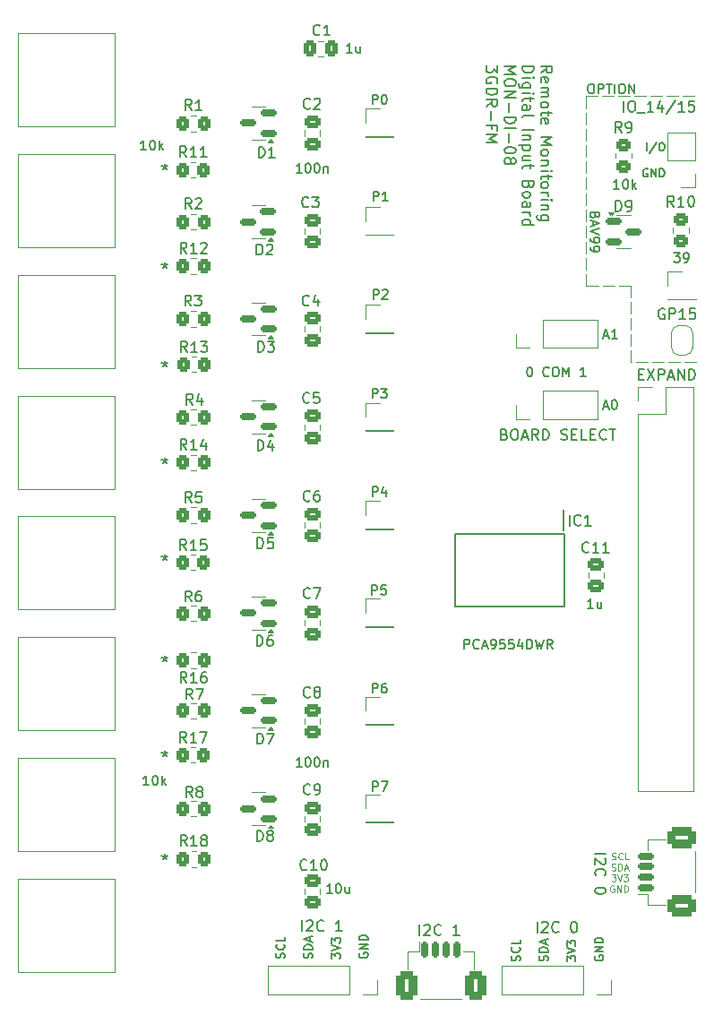
<source format=gbr>
%TF.GenerationSoftware,KiCad,Pcbnew,9.0.6*%
%TF.CreationDate,2025-11-26T11:14:55+11:00*%
%TF.ProjectId,v8_equip_dig_in_non_iso,76385f65-7175-4697-905f-6469675f696e,rev?*%
%TF.SameCoordinates,Original*%
%TF.FileFunction,Legend,Top*%
%TF.FilePolarity,Positive*%
%FSLAX46Y46*%
G04 Gerber Fmt 4.6, Leading zero omitted, Abs format (unit mm)*
G04 Created by KiCad (PCBNEW 9.0.6) date 2025-11-26 11:14:55*
%MOMM*%
%LPD*%
G01*
G04 APERTURE LIST*
G04 Aperture macros list*
%AMRoundRect*
0 Rectangle with rounded corners*
0 $1 Rounding radius*
0 $2 $3 $4 $5 $6 $7 $8 $9 X,Y pos of 4 corners*
0 Add a 4 corners polygon primitive as box body*
4,1,4,$2,$3,$4,$5,$6,$7,$8,$9,$2,$3,0*
0 Add four circle primitives for the rounded corners*
1,1,$1+$1,$2,$3*
1,1,$1+$1,$4,$5*
1,1,$1+$1,$6,$7*
1,1,$1+$1,$8,$9*
0 Add four rect primitives between the rounded corners*
20,1,$1+$1,$2,$3,$4,$5,0*
20,1,$1+$1,$4,$5,$6,$7,0*
20,1,$1+$1,$6,$7,$8,$9,0*
20,1,$1+$1,$8,$9,$2,$3,0*%
%AMFreePoly0*
4,1,23,0.500000,-0.750000,0.000000,-0.750000,0.000000,-0.745722,-0.065263,-0.745722,-0.191342,-0.711940,-0.304381,-0.646677,-0.396677,-0.554381,-0.461940,-0.441342,-0.495722,-0.315263,-0.495722,-0.250000,-0.500000,-0.250000,-0.500000,0.250000,-0.495722,0.250000,-0.495722,0.315263,-0.461940,0.441342,-0.396677,0.554381,-0.304381,0.646677,-0.191342,0.711940,-0.065263,0.745722,0.000000,0.745722,
0.000000,0.750000,0.500000,0.750000,0.500000,-0.750000,0.500000,-0.750000,$1*%
%AMFreePoly1*
4,1,23,0.000000,0.745722,0.065263,0.745722,0.191342,0.711940,0.304381,0.646677,0.396677,0.554381,0.461940,0.441342,0.495722,0.315263,0.495722,0.250000,0.500000,0.250000,0.500000,-0.250000,0.495722,-0.250000,0.495722,-0.315263,0.461940,-0.441342,0.396677,-0.554381,0.304381,-0.646677,0.191342,-0.711940,0.065263,-0.745722,0.000000,-0.745722,0.000000,-0.750000,-0.500000,-0.750000,
-0.500000,0.750000,0.000000,0.750000,0.000000,0.745722,0.000000,0.745722,$1*%
G04 Aperture macros list end*
%ADD10C,0.101600*%
%ADD11C,0.127000*%
%ADD12C,0.203200*%
%ADD13C,0.152400*%
%ADD14C,0.177800*%
%ADD15C,0.150000*%
%ADD16C,0.120000*%
%ADD17C,0.100000*%
%ADD18C,0.200000*%
%ADD19RoundRect,0.250000X0.350000X0.450000X-0.350000X0.450000X-0.350000X-0.450000X0.350000X-0.450000X0*%
%ADD20RoundRect,0.150000X0.587500X0.150000X-0.587500X0.150000X-0.587500X-0.150000X0.587500X-0.150000X0*%
%ADD21FreePoly0,270.000000*%
%ADD22FreePoly1,270.000000*%
%ADD23RoundRect,0.150000X-0.587500X-0.150000X0.587500X-0.150000X0.587500X0.150000X-0.587500X0.150000X0*%
%ADD24RoundRect,0.250000X-0.475000X0.337500X-0.475000X-0.337500X0.475000X-0.337500X0.475000X0.337500X0*%
%ADD25R,1.700000X1.700000*%
%ADD26C,2.100000*%
%ADD27RoundRect,0.250000X0.475000X-0.337500X0.475000X0.337500X-0.475000X0.337500X-0.475000X-0.337500X0*%
%ADD28O,1.700000X1.700000*%
%ADD29C,3.500000*%
%ADD30RoundRect,0.150000X-0.150000X-0.625000X0.150000X-0.625000X0.150000X0.625000X-0.150000X0.625000X0*%
%ADD31RoundRect,0.416666X-0.583334X-0.970834X0.583334X-0.970834X0.583334X0.970834X-0.583334X0.970834X0*%
%ADD32RoundRect,0.250000X0.450000X-0.350000X0.450000X0.350000X-0.450000X0.350000X-0.450000X-0.350000X0*%
%ADD33RoundRect,0.250000X-0.337500X-0.475000X0.337500X-0.475000X0.337500X0.475000X-0.337500X0.475000X0*%
%ADD34RoundRect,0.150000X0.625000X-0.150000X0.625000X0.150000X-0.625000X0.150000X-0.625000X-0.150000X0*%
%ADD35RoundRect,0.416666X0.970834X-0.583334X0.970834X0.583334X-0.970834X0.583334X-0.970834X-0.583334X0*%
%ADD36R,0.650000X1.950000*%
G04 APERTURE END LIST*
D10*
X48717200Y-8686800D02*
X49834800Y-8686800D01*
X50241200Y-8686800D02*
X51358800Y-8686800D01*
X51765200Y-8686800D02*
X52882800Y-8686800D01*
X53289200Y-8686800D02*
X54406800Y-8686800D01*
X54813200Y-8686800D02*
X55930800Y-8686800D01*
X56337200Y-8686800D02*
X57454800Y-8686800D01*
X57861200Y-8686800D02*
X58978800Y-8686800D01*
X48704500Y-26581100D02*
X48706054Y-25463501D01*
X48706620Y-25057101D02*
X48708174Y-23939503D01*
X48708739Y-23533103D02*
X48710294Y-22415504D01*
X48710859Y-22009104D02*
X48712413Y-20891506D01*
X48712978Y-20485106D02*
X48714533Y-19367507D01*
X48715098Y-18961107D02*
X48716652Y-17843508D01*
X48717218Y-17437109D02*
X48718772Y-16319510D01*
X48719337Y-15913110D02*
X48720892Y-14795511D01*
X48721457Y-14389112D02*
X48723011Y-13271513D01*
X48723576Y-12865113D02*
X48725131Y-11747514D01*
X48725696Y-11341115D02*
X48727250Y-10223516D01*
X48727816Y-9817116D02*
X48729370Y-8699517D01*
X59169300Y-33832800D02*
X58051700Y-33832800D01*
X57645300Y-33832800D02*
X56527700Y-33832800D01*
X56121300Y-33832800D02*
X55003700Y-33832800D01*
X54597300Y-33832800D02*
X53479700Y-33832800D01*
X53073300Y-33832800D02*
X52997100Y-33832800D01*
X52984400Y-33832800D02*
X52984400Y-32715200D01*
X52984400Y-32308800D02*
X52984400Y-31191200D01*
X52984400Y-30784800D02*
X52984400Y-29667200D01*
X52984400Y-29260800D02*
X52984400Y-28143200D01*
X52984400Y-27736800D02*
X52984400Y-26619200D01*
X52959000Y-26568400D02*
X51841400Y-26568400D01*
X51435000Y-26568400D02*
X50317400Y-26568400D01*
X49911000Y-26568400D02*
X48793400Y-26568400D01*
D11*
X54501047Y-13854987D02*
X54501047Y-13092987D01*
X55408190Y-13056702D02*
X54755047Y-14036416D01*
X55807333Y-13092987D02*
X55952476Y-13092987D01*
X55952476Y-13092987D02*
X56025047Y-13129273D01*
X56025047Y-13129273D02*
X56097619Y-13201844D01*
X56097619Y-13201844D02*
X56133904Y-13346987D01*
X56133904Y-13346987D02*
X56133904Y-13600987D01*
X56133904Y-13600987D02*
X56097619Y-13746130D01*
X56097619Y-13746130D02*
X56025047Y-13818702D01*
X56025047Y-13818702D02*
X55952476Y-13854987D01*
X55952476Y-13854987D02*
X55807333Y-13854987D01*
X55807333Y-13854987D02*
X55734762Y-13818702D01*
X55734762Y-13818702D02*
X55662190Y-13746130D01*
X55662190Y-13746130D02*
X55625904Y-13600987D01*
X55625904Y-13600987D02*
X55625904Y-13346987D01*
X55625904Y-13346987D02*
X55662190Y-13201844D01*
X55662190Y-13201844D02*
X55734762Y-13129273D01*
X55734762Y-13129273D02*
X55807333Y-13092987D01*
X54537333Y-15582827D02*
X54464762Y-15546541D01*
X54464762Y-15546541D02*
X54355904Y-15546541D01*
X54355904Y-15546541D02*
X54247047Y-15582827D01*
X54247047Y-15582827D02*
X54174476Y-15655398D01*
X54174476Y-15655398D02*
X54138190Y-15727970D01*
X54138190Y-15727970D02*
X54101904Y-15873113D01*
X54101904Y-15873113D02*
X54101904Y-15981970D01*
X54101904Y-15981970D02*
X54138190Y-16127113D01*
X54138190Y-16127113D02*
X54174476Y-16199684D01*
X54174476Y-16199684D02*
X54247047Y-16272256D01*
X54247047Y-16272256D02*
X54355904Y-16308541D01*
X54355904Y-16308541D02*
X54428476Y-16308541D01*
X54428476Y-16308541D02*
X54537333Y-16272256D01*
X54537333Y-16272256D02*
X54573619Y-16235970D01*
X54573619Y-16235970D02*
X54573619Y-15981970D01*
X54573619Y-15981970D02*
X54428476Y-15981970D01*
X54900190Y-16308541D02*
X54900190Y-15546541D01*
X54900190Y-15546541D02*
X55335619Y-16308541D01*
X55335619Y-16308541D02*
X55335619Y-15546541D01*
X55698476Y-16308541D02*
X55698476Y-15546541D01*
X55698476Y-15546541D02*
X55879905Y-15546541D01*
X55879905Y-15546541D02*
X55988762Y-15582827D01*
X55988762Y-15582827D02*
X56061333Y-15655398D01*
X56061333Y-15655398D02*
X56097619Y-15727970D01*
X56097619Y-15727970D02*
X56133905Y-15873113D01*
X56133905Y-15873113D02*
X56133905Y-15981970D01*
X56133905Y-15981970D02*
X56097619Y-16127113D01*
X56097619Y-16127113D02*
X56061333Y-16199684D01*
X56061333Y-16199684D02*
X55988762Y-16272256D01*
X55988762Y-16272256D02*
X55879905Y-16308541D01*
X55879905Y-16308541D02*
X55698476Y-16308541D01*
D12*
X8923293Y-15074009D02*
X8923293Y-15376390D01*
X8620912Y-15255437D02*
X8923293Y-15376390D01*
X8923293Y-15376390D02*
X9225674Y-15255437D01*
X8741864Y-15618294D02*
X8923293Y-15376390D01*
X8923293Y-15376390D02*
X9104722Y-15618294D01*
D10*
X51183100Y-80792224D02*
X51273814Y-80822462D01*
X51273814Y-80822462D02*
X51425005Y-80822462D01*
X51425005Y-80822462D02*
X51485481Y-80792224D01*
X51485481Y-80792224D02*
X51515719Y-80761985D01*
X51515719Y-80761985D02*
X51545957Y-80701509D01*
X51545957Y-80701509D02*
X51545957Y-80641033D01*
X51545957Y-80641033D02*
X51515719Y-80580557D01*
X51515719Y-80580557D02*
X51485481Y-80550319D01*
X51485481Y-80550319D02*
X51425005Y-80520081D01*
X51425005Y-80520081D02*
X51304052Y-80489843D01*
X51304052Y-80489843D02*
X51243576Y-80459604D01*
X51243576Y-80459604D02*
X51213338Y-80429366D01*
X51213338Y-80429366D02*
X51183100Y-80368890D01*
X51183100Y-80368890D02*
X51183100Y-80308414D01*
X51183100Y-80308414D02*
X51213338Y-80247938D01*
X51213338Y-80247938D02*
X51243576Y-80217700D01*
X51243576Y-80217700D02*
X51304052Y-80187462D01*
X51304052Y-80187462D02*
X51455243Y-80187462D01*
X51455243Y-80187462D02*
X51545957Y-80217700D01*
X52180957Y-80761985D02*
X52150719Y-80792224D01*
X52150719Y-80792224D02*
X52060005Y-80822462D01*
X52060005Y-80822462D02*
X51999529Y-80822462D01*
X51999529Y-80822462D02*
X51908814Y-80792224D01*
X51908814Y-80792224D02*
X51848338Y-80731747D01*
X51848338Y-80731747D02*
X51818100Y-80671271D01*
X51818100Y-80671271D02*
X51787862Y-80550319D01*
X51787862Y-80550319D02*
X51787862Y-80459604D01*
X51787862Y-80459604D02*
X51818100Y-80338652D01*
X51818100Y-80338652D02*
X51848338Y-80278176D01*
X51848338Y-80278176D02*
X51908814Y-80217700D01*
X51908814Y-80217700D02*
X51999529Y-80187462D01*
X51999529Y-80187462D02*
X52060005Y-80187462D01*
X52060005Y-80187462D02*
X52150719Y-80217700D01*
X52150719Y-80217700D02*
X52180957Y-80247938D01*
X52755481Y-80822462D02*
X52453100Y-80822462D01*
X52453100Y-80822462D02*
X52453100Y-80187462D01*
X51152862Y-81814538D02*
X51243576Y-81844776D01*
X51243576Y-81844776D02*
X51394767Y-81844776D01*
X51394767Y-81844776D02*
X51455243Y-81814538D01*
X51455243Y-81814538D02*
X51485481Y-81784299D01*
X51485481Y-81784299D02*
X51515719Y-81723823D01*
X51515719Y-81723823D02*
X51515719Y-81663347D01*
X51515719Y-81663347D02*
X51485481Y-81602871D01*
X51485481Y-81602871D02*
X51455243Y-81572633D01*
X51455243Y-81572633D02*
X51394767Y-81542395D01*
X51394767Y-81542395D02*
X51273814Y-81512157D01*
X51273814Y-81512157D02*
X51213338Y-81481918D01*
X51213338Y-81481918D02*
X51183100Y-81451680D01*
X51183100Y-81451680D02*
X51152862Y-81391204D01*
X51152862Y-81391204D02*
X51152862Y-81330728D01*
X51152862Y-81330728D02*
X51183100Y-81270252D01*
X51183100Y-81270252D02*
X51213338Y-81240014D01*
X51213338Y-81240014D02*
X51273814Y-81209776D01*
X51273814Y-81209776D02*
X51425005Y-81209776D01*
X51425005Y-81209776D02*
X51515719Y-81240014D01*
X51787862Y-81844776D02*
X51787862Y-81209776D01*
X51787862Y-81209776D02*
X51939052Y-81209776D01*
X51939052Y-81209776D02*
X52029767Y-81240014D01*
X52029767Y-81240014D02*
X52090243Y-81300490D01*
X52090243Y-81300490D02*
X52120481Y-81360966D01*
X52120481Y-81360966D02*
X52150719Y-81481918D01*
X52150719Y-81481918D02*
X52150719Y-81572633D01*
X52150719Y-81572633D02*
X52120481Y-81693585D01*
X52120481Y-81693585D02*
X52090243Y-81754061D01*
X52090243Y-81754061D02*
X52029767Y-81814538D01*
X52029767Y-81814538D02*
X51939052Y-81844776D01*
X51939052Y-81844776D02*
X51787862Y-81844776D01*
X52392624Y-81663347D02*
X52695005Y-81663347D01*
X52332148Y-81844776D02*
X52543814Y-81209776D01*
X52543814Y-81209776D02*
X52755481Y-81844776D01*
X51152862Y-82232090D02*
X51545957Y-82232090D01*
X51545957Y-82232090D02*
X51334290Y-82473994D01*
X51334290Y-82473994D02*
X51425005Y-82473994D01*
X51425005Y-82473994D02*
X51485481Y-82504232D01*
X51485481Y-82504232D02*
X51515719Y-82534471D01*
X51515719Y-82534471D02*
X51545957Y-82594947D01*
X51545957Y-82594947D02*
X51545957Y-82746137D01*
X51545957Y-82746137D02*
X51515719Y-82806613D01*
X51515719Y-82806613D02*
X51485481Y-82836852D01*
X51485481Y-82836852D02*
X51425005Y-82867090D01*
X51425005Y-82867090D02*
X51243576Y-82867090D01*
X51243576Y-82867090D02*
X51183100Y-82836852D01*
X51183100Y-82836852D02*
X51152862Y-82806613D01*
X51727386Y-82232090D02*
X51939052Y-82867090D01*
X51939052Y-82867090D02*
X52150719Y-82232090D01*
X52301910Y-82232090D02*
X52695005Y-82232090D01*
X52695005Y-82232090D02*
X52483338Y-82473994D01*
X52483338Y-82473994D02*
X52574053Y-82473994D01*
X52574053Y-82473994D02*
X52634529Y-82504232D01*
X52634529Y-82504232D02*
X52664767Y-82534471D01*
X52664767Y-82534471D02*
X52695005Y-82594947D01*
X52695005Y-82594947D02*
X52695005Y-82746137D01*
X52695005Y-82746137D02*
X52664767Y-82806613D01*
X52664767Y-82806613D02*
X52634529Y-82836852D01*
X52634529Y-82836852D02*
X52574053Y-82867090D01*
X52574053Y-82867090D02*
X52392624Y-82867090D01*
X52392624Y-82867090D02*
X52332148Y-82836852D01*
X52332148Y-82836852D02*
X52301910Y-82806613D01*
X51364529Y-83284642D02*
X51304053Y-83254404D01*
X51304053Y-83254404D02*
X51213339Y-83254404D01*
X51213339Y-83254404D02*
X51122624Y-83284642D01*
X51122624Y-83284642D02*
X51062148Y-83345118D01*
X51062148Y-83345118D02*
X51031910Y-83405594D01*
X51031910Y-83405594D02*
X51001672Y-83526546D01*
X51001672Y-83526546D02*
X51001672Y-83617261D01*
X51001672Y-83617261D02*
X51031910Y-83738213D01*
X51031910Y-83738213D02*
X51062148Y-83798689D01*
X51062148Y-83798689D02*
X51122624Y-83859166D01*
X51122624Y-83859166D02*
X51213339Y-83889404D01*
X51213339Y-83889404D02*
X51273815Y-83889404D01*
X51273815Y-83889404D02*
X51364529Y-83859166D01*
X51364529Y-83859166D02*
X51394767Y-83828927D01*
X51394767Y-83828927D02*
X51394767Y-83617261D01*
X51394767Y-83617261D02*
X51273815Y-83617261D01*
X51666910Y-83889404D02*
X51666910Y-83254404D01*
X51666910Y-83254404D02*
X52029767Y-83889404D01*
X52029767Y-83889404D02*
X52029767Y-83254404D01*
X52332148Y-83889404D02*
X52332148Y-83254404D01*
X52332148Y-83254404D02*
X52483338Y-83254404D01*
X52483338Y-83254404D02*
X52574053Y-83284642D01*
X52574053Y-83284642D02*
X52634529Y-83345118D01*
X52634529Y-83345118D02*
X52664767Y-83405594D01*
X52664767Y-83405594D02*
X52695005Y-83526546D01*
X52695005Y-83526546D02*
X52695005Y-83617261D01*
X52695005Y-83617261D02*
X52664767Y-83738213D01*
X52664767Y-83738213D02*
X52634529Y-83798689D01*
X52634529Y-83798689D02*
X52574053Y-83859166D01*
X52574053Y-83859166D02*
X52483338Y-83889404D01*
X52483338Y-83889404D02*
X52332148Y-83889404D01*
D12*
X8923293Y-70522209D02*
X8923293Y-70824590D01*
X8620912Y-70703637D02*
X8923293Y-70824590D01*
X8923293Y-70824590D02*
X9225674Y-70703637D01*
X8741864Y-71066494D02*
X8923293Y-70824590D01*
X8923293Y-70824590D02*
X9104722Y-71066494D01*
X8923293Y-33692209D02*
X8923293Y-33994590D01*
X8620912Y-33873637D02*
X8923293Y-33994590D01*
X8923293Y-33994590D02*
X9225674Y-33873637D01*
X8741864Y-34236494D02*
X8923293Y-33994590D01*
X8923293Y-33994590D02*
X9104722Y-34236494D01*
X8923293Y-42836209D02*
X8923293Y-43138590D01*
X8620912Y-43017637D02*
X8923293Y-43138590D01*
X8923293Y-43138590D02*
X9225674Y-43017637D01*
X8741864Y-43380494D02*
X8923293Y-43138590D01*
X8923293Y-43138590D02*
X9104722Y-43380494D01*
X8923293Y-51980209D02*
X8923293Y-52282590D01*
X8620912Y-52161637D02*
X8923293Y-52282590D01*
X8923293Y-52282590D02*
X9225674Y-52161637D01*
X8741864Y-52524494D02*
X8923293Y-52282590D01*
X8923293Y-52282590D02*
X9104722Y-52524494D01*
D11*
X42473648Y-90388828D02*
X42512352Y-90272714D01*
X42512352Y-90272714D02*
X42512352Y-90079190D01*
X42512352Y-90079190D02*
X42473648Y-90001781D01*
X42473648Y-90001781D02*
X42434943Y-89963076D01*
X42434943Y-89963076D02*
X42357533Y-89924371D01*
X42357533Y-89924371D02*
X42280124Y-89924371D01*
X42280124Y-89924371D02*
X42202714Y-89963076D01*
X42202714Y-89963076D02*
X42164009Y-90001781D01*
X42164009Y-90001781D02*
X42125305Y-90079190D01*
X42125305Y-90079190D02*
X42086600Y-90234009D01*
X42086600Y-90234009D02*
X42047895Y-90311419D01*
X42047895Y-90311419D02*
X42009190Y-90350124D01*
X42009190Y-90350124D02*
X41931781Y-90388828D01*
X41931781Y-90388828D02*
X41854371Y-90388828D01*
X41854371Y-90388828D02*
X41776962Y-90350124D01*
X41776962Y-90350124D02*
X41738257Y-90311419D01*
X41738257Y-90311419D02*
X41699552Y-90234009D01*
X41699552Y-90234009D02*
X41699552Y-90040486D01*
X41699552Y-90040486D02*
X41738257Y-89924371D01*
X42434943Y-89111572D02*
X42473648Y-89150276D01*
X42473648Y-89150276D02*
X42512352Y-89266391D01*
X42512352Y-89266391D02*
X42512352Y-89343800D01*
X42512352Y-89343800D02*
X42473648Y-89459914D01*
X42473648Y-89459914D02*
X42396238Y-89537324D01*
X42396238Y-89537324D02*
X42318828Y-89576029D01*
X42318828Y-89576029D02*
X42164009Y-89614733D01*
X42164009Y-89614733D02*
X42047895Y-89614733D01*
X42047895Y-89614733D02*
X41893076Y-89576029D01*
X41893076Y-89576029D02*
X41815667Y-89537324D01*
X41815667Y-89537324D02*
X41738257Y-89459914D01*
X41738257Y-89459914D02*
X41699552Y-89343800D01*
X41699552Y-89343800D02*
X41699552Y-89266391D01*
X41699552Y-89266391D02*
X41738257Y-89150276D01*
X41738257Y-89150276D02*
X41776962Y-89111572D01*
X42512352Y-88376181D02*
X42512352Y-88763229D01*
X42512352Y-88763229D02*
X41699552Y-88763229D01*
X45090772Y-90388828D02*
X45129476Y-90272714D01*
X45129476Y-90272714D02*
X45129476Y-90079190D01*
X45129476Y-90079190D02*
X45090772Y-90001781D01*
X45090772Y-90001781D02*
X45052067Y-89963076D01*
X45052067Y-89963076D02*
X44974657Y-89924371D01*
X44974657Y-89924371D02*
X44897248Y-89924371D01*
X44897248Y-89924371D02*
X44819838Y-89963076D01*
X44819838Y-89963076D02*
X44781133Y-90001781D01*
X44781133Y-90001781D02*
X44742429Y-90079190D01*
X44742429Y-90079190D02*
X44703724Y-90234009D01*
X44703724Y-90234009D02*
X44665019Y-90311419D01*
X44665019Y-90311419D02*
X44626314Y-90350124D01*
X44626314Y-90350124D02*
X44548905Y-90388828D01*
X44548905Y-90388828D02*
X44471495Y-90388828D01*
X44471495Y-90388828D02*
X44394086Y-90350124D01*
X44394086Y-90350124D02*
X44355381Y-90311419D01*
X44355381Y-90311419D02*
X44316676Y-90234009D01*
X44316676Y-90234009D02*
X44316676Y-90040486D01*
X44316676Y-90040486D02*
X44355381Y-89924371D01*
X45129476Y-89576029D02*
X44316676Y-89576029D01*
X44316676Y-89576029D02*
X44316676Y-89382505D01*
X44316676Y-89382505D02*
X44355381Y-89266391D01*
X44355381Y-89266391D02*
X44432791Y-89188981D01*
X44432791Y-89188981D02*
X44510200Y-89150276D01*
X44510200Y-89150276D02*
X44665019Y-89111572D01*
X44665019Y-89111572D02*
X44781133Y-89111572D01*
X44781133Y-89111572D02*
X44935952Y-89150276D01*
X44935952Y-89150276D02*
X45013362Y-89188981D01*
X45013362Y-89188981D02*
X45090772Y-89266391D01*
X45090772Y-89266391D02*
X45129476Y-89382505D01*
X45129476Y-89382505D02*
X45129476Y-89576029D01*
X44897248Y-88801933D02*
X44897248Y-88414886D01*
X45129476Y-88879343D02*
X44316676Y-88608410D01*
X44316676Y-88608410D02*
X45129476Y-88337476D01*
X46933800Y-90427533D02*
X46933800Y-89924371D01*
X46933800Y-89924371D02*
X47243438Y-90195305D01*
X47243438Y-90195305D02*
X47243438Y-90079190D01*
X47243438Y-90079190D02*
X47282143Y-90001781D01*
X47282143Y-90001781D02*
X47320848Y-89963076D01*
X47320848Y-89963076D02*
X47398257Y-89924371D01*
X47398257Y-89924371D02*
X47591781Y-89924371D01*
X47591781Y-89924371D02*
X47669191Y-89963076D01*
X47669191Y-89963076D02*
X47707896Y-90001781D01*
X47707896Y-90001781D02*
X47746600Y-90079190D01*
X47746600Y-90079190D02*
X47746600Y-90311419D01*
X47746600Y-90311419D02*
X47707896Y-90388828D01*
X47707896Y-90388828D02*
X47669191Y-90427533D01*
X46933800Y-89692143D02*
X47746600Y-89421210D01*
X47746600Y-89421210D02*
X46933800Y-89150276D01*
X46933800Y-88956752D02*
X46933800Y-88453590D01*
X46933800Y-88453590D02*
X47243438Y-88724524D01*
X47243438Y-88724524D02*
X47243438Y-88608409D01*
X47243438Y-88608409D02*
X47282143Y-88531000D01*
X47282143Y-88531000D02*
X47320848Y-88492295D01*
X47320848Y-88492295D02*
X47398257Y-88453590D01*
X47398257Y-88453590D02*
X47591781Y-88453590D01*
X47591781Y-88453590D02*
X47669191Y-88492295D01*
X47669191Y-88492295D02*
X47707896Y-88531000D01*
X47707896Y-88531000D02*
X47746600Y-88608409D01*
X47746600Y-88608409D02*
X47746600Y-88840638D01*
X47746600Y-88840638D02*
X47707896Y-88918047D01*
X47707896Y-88918047D02*
X47669191Y-88956752D01*
X49589629Y-89924371D02*
X49550924Y-90001781D01*
X49550924Y-90001781D02*
X49550924Y-90117895D01*
X49550924Y-90117895D02*
X49589629Y-90234009D01*
X49589629Y-90234009D02*
X49667039Y-90311419D01*
X49667039Y-90311419D02*
X49744448Y-90350124D01*
X49744448Y-90350124D02*
X49899267Y-90388828D01*
X49899267Y-90388828D02*
X50015381Y-90388828D01*
X50015381Y-90388828D02*
X50170200Y-90350124D01*
X50170200Y-90350124D02*
X50247610Y-90311419D01*
X50247610Y-90311419D02*
X50325020Y-90234009D01*
X50325020Y-90234009D02*
X50363724Y-90117895D01*
X50363724Y-90117895D02*
X50363724Y-90040486D01*
X50363724Y-90040486D02*
X50325020Y-89924371D01*
X50325020Y-89924371D02*
X50286315Y-89885667D01*
X50286315Y-89885667D02*
X50015381Y-89885667D01*
X50015381Y-89885667D02*
X50015381Y-90040486D01*
X50363724Y-89537324D02*
X49550924Y-89537324D01*
X49550924Y-89537324D02*
X50363724Y-89072867D01*
X50363724Y-89072867D02*
X49550924Y-89072867D01*
X50363724Y-88685819D02*
X49550924Y-88685819D01*
X49550924Y-88685819D02*
X49550924Y-88492295D01*
X49550924Y-88492295D02*
X49589629Y-88376181D01*
X49589629Y-88376181D02*
X49667039Y-88298771D01*
X49667039Y-88298771D02*
X49744448Y-88260066D01*
X49744448Y-88260066D02*
X49899267Y-88221362D01*
X49899267Y-88221362D02*
X50015381Y-88221362D01*
X50015381Y-88221362D02*
X50170200Y-88260066D01*
X50170200Y-88260066D02*
X50247610Y-88298771D01*
X50247610Y-88298771D02*
X50325020Y-88376181D01*
X50325020Y-88376181D02*
X50363724Y-88492295D01*
X50363724Y-88492295D02*
X50363724Y-88685819D01*
D13*
X49586064Y-80275967D02*
X50602064Y-80275967D01*
X50505302Y-80711396D02*
X50553683Y-80759777D01*
X50553683Y-80759777D02*
X50602064Y-80856539D01*
X50602064Y-80856539D02*
X50602064Y-81098444D01*
X50602064Y-81098444D02*
X50553683Y-81195206D01*
X50553683Y-81195206D02*
X50505302Y-81243587D01*
X50505302Y-81243587D02*
X50408540Y-81291968D01*
X50408540Y-81291968D02*
X50311778Y-81291968D01*
X50311778Y-81291968D02*
X50166635Y-81243587D01*
X50166635Y-81243587D02*
X49586064Y-80663015D01*
X49586064Y-80663015D02*
X49586064Y-81291968D01*
X49682825Y-82307968D02*
X49634445Y-82259587D01*
X49634445Y-82259587D02*
X49586064Y-82114444D01*
X49586064Y-82114444D02*
X49586064Y-82017682D01*
X49586064Y-82017682D02*
X49634445Y-81872539D01*
X49634445Y-81872539D02*
X49731206Y-81775777D01*
X49731206Y-81775777D02*
X49827968Y-81727396D01*
X49827968Y-81727396D02*
X50021492Y-81679015D01*
X50021492Y-81679015D02*
X50166635Y-81679015D01*
X50166635Y-81679015D02*
X50360159Y-81727396D01*
X50360159Y-81727396D02*
X50456921Y-81775777D01*
X50456921Y-81775777D02*
X50553683Y-81872539D01*
X50553683Y-81872539D02*
X50602064Y-82017682D01*
X50602064Y-82017682D02*
X50602064Y-82114444D01*
X50602064Y-82114444D02*
X50553683Y-82259587D01*
X50553683Y-82259587D02*
X50505302Y-82307968D01*
X50602064Y-83711015D02*
X50602064Y-83807777D01*
X50602064Y-83807777D02*
X50553683Y-83904539D01*
X50553683Y-83904539D02*
X50505302Y-83952920D01*
X50505302Y-83952920D02*
X50408540Y-84001301D01*
X50408540Y-84001301D02*
X50215016Y-84049682D01*
X50215016Y-84049682D02*
X49973111Y-84049682D01*
X49973111Y-84049682D02*
X49779587Y-84001301D01*
X49779587Y-84001301D02*
X49682825Y-83952920D01*
X49682825Y-83952920D02*
X49634445Y-83904539D01*
X49634445Y-83904539D02*
X49586064Y-83807777D01*
X49586064Y-83807777D02*
X49586064Y-83711015D01*
X49586064Y-83711015D02*
X49634445Y-83614253D01*
X49634445Y-83614253D02*
X49682825Y-83565872D01*
X49682825Y-83565872D02*
X49779587Y-83517491D01*
X49779587Y-83517491D02*
X49973111Y-83469110D01*
X49973111Y-83469110D02*
X50215016Y-83469110D01*
X50215016Y-83469110D02*
X50408540Y-83517491D01*
X50408540Y-83517491D02*
X50505302Y-83565872D01*
X50505302Y-83565872D02*
X50553683Y-83614253D01*
X50553683Y-83614253D02*
X50602064Y-83711015D01*
D14*
X41017372Y-40634624D02*
X41162515Y-40683005D01*
X41162515Y-40683005D02*
X41210896Y-40731386D01*
X41210896Y-40731386D02*
X41259277Y-40828148D01*
X41259277Y-40828148D02*
X41259277Y-40973291D01*
X41259277Y-40973291D02*
X41210896Y-41070053D01*
X41210896Y-41070053D02*
X41162515Y-41118434D01*
X41162515Y-41118434D02*
X41065753Y-41166814D01*
X41065753Y-41166814D02*
X40678705Y-41166814D01*
X40678705Y-41166814D02*
X40678705Y-40150814D01*
X40678705Y-40150814D02*
X41017372Y-40150814D01*
X41017372Y-40150814D02*
X41114134Y-40199195D01*
X41114134Y-40199195D02*
X41162515Y-40247576D01*
X41162515Y-40247576D02*
X41210896Y-40344338D01*
X41210896Y-40344338D02*
X41210896Y-40441100D01*
X41210896Y-40441100D02*
X41162515Y-40537862D01*
X41162515Y-40537862D02*
X41114134Y-40586243D01*
X41114134Y-40586243D02*
X41017372Y-40634624D01*
X41017372Y-40634624D02*
X40678705Y-40634624D01*
X41888229Y-40150814D02*
X42081753Y-40150814D01*
X42081753Y-40150814D02*
X42178515Y-40199195D01*
X42178515Y-40199195D02*
X42275277Y-40295957D01*
X42275277Y-40295957D02*
X42323658Y-40489481D01*
X42323658Y-40489481D02*
X42323658Y-40828148D01*
X42323658Y-40828148D02*
X42275277Y-41021672D01*
X42275277Y-41021672D02*
X42178515Y-41118434D01*
X42178515Y-41118434D02*
X42081753Y-41166814D01*
X42081753Y-41166814D02*
X41888229Y-41166814D01*
X41888229Y-41166814D02*
X41791467Y-41118434D01*
X41791467Y-41118434D02*
X41694705Y-41021672D01*
X41694705Y-41021672D02*
X41646324Y-40828148D01*
X41646324Y-40828148D02*
X41646324Y-40489481D01*
X41646324Y-40489481D02*
X41694705Y-40295957D01*
X41694705Y-40295957D02*
X41791467Y-40199195D01*
X41791467Y-40199195D02*
X41888229Y-40150814D01*
X42710705Y-40876529D02*
X43194515Y-40876529D01*
X42613943Y-41166814D02*
X42952610Y-40150814D01*
X42952610Y-40150814D02*
X43291277Y-41166814D01*
X44210515Y-41166814D02*
X43871848Y-40683005D01*
X43629943Y-41166814D02*
X43629943Y-40150814D01*
X43629943Y-40150814D02*
X44016991Y-40150814D01*
X44016991Y-40150814D02*
X44113753Y-40199195D01*
X44113753Y-40199195D02*
X44162134Y-40247576D01*
X44162134Y-40247576D02*
X44210515Y-40344338D01*
X44210515Y-40344338D02*
X44210515Y-40489481D01*
X44210515Y-40489481D02*
X44162134Y-40586243D01*
X44162134Y-40586243D02*
X44113753Y-40634624D01*
X44113753Y-40634624D02*
X44016991Y-40683005D01*
X44016991Y-40683005D02*
X43629943Y-40683005D01*
X44645943Y-41166814D02*
X44645943Y-40150814D01*
X44645943Y-40150814D02*
X44887848Y-40150814D01*
X44887848Y-40150814D02*
X45032991Y-40199195D01*
X45032991Y-40199195D02*
X45129753Y-40295957D01*
X45129753Y-40295957D02*
X45178134Y-40392719D01*
X45178134Y-40392719D02*
X45226515Y-40586243D01*
X45226515Y-40586243D02*
X45226515Y-40731386D01*
X45226515Y-40731386D02*
X45178134Y-40924910D01*
X45178134Y-40924910D02*
X45129753Y-41021672D01*
X45129753Y-41021672D02*
X45032991Y-41118434D01*
X45032991Y-41118434D02*
X44887848Y-41166814D01*
X44887848Y-41166814D02*
X44645943Y-41166814D01*
X46387657Y-41118434D02*
X46532800Y-41166814D01*
X46532800Y-41166814D02*
X46774705Y-41166814D01*
X46774705Y-41166814D02*
X46871467Y-41118434D01*
X46871467Y-41118434D02*
X46919848Y-41070053D01*
X46919848Y-41070053D02*
X46968229Y-40973291D01*
X46968229Y-40973291D02*
X46968229Y-40876529D01*
X46968229Y-40876529D02*
X46919848Y-40779767D01*
X46919848Y-40779767D02*
X46871467Y-40731386D01*
X46871467Y-40731386D02*
X46774705Y-40683005D01*
X46774705Y-40683005D02*
X46581181Y-40634624D01*
X46581181Y-40634624D02*
X46484419Y-40586243D01*
X46484419Y-40586243D02*
X46436038Y-40537862D01*
X46436038Y-40537862D02*
X46387657Y-40441100D01*
X46387657Y-40441100D02*
X46387657Y-40344338D01*
X46387657Y-40344338D02*
X46436038Y-40247576D01*
X46436038Y-40247576D02*
X46484419Y-40199195D01*
X46484419Y-40199195D02*
X46581181Y-40150814D01*
X46581181Y-40150814D02*
X46823086Y-40150814D01*
X46823086Y-40150814D02*
X46968229Y-40199195D01*
X47403657Y-40634624D02*
X47742324Y-40634624D01*
X47887467Y-41166814D02*
X47403657Y-41166814D01*
X47403657Y-41166814D02*
X47403657Y-40150814D01*
X47403657Y-40150814D02*
X47887467Y-40150814D01*
X48806705Y-41166814D02*
X48322895Y-41166814D01*
X48322895Y-41166814D02*
X48322895Y-40150814D01*
X49145371Y-40634624D02*
X49484038Y-40634624D01*
X49629181Y-41166814D02*
X49145371Y-41166814D01*
X49145371Y-41166814D02*
X49145371Y-40150814D01*
X49145371Y-40150814D02*
X49629181Y-40150814D01*
X50645181Y-41070053D02*
X50596800Y-41118434D01*
X50596800Y-41118434D02*
X50451657Y-41166814D01*
X50451657Y-41166814D02*
X50354895Y-41166814D01*
X50354895Y-41166814D02*
X50209752Y-41118434D01*
X50209752Y-41118434D02*
X50112990Y-41021672D01*
X50112990Y-41021672D02*
X50064609Y-40924910D01*
X50064609Y-40924910D02*
X50016228Y-40731386D01*
X50016228Y-40731386D02*
X50016228Y-40586243D01*
X50016228Y-40586243D02*
X50064609Y-40392719D01*
X50064609Y-40392719D02*
X50112990Y-40295957D01*
X50112990Y-40295957D02*
X50209752Y-40199195D01*
X50209752Y-40199195D02*
X50354895Y-40150814D01*
X50354895Y-40150814D02*
X50451657Y-40150814D01*
X50451657Y-40150814D02*
X50596800Y-40199195D01*
X50596800Y-40199195D02*
X50645181Y-40247576D01*
X50935466Y-40150814D02*
X51516038Y-40150814D01*
X51225752Y-41166814D02*
X51225752Y-40150814D01*
D12*
X8923293Y-24370409D02*
X8923293Y-24672790D01*
X8620912Y-24551837D02*
X8923293Y-24672790D01*
X8923293Y-24672790D02*
X9225674Y-24551837D01*
X8741864Y-24914694D02*
X8923293Y-24672790D01*
X8923293Y-24672790D02*
X9104722Y-24914694D01*
X44460387Y-6483684D02*
X44968387Y-6128084D01*
X44460387Y-5874084D02*
X45527187Y-5874084D01*
X45527187Y-5874084D02*
X45527187Y-6280484D01*
X45527187Y-6280484D02*
X45476387Y-6382084D01*
X45476387Y-6382084D02*
X45425587Y-6432884D01*
X45425587Y-6432884D02*
X45323987Y-6483684D01*
X45323987Y-6483684D02*
X45171587Y-6483684D01*
X45171587Y-6483684D02*
X45069987Y-6432884D01*
X45069987Y-6432884D02*
X45019187Y-6382084D01*
X45019187Y-6382084D02*
X44968387Y-6280484D01*
X44968387Y-6280484D02*
X44968387Y-5874084D01*
X44511187Y-7347284D02*
X44460387Y-7245684D01*
X44460387Y-7245684D02*
X44460387Y-7042484D01*
X44460387Y-7042484D02*
X44511187Y-6940884D01*
X44511187Y-6940884D02*
X44612787Y-6890084D01*
X44612787Y-6890084D02*
X45019187Y-6890084D01*
X45019187Y-6890084D02*
X45120787Y-6940884D01*
X45120787Y-6940884D02*
X45171587Y-7042484D01*
X45171587Y-7042484D02*
X45171587Y-7245684D01*
X45171587Y-7245684D02*
X45120787Y-7347284D01*
X45120787Y-7347284D02*
X45019187Y-7398084D01*
X45019187Y-7398084D02*
X44917587Y-7398084D01*
X44917587Y-7398084D02*
X44815987Y-6890084D01*
X44460387Y-7855284D02*
X45171587Y-7855284D01*
X45069987Y-7855284D02*
X45120787Y-7906084D01*
X45120787Y-7906084D02*
X45171587Y-8007684D01*
X45171587Y-8007684D02*
X45171587Y-8160084D01*
X45171587Y-8160084D02*
X45120787Y-8261684D01*
X45120787Y-8261684D02*
X45019187Y-8312484D01*
X45019187Y-8312484D02*
X44460387Y-8312484D01*
X45019187Y-8312484D02*
X45120787Y-8363284D01*
X45120787Y-8363284D02*
X45171587Y-8464884D01*
X45171587Y-8464884D02*
X45171587Y-8617284D01*
X45171587Y-8617284D02*
X45120787Y-8718884D01*
X45120787Y-8718884D02*
X45019187Y-8769684D01*
X45019187Y-8769684D02*
X44460387Y-8769684D01*
X44460387Y-9430084D02*
X44511187Y-9328484D01*
X44511187Y-9328484D02*
X44561987Y-9277684D01*
X44561987Y-9277684D02*
X44663587Y-9226884D01*
X44663587Y-9226884D02*
X44968387Y-9226884D01*
X44968387Y-9226884D02*
X45069987Y-9277684D01*
X45069987Y-9277684D02*
X45120787Y-9328484D01*
X45120787Y-9328484D02*
X45171587Y-9430084D01*
X45171587Y-9430084D02*
X45171587Y-9582484D01*
X45171587Y-9582484D02*
X45120787Y-9684084D01*
X45120787Y-9684084D02*
X45069987Y-9734884D01*
X45069987Y-9734884D02*
X44968387Y-9785684D01*
X44968387Y-9785684D02*
X44663587Y-9785684D01*
X44663587Y-9785684D02*
X44561987Y-9734884D01*
X44561987Y-9734884D02*
X44511187Y-9684084D01*
X44511187Y-9684084D02*
X44460387Y-9582484D01*
X44460387Y-9582484D02*
X44460387Y-9430084D01*
X45171587Y-10090484D02*
X45171587Y-10496884D01*
X45527187Y-10242884D02*
X44612787Y-10242884D01*
X44612787Y-10242884D02*
X44511187Y-10293684D01*
X44511187Y-10293684D02*
X44460387Y-10395284D01*
X44460387Y-10395284D02*
X44460387Y-10496884D01*
X44511187Y-11258884D02*
X44460387Y-11157284D01*
X44460387Y-11157284D02*
X44460387Y-10954084D01*
X44460387Y-10954084D02*
X44511187Y-10852484D01*
X44511187Y-10852484D02*
X44612787Y-10801684D01*
X44612787Y-10801684D02*
X45019187Y-10801684D01*
X45019187Y-10801684D02*
X45120787Y-10852484D01*
X45120787Y-10852484D02*
X45171587Y-10954084D01*
X45171587Y-10954084D02*
X45171587Y-11157284D01*
X45171587Y-11157284D02*
X45120787Y-11258884D01*
X45120787Y-11258884D02*
X45019187Y-11309684D01*
X45019187Y-11309684D02*
X44917587Y-11309684D01*
X44917587Y-11309684D02*
X44815987Y-10801684D01*
X44460387Y-12579684D02*
X45527187Y-12579684D01*
X45527187Y-12579684D02*
X44765187Y-12935284D01*
X44765187Y-12935284D02*
X45527187Y-13290884D01*
X45527187Y-13290884D02*
X44460387Y-13290884D01*
X44460387Y-13951284D02*
X44511187Y-13849684D01*
X44511187Y-13849684D02*
X44561987Y-13798884D01*
X44561987Y-13798884D02*
X44663587Y-13748084D01*
X44663587Y-13748084D02*
X44968387Y-13748084D01*
X44968387Y-13748084D02*
X45069987Y-13798884D01*
X45069987Y-13798884D02*
X45120787Y-13849684D01*
X45120787Y-13849684D02*
X45171587Y-13951284D01*
X45171587Y-13951284D02*
X45171587Y-14103684D01*
X45171587Y-14103684D02*
X45120787Y-14205284D01*
X45120787Y-14205284D02*
X45069987Y-14256084D01*
X45069987Y-14256084D02*
X44968387Y-14306884D01*
X44968387Y-14306884D02*
X44663587Y-14306884D01*
X44663587Y-14306884D02*
X44561987Y-14256084D01*
X44561987Y-14256084D02*
X44511187Y-14205284D01*
X44511187Y-14205284D02*
X44460387Y-14103684D01*
X44460387Y-14103684D02*
X44460387Y-13951284D01*
X45171587Y-14764084D02*
X44460387Y-14764084D01*
X45069987Y-14764084D02*
X45120787Y-14814884D01*
X45120787Y-14814884D02*
X45171587Y-14916484D01*
X45171587Y-14916484D02*
X45171587Y-15068884D01*
X45171587Y-15068884D02*
X45120787Y-15170484D01*
X45120787Y-15170484D02*
X45019187Y-15221284D01*
X45019187Y-15221284D02*
X44460387Y-15221284D01*
X44460387Y-15729284D02*
X45171587Y-15729284D01*
X45527187Y-15729284D02*
X45476387Y-15678484D01*
X45476387Y-15678484D02*
X45425587Y-15729284D01*
X45425587Y-15729284D02*
X45476387Y-15780084D01*
X45476387Y-15780084D02*
X45527187Y-15729284D01*
X45527187Y-15729284D02*
X45425587Y-15729284D01*
X45171587Y-16084884D02*
X45171587Y-16491284D01*
X45527187Y-16237284D02*
X44612787Y-16237284D01*
X44612787Y-16237284D02*
X44511187Y-16288084D01*
X44511187Y-16288084D02*
X44460387Y-16389684D01*
X44460387Y-16389684D02*
X44460387Y-16491284D01*
X44460387Y-16999284D02*
X44511187Y-16897684D01*
X44511187Y-16897684D02*
X44561987Y-16846884D01*
X44561987Y-16846884D02*
X44663587Y-16796084D01*
X44663587Y-16796084D02*
X44968387Y-16796084D01*
X44968387Y-16796084D02*
X45069987Y-16846884D01*
X45069987Y-16846884D02*
X45120787Y-16897684D01*
X45120787Y-16897684D02*
X45171587Y-16999284D01*
X45171587Y-16999284D02*
X45171587Y-17151684D01*
X45171587Y-17151684D02*
X45120787Y-17253284D01*
X45120787Y-17253284D02*
X45069987Y-17304084D01*
X45069987Y-17304084D02*
X44968387Y-17354884D01*
X44968387Y-17354884D02*
X44663587Y-17354884D01*
X44663587Y-17354884D02*
X44561987Y-17304084D01*
X44561987Y-17304084D02*
X44511187Y-17253284D01*
X44511187Y-17253284D02*
X44460387Y-17151684D01*
X44460387Y-17151684D02*
X44460387Y-16999284D01*
X44460387Y-17812084D02*
X45171587Y-17812084D01*
X44968387Y-17812084D02*
X45069987Y-17862884D01*
X45069987Y-17862884D02*
X45120787Y-17913684D01*
X45120787Y-17913684D02*
X45171587Y-18015284D01*
X45171587Y-18015284D02*
X45171587Y-18116884D01*
X44460387Y-18472484D02*
X45171587Y-18472484D01*
X45527187Y-18472484D02*
X45476387Y-18421684D01*
X45476387Y-18421684D02*
X45425587Y-18472484D01*
X45425587Y-18472484D02*
X45476387Y-18523284D01*
X45476387Y-18523284D02*
X45527187Y-18472484D01*
X45527187Y-18472484D02*
X45425587Y-18472484D01*
X45171587Y-18980484D02*
X44460387Y-18980484D01*
X45069987Y-18980484D02*
X45120787Y-19031284D01*
X45120787Y-19031284D02*
X45171587Y-19132884D01*
X45171587Y-19132884D02*
X45171587Y-19285284D01*
X45171587Y-19285284D02*
X45120787Y-19386884D01*
X45120787Y-19386884D02*
X45019187Y-19437684D01*
X45019187Y-19437684D02*
X44460387Y-19437684D01*
X45171587Y-20402884D02*
X44307987Y-20402884D01*
X44307987Y-20402884D02*
X44206387Y-20352084D01*
X44206387Y-20352084D02*
X44155587Y-20301284D01*
X44155587Y-20301284D02*
X44104787Y-20199684D01*
X44104787Y-20199684D02*
X44104787Y-20047284D01*
X44104787Y-20047284D02*
X44155587Y-19945684D01*
X44511187Y-20402884D02*
X44460387Y-20301284D01*
X44460387Y-20301284D02*
X44460387Y-20098084D01*
X44460387Y-20098084D02*
X44511187Y-19996484D01*
X44511187Y-19996484D02*
X44561987Y-19945684D01*
X44561987Y-19945684D02*
X44663587Y-19894884D01*
X44663587Y-19894884D02*
X44968387Y-19894884D01*
X44968387Y-19894884D02*
X45069987Y-19945684D01*
X45069987Y-19945684D02*
X45120787Y-19996484D01*
X45120787Y-19996484D02*
X45171587Y-20098084D01*
X45171587Y-20098084D02*
X45171587Y-20301284D01*
X45171587Y-20301284D02*
X45120787Y-20402884D01*
X42742899Y-5874084D02*
X43809699Y-5874084D01*
X43809699Y-5874084D02*
X43809699Y-6128084D01*
X43809699Y-6128084D02*
X43758899Y-6280484D01*
X43758899Y-6280484D02*
X43657299Y-6382084D01*
X43657299Y-6382084D02*
X43555699Y-6432884D01*
X43555699Y-6432884D02*
X43352499Y-6483684D01*
X43352499Y-6483684D02*
X43200099Y-6483684D01*
X43200099Y-6483684D02*
X42996899Y-6432884D01*
X42996899Y-6432884D02*
X42895299Y-6382084D01*
X42895299Y-6382084D02*
X42793699Y-6280484D01*
X42793699Y-6280484D02*
X42742899Y-6128084D01*
X42742899Y-6128084D02*
X42742899Y-5874084D01*
X42742899Y-6940884D02*
X43454099Y-6940884D01*
X43809699Y-6940884D02*
X43758899Y-6890084D01*
X43758899Y-6890084D02*
X43708099Y-6940884D01*
X43708099Y-6940884D02*
X43758899Y-6991684D01*
X43758899Y-6991684D02*
X43809699Y-6940884D01*
X43809699Y-6940884D02*
X43708099Y-6940884D01*
X43454099Y-7906084D02*
X42590499Y-7906084D01*
X42590499Y-7906084D02*
X42488899Y-7855284D01*
X42488899Y-7855284D02*
X42438099Y-7804484D01*
X42438099Y-7804484D02*
X42387299Y-7702884D01*
X42387299Y-7702884D02*
X42387299Y-7550484D01*
X42387299Y-7550484D02*
X42438099Y-7448884D01*
X42793699Y-7906084D02*
X42742899Y-7804484D01*
X42742899Y-7804484D02*
X42742899Y-7601284D01*
X42742899Y-7601284D02*
X42793699Y-7499684D01*
X42793699Y-7499684D02*
X42844499Y-7448884D01*
X42844499Y-7448884D02*
X42946099Y-7398084D01*
X42946099Y-7398084D02*
X43250899Y-7398084D01*
X43250899Y-7398084D02*
X43352499Y-7448884D01*
X43352499Y-7448884D02*
X43403299Y-7499684D01*
X43403299Y-7499684D02*
X43454099Y-7601284D01*
X43454099Y-7601284D02*
X43454099Y-7804484D01*
X43454099Y-7804484D02*
X43403299Y-7906084D01*
X42742899Y-8414084D02*
X43454099Y-8414084D01*
X43809699Y-8414084D02*
X43758899Y-8363284D01*
X43758899Y-8363284D02*
X43708099Y-8414084D01*
X43708099Y-8414084D02*
X43758899Y-8464884D01*
X43758899Y-8464884D02*
X43809699Y-8414084D01*
X43809699Y-8414084D02*
X43708099Y-8414084D01*
X43454099Y-8769684D02*
X43454099Y-9176084D01*
X43809699Y-8922084D02*
X42895299Y-8922084D01*
X42895299Y-8922084D02*
X42793699Y-8972884D01*
X42793699Y-8972884D02*
X42742899Y-9074484D01*
X42742899Y-9074484D02*
X42742899Y-9176084D01*
X42742899Y-9988884D02*
X43301699Y-9988884D01*
X43301699Y-9988884D02*
X43403299Y-9938084D01*
X43403299Y-9938084D02*
X43454099Y-9836484D01*
X43454099Y-9836484D02*
X43454099Y-9633284D01*
X43454099Y-9633284D02*
X43403299Y-9531684D01*
X42793699Y-9988884D02*
X42742899Y-9887284D01*
X42742899Y-9887284D02*
X42742899Y-9633284D01*
X42742899Y-9633284D02*
X42793699Y-9531684D01*
X42793699Y-9531684D02*
X42895299Y-9480884D01*
X42895299Y-9480884D02*
X42996899Y-9480884D01*
X42996899Y-9480884D02*
X43098499Y-9531684D01*
X43098499Y-9531684D02*
X43149299Y-9633284D01*
X43149299Y-9633284D02*
X43149299Y-9887284D01*
X43149299Y-9887284D02*
X43200099Y-9988884D01*
X42742899Y-10649284D02*
X42793699Y-10547684D01*
X42793699Y-10547684D02*
X42895299Y-10496884D01*
X42895299Y-10496884D02*
X43809699Y-10496884D01*
X42742899Y-11868484D02*
X43809699Y-11868484D01*
X43454099Y-12376484D02*
X42742899Y-12376484D01*
X43352499Y-12376484D02*
X43403299Y-12427284D01*
X43403299Y-12427284D02*
X43454099Y-12528884D01*
X43454099Y-12528884D02*
X43454099Y-12681284D01*
X43454099Y-12681284D02*
X43403299Y-12782884D01*
X43403299Y-12782884D02*
X43301699Y-12833684D01*
X43301699Y-12833684D02*
X42742899Y-12833684D01*
X43454099Y-13341684D02*
X42387299Y-13341684D01*
X43403299Y-13341684D02*
X43454099Y-13443284D01*
X43454099Y-13443284D02*
X43454099Y-13646484D01*
X43454099Y-13646484D02*
X43403299Y-13748084D01*
X43403299Y-13748084D02*
X43352499Y-13798884D01*
X43352499Y-13798884D02*
X43250899Y-13849684D01*
X43250899Y-13849684D02*
X42946099Y-13849684D01*
X42946099Y-13849684D02*
X42844499Y-13798884D01*
X42844499Y-13798884D02*
X42793699Y-13748084D01*
X42793699Y-13748084D02*
X42742899Y-13646484D01*
X42742899Y-13646484D02*
X42742899Y-13443284D01*
X42742899Y-13443284D02*
X42793699Y-13341684D01*
X43454099Y-14764084D02*
X42742899Y-14764084D01*
X43454099Y-14306884D02*
X42895299Y-14306884D01*
X42895299Y-14306884D02*
X42793699Y-14357684D01*
X42793699Y-14357684D02*
X42742899Y-14459284D01*
X42742899Y-14459284D02*
X42742899Y-14611684D01*
X42742899Y-14611684D02*
X42793699Y-14713284D01*
X42793699Y-14713284D02*
X42844499Y-14764084D01*
X43454099Y-15119684D02*
X43454099Y-15526084D01*
X43809699Y-15272084D02*
X42895299Y-15272084D01*
X42895299Y-15272084D02*
X42793699Y-15322884D01*
X42793699Y-15322884D02*
X42742899Y-15424484D01*
X42742899Y-15424484D02*
X42742899Y-15526084D01*
X43301699Y-17050084D02*
X43250899Y-17202484D01*
X43250899Y-17202484D02*
X43200099Y-17253284D01*
X43200099Y-17253284D02*
X43098499Y-17304084D01*
X43098499Y-17304084D02*
X42946099Y-17304084D01*
X42946099Y-17304084D02*
X42844499Y-17253284D01*
X42844499Y-17253284D02*
X42793699Y-17202484D01*
X42793699Y-17202484D02*
X42742899Y-17100884D01*
X42742899Y-17100884D02*
X42742899Y-16694484D01*
X42742899Y-16694484D02*
X43809699Y-16694484D01*
X43809699Y-16694484D02*
X43809699Y-17050084D01*
X43809699Y-17050084D02*
X43758899Y-17151684D01*
X43758899Y-17151684D02*
X43708099Y-17202484D01*
X43708099Y-17202484D02*
X43606499Y-17253284D01*
X43606499Y-17253284D02*
X43504899Y-17253284D01*
X43504899Y-17253284D02*
X43403299Y-17202484D01*
X43403299Y-17202484D02*
X43352499Y-17151684D01*
X43352499Y-17151684D02*
X43301699Y-17050084D01*
X43301699Y-17050084D02*
X43301699Y-16694484D01*
X42742899Y-17913684D02*
X42793699Y-17812084D01*
X42793699Y-17812084D02*
X42844499Y-17761284D01*
X42844499Y-17761284D02*
X42946099Y-17710484D01*
X42946099Y-17710484D02*
X43250899Y-17710484D01*
X43250899Y-17710484D02*
X43352499Y-17761284D01*
X43352499Y-17761284D02*
X43403299Y-17812084D01*
X43403299Y-17812084D02*
X43454099Y-17913684D01*
X43454099Y-17913684D02*
X43454099Y-18066084D01*
X43454099Y-18066084D02*
X43403299Y-18167684D01*
X43403299Y-18167684D02*
X43352499Y-18218484D01*
X43352499Y-18218484D02*
X43250899Y-18269284D01*
X43250899Y-18269284D02*
X42946099Y-18269284D01*
X42946099Y-18269284D02*
X42844499Y-18218484D01*
X42844499Y-18218484D02*
X42793699Y-18167684D01*
X42793699Y-18167684D02*
X42742899Y-18066084D01*
X42742899Y-18066084D02*
X42742899Y-17913684D01*
X42742899Y-19183684D02*
X43301699Y-19183684D01*
X43301699Y-19183684D02*
X43403299Y-19132884D01*
X43403299Y-19132884D02*
X43454099Y-19031284D01*
X43454099Y-19031284D02*
X43454099Y-18828084D01*
X43454099Y-18828084D02*
X43403299Y-18726484D01*
X42793699Y-19183684D02*
X42742899Y-19082084D01*
X42742899Y-19082084D02*
X42742899Y-18828084D01*
X42742899Y-18828084D02*
X42793699Y-18726484D01*
X42793699Y-18726484D02*
X42895299Y-18675684D01*
X42895299Y-18675684D02*
X42996899Y-18675684D01*
X42996899Y-18675684D02*
X43098499Y-18726484D01*
X43098499Y-18726484D02*
X43149299Y-18828084D01*
X43149299Y-18828084D02*
X43149299Y-19082084D01*
X43149299Y-19082084D02*
X43200099Y-19183684D01*
X42742899Y-19691684D02*
X43454099Y-19691684D01*
X43250899Y-19691684D02*
X43352499Y-19742484D01*
X43352499Y-19742484D02*
X43403299Y-19793284D01*
X43403299Y-19793284D02*
X43454099Y-19894884D01*
X43454099Y-19894884D02*
X43454099Y-19996484D01*
X42742899Y-20809284D02*
X43809699Y-20809284D01*
X42793699Y-20809284D02*
X42742899Y-20707684D01*
X42742899Y-20707684D02*
X42742899Y-20504484D01*
X42742899Y-20504484D02*
X42793699Y-20402884D01*
X42793699Y-20402884D02*
X42844499Y-20352084D01*
X42844499Y-20352084D02*
X42946099Y-20301284D01*
X42946099Y-20301284D02*
X43250899Y-20301284D01*
X43250899Y-20301284D02*
X43352499Y-20352084D01*
X43352499Y-20352084D02*
X43403299Y-20402884D01*
X43403299Y-20402884D02*
X43454099Y-20504484D01*
X43454099Y-20504484D02*
X43454099Y-20707684D01*
X43454099Y-20707684D02*
X43403299Y-20809284D01*
X41025411Y-5874084D02*
X42092211Y-5874084D01*
X42092211Y-5874084D02*
X41330211Y-6229684D01*
X41330211Y-6229684D02*
X42092211Y-6585284D01*
X42092211Y-6585284D02*
X41025411Y-6585284D01*
X42092211Y-7296484D02*
X42092211Y-7499684D01*
X42092211Y-7499684D02*
X42041411Y-7601284D01*
X42041411Y-7601284D02*
X41939811Y-7702884D01*
X41939811Y-7702884D02*
X41736611Y-7753684D01*
X41736611Y-7753684D02*
X41381011Y-7753684D01*
X41381011Y-7753684D02*
X41177811Y-7702884D01*
X41177811Y-7702884D02*
X41076211Y-7601284D01*
X41076211Y-7601284D02*
X41025411Y-7499684D01*
X41025411Y-7499684D02*
X41025411Y-7296484D01*
X41025411Y-7296484D02*
X41076211Y-7194884D01*
X41076211Y-7194884D02*
X41177811Y-7093284D01*
X41177811Y-7093284D02*
X41381011Y-7042484D01*
X41381011Y-7042484D02*
X41736611Y-7042484D01*
X41736611Y-7042484D02*
X41939811Y-7093284D01*
X41939811Y-7093284D02*
X42041411Y-7194884D01*
X42041411Y-7194884D02*
X42092211Y-7296484D01*
X41025411Y-8210884D02*
X42092211Y-8210884D01*
X42092211Y-8210884D02*
X41025411Y-8820484D01*
X41025411Y-8820484D02*
X42092211Y-8820484D01*
X41431811Y-9328484D02*
X41431811Y-10141284D01*
X41025411Y-10649284D02*
X42092211Y-10649284D01*
X42092211Y-10649284D02*
X42092211Y-10903284D01*
X42092211Y-10903284D02*
X42041411Y-11055684D01*
X42041411Y-11055684D02*
X41939811Y-11157284D01*
X41939811Y-11157284D02*
X41838211Y-11208084D01*
X41838211Y-11208084D02*
X41635011Y-11258884D01*
X41635011Y-11258884D02*
X41482611Y-11258884D01*
X41482611Y-11258884D02*
X41279411Y-11208084D01*
X41279411Y-11208084D02*
X41177811Y-11157284D01*
X41177811Y-11157284D02*
X41076211Y-11055684D01*
X41076211Y-11055684D02*
X41025411Y-10903284D01*
X41025411Y-10903284D02*
X41025411Y-10649284D01*
X41025411Y-11716084D02*
X42092211Y-11716084D01*
X41431811Y-12224084D02*
X41431811Y-13036884D01*
X42092211Y-13748084D02*
X42092211Y-13849684D01*
X42092211Y-13849684D02*
X42041411Y-13951284D01*
X42041411Y-13951284D02*
X41990611Y-14002084D01*
X41990611Y-14002084D02*
X41889011Y-14052884D01*
X41889011Y-14052884D02*
X41685811Y-14103684D01*
X41685811Y-14103684D02*
X41431811Y-14103684D01*
X41431811Y-14103684D02*
X41228611Y-14052884D01*
X41228611Y-14052884D02*
X41127011Y-14002084D01*
X41127011Y-14002084D02*
X41076211Y-13951284D01*
X41076211Y-13951284D02*
X41025411Y-13849684D01*
X41025411Y-13849684D02*
X41025411Y-13748084D01*
X41025411Y-13748084D02*
X41076211Y-13646484D01*
X41076211Y-13646484D02*
X41127011Y-13595684D01*
X41127011Y-13595684D02*
X41228611Y-13544884D01*
X41228611Y-13544884D02*
X41431811Y-13494084D01*
X41431811Y-13494084D02*
X41685811Y-13494084D01*
X41685811Y-13494084D02*
X41889011Y-13544884D01*
X41889011Y-13544884D02*
X41990611Y-13595684D01*
X41990611Y-13595684D02*
X42041411Y-13646484D01*
X42041411Y-13646484D02*
X42092211Y-13748084D01*
X41635011Y-14713284D02*
X41685811Y-14611684D01*
X41685811Y-14611684D02*
X41736611Y-14560884D01*
X41736611Y-14560884D02*
X41838211Y-14510084D01*
X41838211Y-14510084D02*
X41889011Y-14510084D01*
X41889011Y-14510084D02*
X41990611Y-14560884D01*
X41990611Y-14560884D02*
X42041411Y-14611684D01*
X42041411Y-14611684D02*
X42092211Y-14713284D01*
X42092211Y-14713284D02*
X42092211Y-14916484D01*
X42092211Y-14916484D02*
X42041411Y-15018084D01*
X42041411Y-15018084D02*
X41990611Y-15068884D01*
X41990611Y-15068884D02*
X41889011Y-15119684D01*
X41889011Y-15119684D02*
X41838211Y-15119684D01*
X41838211Y-15119684D02*
X41736611Y-15068884D01*
X41736611Y-15068884D02*
X41685811Y-15018084D01*
X41685811Y-15018084D02*
X41635011Y-14916484D01*
X41635011Y-14916484D02*
X41635011Y-14713284D01*
X41635011Y-14713284D02*
X41584211Y-14611684D01*
X41584211Y-14611684D02*
X41533411Y-14560884D01*
X41533411Y-14560884D02*
X41431811Y-14510084D01*
X41431811Y-14510084D02*
X41228611Y-14510084D01*
X41228611Y-14510084D02*
X41127011Y-14560884D01*
X41127011Y-14560884D02*
X41076211Y-14611684D01*
X41076211Y-14611684D02*
X41025411Y-14713284D01*
X41025411Y-14713284D02*
X41025411Y-14916484D01*
X41025411Y-14916484D02*
X41076211Y-15018084D01*
X41076211Y-15018084D02*
X41127011Y-15068884D01*
X41127011Y-15068884D02*
X41228611Y-15119684D01*
X41228611Y-15119684D02*
X41431811Y-15119684D01*
X41431811Y-15119684D02*
X41533411Y-15068884D01*
X41533411Y-15068884D02*
X41584211Y-15018084D01*
X41584211Y-15018084D02*
X41635011Y-14916484D01*
X40374723Y-5772484D02*
X40374723Y-6432884D01*
X40374723Y-6432884D02*
X39968323Y-6077284D01*
X39968323Y-6077284D02*
X39968323Y-6229684D01*
X39968323Y-6229684D02*
X39917523Y-6331284D01*
X39917523Y-6331284D02*
X39866723Y-6382084D01*
X39866723Y-6382084D02*
X39765123Y-6432884D01*
X39765123Y-6432884D02*
X39511123Y-6432884D01*
X39511123Y-6432884D02*
X39409523Y-6382084D01*
X39409523Y-6382084D02*
X39358723Y-6331284D01*
X39358723Y-6331284D02*
X39307923Y-6229684D01*
X39307923Y-6229684D02*
X39307923Y-5924884D01*
X39307923Y-5924884D02*
X39358723Y-5823284D01*
X39358723Y-5823284D02*
X39409523Y-5772484D01*
X40323923Y-7448884D02*
X40374723Y-7347284D01*
X40374723Y-7347284D02*
X40374723Y-7194884D01*
X40374723Y-7194884D02*
X40323923Y-7042484D01*
X40323923Y-7042484D02*
X40222323Y-6940884D01*
X40222323Y-6940884D02*
X40120723Y-6890084D01*
X40120723Y-6890084D02*
X39917523Y-6839284D01*
X39917523Y-6839284D02*
X39765123Y-6839284D01*
X39765123Y-6839284D02*
X39561923Y-6890084D01*
X39561923Y-6890084D02*
X39460323Y-6940884D01*
X39460323Y-6940884D02*
X39358723Y-7042484D01*
X39358723Y-7042484D02*
X39307923Y-7194884D01*
X39307923Y-7194884D02*
X39307923Y-7296484D01*
X39307923Y-7296484D02*
X39358723Y-7448884D01*
X39358723Y-7448884D02*
X39409523Y-7499684D01*
X39409523Y-7499684D02*
X39765123Y-7499684D01*
X39765123Y-7499684D02*
X39765123Y-7296484D01*
X39307923Y-7956884D02*
X40374723Y-7956884D01*
X40374723Y-7956884D02*
X40374723Y-8210884D01*
X40374723Y-8210884D02*
X40323923Y-8363284D01*
X40323923Y-8363284D02*
X40222323Y-8464884D01*
X40222323Y-8464884D02*
X40120723Y-8515684D01*
X40120723Y-8515684D02*
X39917523Y-8566484D01*
X39917523Y-8566484D02*
X39765123Y-8566484D01*
X39765123Y-8566484D02*
X39561923Y-8515684D01*
X39561923Y-8515684D02*
X39460323Y-8464884D01*
X39460323Y-8464884D02*
X39358723Y-8363284D01*
X39358723Y-8363284D02*
X39307923Y-8210884D01*
X39307923Y-8210884D02*
X39307923Y-7956884D01*
X39307923Y-9633284D02*
X39815923Y-9277684D01*
X39307923Y-9023684D02*
X40374723Y-9023684D01*
X40374723Y-9023684D02*
X40374723Y-9430084D01*
X40374723Y-9430084D02*
X40323923Y-9531684D01*
X40323923Y-9531684D02*
X40273123Y-9582484D01*
X40273123Y-9582484D02*
X40171523Y-9633284D01*
X40171523Y-9633284D02*
X40019123Y-9633284D01*
X40019123Y-9633284D02*
X39917523Y-9582484D01*
X39917523Y-9582484D02*
X39866723Y-9531684D01*
X39866723Y-9531684D02*
X39815923Y-9430084D01*
X39815923Y-9430084D02*
X39815923Y-9023684D01*
X39714323Y-10090484D02*
X39714323Y-10903284D01*
X39866723Y-11766884D02*
X39866723Y-11411284D01*
X39307923Y-11411284D02*
X40374723Y-11411284D01*
X40374723Y-11411284D02*
X40374723Y-11919284D01*
X39307923Y-12325684D02*
X40374723Y-12325684D01*
X40374723Y-12325684D02*
X39612723Y-12681284D01*
X39612723Y-12681284D02*
X40374723Y-13036884D01*
X40374723Y-13036884D02*
X39307923Y-13036884D01*
X8923293Y-61530609D02*
X8923293Y-61832990D01*
X8620912Y-61712037D02*
X8923293Y-61832990D01*
X8923293Y-61832990D02*
X9225674Y-61712037D01*
X8741864Y-62074894D02*
X8923293Y-61832990D01*
X8923293Y-61832990D02*
X9104722Y-62074894D01*
D11*
X20223248Y-90134828D02*
X20261952Y-90018714D01*
X20261952Y-90018714D02*
X20261952Y-89825190D01*
X20261952Y-89825190D02*
X20223248Y-89747781D01*
X20223248Y-89747781D02*
X20184543Y-89709076D01*
X20184543Y-89709076D02*
X20107133Y-89670371D01*
X20107133Y-89670371D02*
X20029724Y-89670371D01*
X20029724Y-89670371D02*
X19952314Y-89709076D01*
X19952314Y-89709076D02*
X19913609Y-89747781D01*
X19913609Y-89747781D02*
X19874905Y-89825190D01*
X19874905Y-89825190D02*
X19836200Y-89980009D01*
X19836200Y-89980009D02*
X19797495Y-90057419D01*
X19797495Y-90057419D02*
X19758790Y-90096124D01*
X19758790Y-90096124D02*
X19681381Y-90134828D01*
X19681381Y-90134828D02*
X19603971Y-90134828D01*
X19603971Y-90134828D02*
X19526562Y-90096124D01*
X19526562Y-90096124D02*
X19487857Y-90057419D01*
X19487857Y-90057419D02*
X19449152Y-89980009D01*
X19449152Y-89980009D02*
X19449152Y-89786486D01*
X19449152Y-89786486D02*
X19487857Y-89670371D01*
X20184543Y-88857572D02*
X20223248Y-88896276D01*
X20223248Y-88896276D02*
X20261952Y-89012391D01*
X20261952Y-89012391D02*
X20261952Y-89089800D01*
X20261952Y-89089800D02*
X20223248Y-89205914D01*
X20223248Y-89205914D02*
X20145838Y-89283324D01*
X20145838Y-89283324D02*
X20068428Y-89322029D01*
X20068428Y-89322029D02*
X19913609Y-89360733D01*
X19913609Y-89360733D02*
X19797495Y-89360733D01*
X19797495Y-89360733D02*
X19642676Y-89322029D01*
X19642676Y-89322029D02*
X19565267Y-89283324D01*
X19565267Y-89283324D02*
X19487857Y-89205914D01*
X19487857Y-89205914D02*
X19449152Y-89089800D01*
X19449152Y-89089800D02*
X19449152Y-89012391D01*
X19449152Y-89012391D02*
X19487857Y-88896276D01*
X19487857Y-88896276D02*
X19526562Y-88857572D01*
X20261952Y-88122181D02*
X20261952Y-88509229D01*
X20261952Y-88509229D02*
X19449152Y-88509229D01*
X22840372Y-90134828D02*
X22879076Y-90018714D01*
X22879076Y-90018714D02*
X22879076Y-89825190D01*
X22879076Y-89825190D02*
X22840372Y-89747781D01*
X22840372Y-89747781D02*
X22801667Y-89709076D01*
X22801667Y-89709076D02*
X22724257Y-89670371D01*
X22724257Y-89670371D02*
X22646848Y-89670371D01*
X22646848Y-89670371D02*
X22569438Y-89709076D01*
X22569438Y-89709076D02*
X22530733Y-89747781D01*
X22530733Y-89747781D02*
X22492029Y-89825190D01*
X22492029Y-89825190D02*
X22453324Y-89980009D01*
X22453324Y-89980009D02*
X22414619Y-90057419D01*
X22414619Y-90057419D02*
X22375914Y-90096124D01*
X22375914Y-90096124D02*
X22298505Y-90134828D01*
X22298505Y-90134828D02*
X22221095Y-90134828D01*
X22221095Y-90134828D02*
X22143686Y-90096124D01*
X22143686Y-90096124D02*
X22104981Y-90057419D01*
X22104981Y-90057419D02*
X22066276Y-89980009D01*
X22066276Y-89980009D02*
X22066276Y-89786486D01*
X22066276Y-89786486D02*
X22104981Y-89670371D01*
X22879076Y-89322029D02*
X22066276Y-89322029D01*
X22066276Y-89322029D02*
X22066276Y-89128505D01*
X22066276Y-89128505D02*
X22104981Y-89012391D01*
X22104981Y-89012391D02*
X22182391Y-88934981D01*
X22182391Y-88934981D02*
X22259800Y-88896276D01*
X22259800Y-88896276D02*
X22414619Y-88857572D01*
X22414619Y-88857572D02*
X22530733Y-88857572D01*
X22530733Y-88857572D02*
X22685552Y-88896276D01*
X22685552Y-88896276D02*
X22762962Y-88934981D01*
X22762962Y-88934981D02*
X22840372Y-89012391D01*
X22840372Y-89012391D02*
X22879076Y-89128505D01*
X22879076Y-89128505D02*
X22879076Y-89322029D01*
X22646848Y-88547933D02*
X22646848Y-88160886D01*
X22879076Y-88625343D02*
X22066276Y-88354410D01*
X22066276Y-88354410D02*
X22879076Y-88083476D01*
X24683400Y-90173533D02*
X24683400Y-89670371D01*
X24683400Y-89670371D02*
X24993038Y-89941305D01*
X24993038Y-89941305D02*
X24993038Y-89825190D01*
X24993038Y-89825190D02*
X25031743Y-89747781D01*
X25031743Y-89747781D02*
X25070448Y-89709076D01*
X25070448Y-89709076D02*
X25147857Y-89670371D01*
X25147857Y-89670371D02*
X25341381Y-89670371D01*
X25341381Y-89670371D02*
X25418791Y-89709076D01*
X25418791Y-89709076D02*
X25457496Y-89747781D01*
X25457496Y-89747781D02*
X25496200Y-89825190D01*
X25496200Y-89825190D02*
X25496200Y-90057419D01*
X25496200Y-90057419D02*
X25457496Y-90134828D01*
X25457496Y-90134828D02*
X25418791Y-90173533D01*
X24683400Y-89438143D02*
X25496200Y-89167210D01*
X25496200Y-89167210D02*
X24683400Y-88896276D01*
X24683400Y-88702752D02*
X24683400Y-88199590D01*
X24683400Y-88199590D02*
X24993038Y-88470524D01*
X24993038Y-88470524D02*
X24993038Y-88354409D01*
X24993038Y-88354409D02*
X25031743Y-88277000D01*
X25031743Y-88277000D02*
X25070448Y-88238295D01*
X25070448Y-88238295D02*
X25147857Y-88199590D01*
X25147857Y-88199590D02*
X25341381Y-88199590D01*
X25341381Y-88199590D02*
X25418791Y-88238295D01*
X25418791Y-88238295D02*
X25457496Y-88277000D01*
X25457496Y-88277000D02*
X25496200Y-88354409D01*
X25496200Y-88354409D02*
X25496200Y-88586638D01*
X25496200Y-88586638D02*
X25457496Y-88664047D01*
X25457496Y-88664047D02*
X25418791Y-88702752D01*
X27339229Y-89670371D02*
X27300524Y-89747781D01*
X27300524Y-89747781D02*
X27300524Y-89863895D01*
X27300524Y-89863895D02*
X27339229Y-89980009D01*
X27339229Y-89980009D02*
X27416639Y-90057419D01*
X27416639Y-90057419D02*
X27494048Y-90096124D01*
X27494048Y-90096124D02*
X27648867Y-90134828D01*
X27648867Y-90134828D02*
X27764981Y-90134828D01*
X27764981Y-90134828D02*
X27919800Y-90096124D01*
X27919800Y-90096124D02*
X27997210Y-90057419D01*
X27997210Y-90057419D02*
X28074620Y-89980009D01*
X28074620Y-89980009D02*
X28113324Y-89863895D01*
X28113324Y-89863895D02*
X28113324Y-89786486D01*
X28113324Y-89786486D02*
X28074620Y-89670371D01*
X28074620Y-89670371D02*
X28035915Y-89631667D01*
X28035915Y-89631667D02*
X27764981Y-89631667D01*
X27764981Y-89631667D02*
X27764981Y-89786486D01*
X28113324Y-89283324D02*
X27300524Y-89283324D01*
X27300524Y-89283324D02*
X28113324Y-88818867D01*
X28113324Y-88818867D02*
X27300524Y-88818867D01*
X28113324Y-88431819D02*
X27300524Y-88431819D01*
X27300524Y-88431819D02*
X27300524Y-88238295D01*
X27300524Y-88238295D02*
X27339229Y-88122181D01*
X27339229Y-88122181D02*
X27416639Y-88044771D01*
X27416639Y-88044771D02*
X27494048Y-88006066D01*
X27494048Y-88006066D02*
X27648867Y-87967362D01*
X27648867Y-87967362D02*
X27764981Y-87967362D01*
X27764981Y-87967362D02*
X27919800Y-88006066D01*
X27919800Y-88006066D02*
X27997210Y-88044771D01*
X27997210Y-88044771D02*
X28074620Y-88122181D01*
X28074620Y-88122181D02*
X28113324Y-88238295D01*
X28113324Y-88238295D02*
X28113324Y-88431819D01*
D13*
X49122263Y-7528679D02*
X49291596Y-7528679D01*
X49291596Y-7528679D02*
X49376263Y-7571012D01*
X49376263Y-7571012D02*
X49460929Y-7655679D01*
X49460929Y-7655679D02*
X49503263Y-7825012D01*
X49503263Y-7825012D02*
X49503263Y-8121346D01*
X49503263Y-8121346D02*
X49460929Y-8290679D01*
X49460929Y-8290679D02*
X49376263Y-8375346D01*
X49376263Y-8375346D02*
X49291596Y-8417679D01*
X49291596Y-8417679D02*
X49122263Y-8417679D01*
X49122263Y-8417679D02*
X49037596Y-8375346D01*
X49037596Y-8375346D02*
X48952929Y-8290679D01*
X48952929Y-8290679D02*
X48910596Y-8121346D01*
X48910596Y-8121346D02*
X48910596Y-7825012D01*
X48910596Y-7825012D02*
X48952929Y-7655679D01*
X48952929Y-7655679D02*
X49037596Y-7571012D01*
X49037596Y-7571012D02*
X49122263Y-7528679D01*
X49884262Y-8417679D02*
X49884262Y-7528679D01*
X49884262Y-7528679D02*
X50222929Y-7528679D01*
X50222929Y-7528679D02*
X50307596Y-7571012D01*
X50307596Y-7571012D02*
X50349929Y-7613346D01*
X50349929Y-7613346D02*
X50392262Y-7698012D01*
X50392262Y-7698012D02*
X50392262Y-7825012D01*
X50392262Y-7825012D02*
X50349929Y-7909679D01*
X50349929Y-7909679D02*
X50307596Y-7952012D01*
X50307596Y-7952012D02*
X50222929Y-7994346D01*
X50222929Y-7994346D02*
X49884262Y-7994346D01*
X50646262Y-7528679D02*
X51154262Y-7528679D01*
X50900262Y-8417679D02*
X50900262Y-7528679D01*
X51450595Y-8417679D02*
X51450595Y-7528679D01*
X52043262Y-7528679D02*
X52212595Y-7528679D01*
X52212595Y-7528679D02*
X52297262Y-7571012D01*
X52297262Y-7571012D02*
X52381928Y-7655679D01*
X52381928Y-7655679D02*
X52424262Y-7825012D01*
X52424262Y-7825012D02*
X52424262Y-8121346D01*
X52424262Y-8121346D02*
X52381928Y-8290679D01*
X52381928Y-8290679D02*
X52297262Y-8375346D01*
X52297262Y-8375346D02*
X52212595Y-8417679D01*
X52212595Y-8417679D02*
X52043262Y-8417679D01*
X52043262Y-8417679D02*
X51958595Y-8375346D01*
X51958595Y-8375346D02*
X51873928Y-8290679D01*
X51873928Y-8290679D02*
X51831595Y-8121346D01*
X51831595Y-8121346D02*
X51831595Y-7825012D01*
X51831595Y-7825012D02*
X51873928Y-7655679D01*
X51873928Y-7655679D02*
X51958595Y-7571012D01*
X51958595Y-7571012D02*
X52043262Y-7528679D01*
X52805261Y-8417679D02*
X52805261Y-7528679D01*
X52805261Y-7528679D02*
X53313261Y-8417679D01*
X53313261Y-8417679D02*
X53313261Y-7528679D01*
X43387434Y-34300279D02*
X43472100Y-34300279D01*
X43472100Y-34300279D02*
X43556767Y-34342612D01*
X43556767Y-34342612D02*
X43599100Y-34384946D01*
X43599100Y-34384946D02*
X43641434Y-34469612D01*
X43641434Y-34469612D02*
X43683767Y-34638946D01*
X43683767Y-34638946D02*
X43683767Y-34850612D01*
X43683767Y-34850612D02*
X43641434Y-35019946D01*
X43641434Y-35019946D02*
X43599100Y-35104612D01*
X43599100Y-35104612D02*
X43556767Y-35146946D01*
X43556767Y-35146946D02*
X43472100Y-35189279D01*
X43472100Y-35189279D02*
X43387434Y-35189279D01*
X43387434Y-35189279D02*
X43302767Y-35146946D01*
X43302767Y-35146946D02*
X43260434Y-35104612D01*
X43260434Y-35104612D02*
X43218100Y-35019946D01*
X43218100Y-35019946D02*
X43175767Y-34850612D01*
X43175767Y-34850612D02*
X43175767Y-34638946D01*
X43175767Y-34638946D02*
X43218100Y-34469612D01*
X43218100Y-34469612D02*
X43260434Y-34384946D01*
X43260434Y-34384946D02*
X43302767Y-34342612D01*
X43302767Y-34342612D02*
X43387434Y-34300279D01*
X45250100Y-35104612D02*
X45207767Y-35146946D01*
X45207767Y-35146946D02*
X45080767Y-35189279D01*
X45080767Y-35189279D02*
X44996100Y-35189279D01*
X44996100Y-35189279D02*
X44869100Y-35146946D01*
X44869100Y-35146946D02*
X44784434Y-35062279D01*
X44784434Y-35062279D02*
X44742100Y-34977612D01*
X44742100Y-34977612D02*
X44699767Y-34808279D01*
X44699767Y-34808279D02*
X44699767Y-34681279D01*
X44699767Y-34681279D02*
X44742100Y-34511946D01*
X44742100Y-34511946D02*
X44784434Y-34427279D01*
X44784434Y-34427279D02*
X44869100Y-34342612D01*
X44869100Y-34342612D02*
X44996100Y-34300279D01*
X44996100Y-34300279D02*
X45080767Y-34300279D01*
X45080767Y-34300279D02*
X45207767Y-34342612D01*
X45207767Y-34342612D02*
X45250100Y-34384946D01*
X45800434Y-34300279D02*
X45969767Y-34300279D01*
X45969767Y-34300279D02*
X46054434Y-34342612D01*
X46054434Y-34342612D02*
X46139100Y-34427279D01*
X46139100Y-34427279D02*
X46181434Y-34596612D01*
X46181434Y-34596612D02*
X46181434Y-34892946D01*
X46181434Y-34892946D02*
X46139100Y-35062279D01*
X46139100Y-35062279D02*
X46054434Y-35146946D01*
X46054434Y-35146946D02*
X45969767Y-35189279D01*
X45969767Y-35189279D02*
X45800434Y-35189279D01*
X45800434Y-35189279D02*
X45715767Y-35146946D01*
X45715767Y-35146946D02*
X45631100Y-35062279D01*
X45631100Y-35062279D02*
X45588767Y-34892946D01*
X45588767Y-34892946D02*
X45588767Y-34596612D01*
X45588767Y-34596612D02*
X45631100Y-34427279D01*
X45631100Y-34427279D02*
X45715767Y-34342612D01*
X45715767Y-34342612D02*
X45800434Y-34300279D01*
X46562433Y-35189279D02*
X46562433Y-34300279D01*
X46562433Y-34300279D02*
X46858767Y-34935279D01*
X46858767Y-34935279D02*
X47155100Y-34300279D01*
X47155100Y-34300279D02*
X47155100Y-35189279D01*
X48721433Y-35189279D02*
X48213433Y-35189279D01*
X48467433Y-35189279D02*
X48467433Y-34300279D01*
X48467433Y-34300279D02*
X48382766Y-34427279D01*
X48382766Y-34427279D02*
X48298100Y-34511946D01*
X48298100Y-34511946D02*
X48213433Y-34554279D01*
D12*
X8923293Y-80275809D02*
X8923293Y-80578190D01*
X8620912Y-80457237D02*
X8923293Y-80578190D01*
X8923293Y-80578190D02*
X9225674Y-80457237D01*
X8741864Y-80820094D02*
X8923293Y-80578190D01*
X8923293Y-80578190D02*
X9104722Y-80820094D01*
D15*
X10964942Y-51585019D02*
X10631609Y-51108828D01*
X10393514Y-51585019D02*
X10393514Y-50585019D01*
X10393514Y-50585019D02*
X10774466Y-50585019D01*
X10774466Y-50585019D02*
X10869704Y-50632638D01*
X10869704Y-50632638D02*
X10917323Y-50680257D01*
X10917323Y-50680257D02*
X10964942Y-50775495D01*
X10964942Y-50775495D02*
X10964942Y-50918352D01*
X10964942Y-50918352D02*
X10917323Y-51013590D01*
X10917323Y-51013590D02*
X10869704Y-51061209D01*
X10869704Y-51061209D02*
X10774466Y-51108828D01*
X10774466Y-51108828D02*
X10393514Y-51108828D01*
X11917323Y-51585019D02*
X11345895Y-51585019D01*
X11631609Y-51585019D02*
X11631609Y-50585019D01*
X11631609Y-50585019D02*
X11536371Y-50727876D01*
X11536371Y-50727876D02*
X11441133Y-50823114D01*
X11441133Y-50823114D02*
X11345895Y-50870733D01*
X12822085Y-50585019D02*
X12345895Y-50585019D01*
X12345895Y-50585019D02*
X12298276Y-51061209D01*
X12298276Y-51061209D02*
X12345895Y-51013590D01*
X12345895Y-51013590D02*
X12441133Y-50965971D01*
X12441133Y-50965971D02*
X12679228Y-50965971D01*
X12679228Y-50965971D02*
X12774466Y-51013590D01*
X12774466Y-51013590D02*
X12822085Y-51061209D01*
X12822085Y-51061209D02*
X12869704Y-51156447D01*
X12869704Y-51156447D02*
X12869704Y-51394542D01*
X12869704Y-51394542D02*
X12822085Y-51489780D01*
X12822085Y-51489780D02*
X12774466Y-51537400D01*
X12774466Y-51537400D02*
X12679228Y-51585019D01*
X12679228Y-51585019D02*
X12441133Y-51585019D01*
X12441133Y-51585019D02*
X12345895Y-51537400D01*
X12345895Y-51537400D02*
X12298276Y-51489780D01*
X17727705Y-32839949D02*
X17727705Y-31839949D01*
X17727705Y-31839949D02*
X17965800Y-31839949D01*
X17965800Y-31839949D02*
X18108657Y-31887568D01*
X18108657Y-31887568D02*
X18203895Y-31982806D01*
X18203895Y-31982806D02*
X18251514Y-32078044D01*
X18251514Y-32078044D02*
X18299133Y-32268520D01*
X18299133Y-32268520D02*
X18299133Y-32411377D01*
X18299133Y-32411377D02*
X18251514Y-32601853D01*
X18251514Y-32601853D02*
X18203895Y-32697091D01*
X18203895Y-32697091D02*
X18108657Y-32792330D01*
X18108657Y-32792330D02*
X17965800Y-32839949D01*
X17965800Y-32839949D02*
X17727705Y-32839949D01*
X18632467Y-31839949D02*
X19251514Y-31839949D01*
X19251514Y-31839949D02*
X18918181Y-32220901D01*
X18918181Y-32220901D02*
X19061038Y-32220901D01*
X19061038Y-32220901D02*
X19156276Y-32268520D01*
X19156276Y-32268520D02*
X19203895Y-32316139D01*
X19203895Y-32316139D02*
X19251514Y-32411377D01*
X19251514Y-32411377D02*
X19251514Y-32649472D01*
X19251514Y-32649472D02*
X19203895Y-32744710D01*
X19203895Y-32744710D02*
X19156276Y-32792330D01*
X19156276Y-32792330D02*
X19061038Y-32839949D01*
X19061038Y-32839949D02*
X18775324Y-32839949D01*
X18775324Y-32839949D02*
X18680086Y-32792330D01*
X18680086Y-32792330D02*
X18632467Y-32744710D01*
X51535105Y-19543219D02*
X51535105Y-18543219D01*
X51535105Y-18543219D02*
X51773200Y-18543219D01*
X51773200Y-18543219D02*
X51916057Y-18590838D01*
X51916057Y-18590838D02*
X52011295Y-18686076D01*
X52011295Y-18686076D02*
X52058914Y-18781314D01*
X52058914Y-18781314D02*
X52106533Y-18971790D01*
X52106533Y-18971790D02*
X52106533Y-19114647D01*
X52106533Y-19114647D02*
X52058914Y-19305123D01*
X52058914Y-19305123D02*
X52011295Y-19400361D01*
X52011295Y-19400361D02*
X51916057Y-19495600D01*
X51916057Y-19495600D02*
X51773200Y-19543219D01*
X51773200Y-19543219D02*
X51535105Y-19543219D01*
X52582724Y-19543219D02*
X52773200Y-19543219D01*
X52773200Y-19543219D02*
X52868438Y-19495600D01*
X52868438Y-19495600D02*
X52916057Y-19447980D01*
X52916057Y-19447980D02*
X53011295Y-19305123D01*
X53011295Y-19305123D02*
X53058914Y-19114647D01*
X53058914Y-19114647D02*
X53058914Y-18733695D01*
X53058914Y-18733695D02*
X53011295Y-18638457D01*
X53011295Y-18638457D02*
X52963676Y-18590838D01*
X52963676Y-18590838D02*
X52868438Y-18543219D01*
X52868438Y-18543219D02*
X52677962Y-18543219D01*
X52677962Y-18543219D02*
X52582724Y-18590838D01*
X52582724Y-18590838D02*
X52535105Y-18638457D01*
X52535105Y-18638457D02*
X52487486Y-18733695D01*
X52487486Y-18733695D02*
X52487486Y-18971790D01*
X52487486Y-18971790D02*
X52535105Y-19067028D01*
X52535105Y-19067028D02*
X52582724Y-19114647D01*
X52582724Y-19114647D02*
X52677962Y-19162266D01*
X52677962Y-19162266D02*
X52868438Y-19162266D01*
X52868438Y-19162266D02*
X52963676Y-19114647D01*
X52963676Y-19114647D02*
X53011295Y-19067028D01*
X53011295Y-19067028D02*
X53058914Y-18971790D01*
D11*
X49591001Y-19943233D02*
X49548668Y-20070233D01*
X49548668Y-20070233D02*
X49506334Y-20112566D01*
X49506334Y-20112566D02*
X49421668Y-20154899D01*
X49421668Y-20154899D02*
X49294668Y-20154899D01*
X49294668Y-20154899D02*
X49210001Y-20112566D01*
X49210001Y-20112566D02*
X49167668Y-20070233D01*
X49167668Y-20070233D02*
X49125334Y-19985566D01*
X49125334Y-19985566D02*
X49125334Y-19646899D01*
X49125334Y-19646899D02*
X50014334Y-19646899D01*
X50014334Y-19646899D02*
X50014334Y-19943233D01*
X50014334Y-19943233D02*
X49972001Y-20027899D01*
X49972001Y-20027899D02*
X49929668Y-20070233D01*
X49929668Y-20070233D02*
X49845001Y-20112566D01*
X49845001Y-20112566D02*
X49760334Y-20112566D01*
X49760334Y-20112566D02*
X49675668Y-20070233D01*
X49675668Y-20070233D02*
X49633334Y-20027899D01*
X49633334Y-20027899D02*
X49591001Y-19943233D01*
X49591001Y-19943233D02*
X49591001Y-19646899D01*
X49379334Y-20493566D02*
X49379334Y-20916899D01*
X49125334Y-20408899D02*
X50014334Y-20705233D01*
X50014334Y-20705233D02*
X49125334Y-21001566D01*
X50014334Y-21170899D02*
X49125334Y-21467233D01*
X49125334Y-21467233D02*
X50014334Y-21763566D01*
X49125334Y-22102233D02*
X49125334Y-22271566D01*
X49125334Y-22271566D02*
X49167668Y-22356233D01*
X49167668Y-22356233D02*
X49210001Y-22398566D01*
X49210001Y-22398566D02*
X49337001Y-22483233D01*
X49337001Y-22483233D02*
X49506334Y-22525566D01*
X49506334Y-22525566D02*
X49845001Y-22525566D01*
X49845001Y-22525566D02*
X49929668Y-22483233D01*
X49929668Y-22483233D02*
X49972001Y-22440899D01*
X49972001Y-22440899D02*
X50014334Y-22356233D01*
X50014334Y-22356233D02*
X50014334Y-22186899D01*
X50014334Y-22186899D02*
X49972001Y-22102233D01*
X49972001Y-22102233D02*
X49929668Y-22059899D01*
X49929668Y-22059899D02*
X49845001Y-22017566D01*
X49845001Y-22017566D02*
X49633334Y-22017566D01*
X49633334Y-22017566D02*
X49548668Y-22059899D01*
X49548668Y-22059899D02*
X49506334Y-22102233D01*
X49506334Y-22102233D02*
X49464001Y-22186899D01*
X49464001Y-22186899D02*
X49464001Y-22356233D01*
X49464001Y-22356233D02*
X49506334Y-22440899D01*
X49506334Y-22440899D02*
X49548668Y-22483233D01*
X49548668Y-22483233D02*
X49633334Y-22525566D01*
X49125334Y-22948900D02*
X49125334Y-23118233D01*
X49125334Y-23118233D02*
X49167668Y-23202900D01*
X49167668Y-23202900D02*
X49210001Y-23245233D01*
X49210001Y-23245233D02*
X49337001Y-23329900D01*
X49337001Y-23329900D02*
X49506334Y-23372233D01*
X49506334Y-23372233D02*
X49845001Y-23372233D01*
X49845001Y-23372233D02*
X49929668Y-23329900D01*
X49929668Y-23329900D02*
X49972001Y-23287566D01*
X49972001Y-23287566D02*
X50014334Y-23202900D01*
X50014334Y-23202900D02*
X50014334Y-23033566D01*
X50014334Y-23033566D02*
X49972001Y-22948900D01*
X49972001Y-22948900D02*
X49929668Y-22906566D01*
X49929668Y-22906566D02*
X49845001Y-22864233D01*
X49845001Y-22864233D02*
X49633334Y-22864233D01*
X49633334Y-22864233D02*
X49548668Y-22906566D01*
X49548668Y-22906566D02*
X49506334Y-22948900D01*
X49506334Y-22948900D02*
X49464001Y-23033566D01*
X49464001Y-23033566D02*
X49464001Y-23202900D01*
X49464001Y-23202900D02*
X49506334Y-23287566D01*
X49506334Y-23287566D02*
X49548668Y-23329900D01*
X49548668Y-23329900D02*
X49633334Y-23372233D01*
D15*
X22667933Y-74578380D02*
X22620314Y-74626000D01*
X22620314Y-74626000D02*
X22477457Y-74673619D01*
X22477457Y-74673619D02*
X22382219Y-74673619D01*
X22382219Y-74673619D02*
X22239362Y-74626000D01*
X22239362Y-74626000D02*
X22144124Y-74530761D01*
X22144124Y-74530761D02*
X22096505Y-74435523D01*
X22096505Y-74435523D02*
X22048886Y-74245047D01*
X22048886Y-74245047D02*
X22048886Y-74102190D01*
X22048886Y-74102190D02*
X22096505Y-73911714D01*
X22096505Y-73911714D02*
X22144124Y-73816476D01*
X22144124Y-73816476D02*
X22239362Y-73721238D01*
X22239362Y-73721238D02*
X22382219Y-73673619D01*
X22382219Y-73673619D02*
X22477457Y-73673619D01*
X22477457Y-73673619D02*
X22620314Y-73721238D01*
X22620314Y-73721238D02*
X22667933Y-73768857D01*
X23144124Y-74673619D02*
X23334600Y-74673619D01*
X23334600Y-74673619D02*
X23429838Y-74626000D01*
X23429838Y-74626000D02*
X23477457Y-74578380D01*
X23477457Y-74578380D02*
X23572695Y-74435523D01*
X23572695Y-74435523D02*
X23620314Y-74245047D01*
X23620314Y-74245047D02*
X23620314Y-73864095D01*
X23620314Y-73864095D02*
X23572695Y-73768857D01*
X23572695Y-73768857D02*
X23525076Y-73721238D01*
X23525076Y-73721238D02*
X23429838Y-73673619D01*
X23429838Y-73673619D02*
X23239362Y-73673619D01*
X23239362Y-73673619D02*
X23144124Y-73721238D01*
X23144124Y-73721238D02*
X23096505Y-73768857D01*
X23096505Y-73768857D02*
X23048886Y-73864095D01*
X23048886Y-73864095D02*
X23048886Y-74102190D01*
X23048886Y-74102190D02*
X23096505Y-74197428D01*
X23096505Y-74197428D02*
X23144124Y-74245047D01*
X23144124Y-74245047D02*
X23239362Y-74292666D01*
X23239362Y-74292666D02*
X23429838Y-74292666D01*
X23429838Y-74292666D02*
X23525076Y-74245047D01*
X23525076Y-74245047D02*
X23572695Y-74197428D01*
X23572695Y-74197428D02*
X23620314Y-74102190D01*
D11*
X21865166Y-72032665D02*
X21357166Y-72032665D01*
X21611166Y-72032665D02*
X21611166Y-71143665D01*
X21611166Y-71143665D02*
X21526499Y-71270665D01*
X21526499Y-71270665D02*
X21441833Y-71355332D01*
X21441833Y-71355332D02*
X21357166Y-71397665D01*
X22415500Y-71143665D02*
X22500166Y-71143665D01*
X22500166Y-71143665D02*
X22584833Y-71185998D01*
X22584833Y-71185998D02*
X22627166Y-71228332D01*
X22627166Y-71228332D02*
X22669500Y-71312998D01*
X22669500Y-71312998D02*
X22711833Y-71482332D01*
X22711833Y-71482332D02*
X22711833Y-71693998D01*
X22711833Y-71693998D02*
X22669500Y-71863332D01*
X22669500Y-71863332D02*
X22627166Y-71947998D01*
X22627166Y-71947998D02*
X22584833Y-71990332D01*
X22584833Y-71990332D02*
X22500166Y-72032665D01*
X22500166Y-72032665D02*
X22415500Y-72032665D01*
X22415500Y-72032665D02*
X22330833Y-71990332D01*
X22330833Y-71990332D02*
X22288500Y-71947998D01*
X22288500Y-71947998D02*
X22246166Y-71863332D01*
X22246166Y-71863332D02*
X22203833Y-71693998D01*
X22203833Y-71693998D02*
X22203833Y-71482332D01*
X22203833Y-71482332D02*
X22246166Y-71312998D01*
X22246166Y-71312998D02*
X22288500Y-71228332D01*
X22288500Y-71228332D02*
X22330833Y-71185998D01*
X22330833Y-71185998D02*
X22415500Y-71143665D01*
X23262167Y-71143665D02*
X23346833Y-71143665D01*
X23346833Y-71143665D02*
X23431500Y-71185998D01*
X23431500Y-71185998D02*
X23473833Y-71228332D01*
X23473833Y-71228332D02*
X23516167Y-71312998D01*
X23516167Y-71312998D02*
X23558500Y-71482332D01*
X23558500Y-71482332D02*
X23558500Y-71693998D01*
X23558500Y-71693998D02*
X23516167Y-71863332D01*
X23516167Y-71863332D02*
X23473833Y-71947998D01*
X23473833Y-71947998D02*
X23431500Y-71990332D01*
X23431500Y-71990332D02*
X23346833Y-72032665D01*
X23346833Y-72032665D02*
X23262167Y-72032665D01*
X23262167Y-72032665D02*
X23177500Y-71990332D01*
X23177500Y-71990332D02*
X23135167Y-71947998D01*
X23135167Y-71947998D02*
X23092833Y-71863332D01*
X23092833Y-71863332D02*
X23050500Y-71693998D01*
X23050500Y-71693998D02*
X23050500Y-71482332D01*
X23050500Y-71482332D02*
X23092833Y-71312998D01*
X23092833Y-71312998D02*
X23135167Y-71228332D01*
X23135167Y-71228332D02*
X23177500Y-71185998D01*
X23177500Y-71185998D02*
X23262167Y-71143665D01*
X23939500Y-71439998D02*
X23939500Y-72032665D01*
X23939500Y-71524665D02*
X23981834Y-71482332D01*
X23981834Y-71482332D02*
X24066500Y-71439998D01*
X24066500Y-71439998D02*
X24193500Y-71439998D01*
X24193500Y-71439998D02*
X24278167Y-71482332D01*
X24278167Y-71482332D02*
X24320500Y-71566998D01*
X24320500Y-71566998D02*
X24320500Y-72032665D01*
X28579233Y-74344065D02*
X28579233Y-73455065D01*
X28579233Y-73455065D02*
X28917900Y-73455065D01*
X28917900Y-73455065D02*
X29002567Y-73497398D01*
X29002567Y-73497398D02*
X29044900Y-73539732D01*
X29044900Y-73539732D02*
X29087233Y-73624398D01*
X29087233Y-73624398D02*
X29087233Y-73751398D01*
X29087233Y-73751398D02*
X29044900Y-73836065D01*
X29044900Y-73836065D02*
X29002567Y-73878398D01*
X29002567Y-73878398D02*
X28917900Y-73920732D01*
X28917900Y-73920732D02*
X28579233Y-73920732D01*
X29383567Y-73455065D02*
X29976233Y-73455065D01*
X29976233Y-73455065D02*
X29595233Y-74344065D01*
X28553833Y-9437997D02*
X28553833Y-8548997D01*
X28553833Y-8548997D02*
X28892500Y-8548997D01*
X28892500Y-8548997D02*
X28977167Y-8591330D01*
X28977167Y-8591330D02*
X29019500Y-8633664D01*
X29019500Y-8633664D02*
X29061833Y-8718330D01*
X29061833Y-8718330D02*
X29061833Y-8845330D01*
X29061833Y-8845330D02*
X29019500Y-8929997D01*
X29019500Y-8929997D02*
X28977167Y-8972330D01*
X28977167Y-8972330D02*
X28892500Y-9014664D01*
X28892500Y-9014664D02*
X28553833Y-9014664D01*
X29612167Y-8548997D02*
X29696833Y-8548997D01*
X29696833Y-8548997D02*
X29781500Y-8591330D01*
X29781500Y-8591330D02*
X29823833Y-8633664D01*
X29823833Y-8633664D02*
X29866167Y-8718330D01*
X29866167Y-8718330D02*
X29908500Y-8887664D01*
X29908500Y-8887664D02*
X29908500Y-9099330D01*
X29908500Y-9099330D02*
X29866167Y-9268664D01*
X29866167Y-9268664D02*
X29823833Y-9353330D01*
X29823833Y-9353330D02*
X29781500Y-9395664D01*
X29781500Y-9395664D02*
X29696833Y-9437997D01*
X29696833Y-9437997D02*
X29612167Y-9437997D01*
X29612167Y-9437997D02*
X29527500Y-9395664D01*
X29527500Y-9395664D02*
X29485167Y-9353330D01*
X29485167Y-9353330D02*
X29442833Y-9268664D01*
X29442833Y-9268664D02*
X29400500Y-9099330D01*
X29400500Y-9099330D02*
X29400500Y-8887664D01*
X29400500Y-8887664D02*
X29442833Y-8718330D01*
X29442833Y-8718330D02*
X29485167Y-8633664D01*
X29485167Y-8633664D02*
X29527500Y-8591330D01*
X29527500Y-8591330D02*
X29612167Y-8548997D01*
D15*
X22344142Y-81715780D02*
X22296523Y-81763400D01*
X22296523Y-81763400D02*
X22153666Y-81811019D01*
X22153666Y-81811019D02*
X22058428Y-81811019D01*
X22058428Y-81811019D02*
X21915571Y-81763400D01*
X21915571Y-81763400D02*
X21820333Y-81668161D01*
X21820333Y-81668161D02*
X21772714Y-81572923D01*
X21772714Y-81572923D02*
X21725095Y-81382447D01*
X21725095Y-81382447D02*
X21725095Y-81239590D01*
X21725095Y-81239590D02*
X21772714Y-81049114D01*
X21772714Y-81049114D02*
X21820333Y-80953876D01*
X21820333Y-80953876D02*
X21915571Y-80858638D01*
X21915571Y-80858638D02*
X22058428Y-80811019D01*
X22058428Y-80811019D02*
X22153666Y-80811019D01*
X22153666Y-80811019D02*
X22296523Y-80858638D01*
X22296523Y-80858638D02*
X22344142Y-80906257D01*
X23296523Y-81811019D02*
X22725095Y-81811019D01*
X23010809Y-81811019D02*
X23010809Y-80811019D01*
X23010809Y-80811019D02*
X22915571Y-80953876D01*
X22915571Y-80953876D02*
X22820333Y-81049114D01*
X22820333Y-81049114D02*
X22725095Y-81096733D01*
X23915571Y-80811019D02*
X24010809Y-80811019D01*
X24010809Y-80811019D02*
X24106047Y-80858638D01*
X24106047Y-80858638D02*
X24153666Y-80906257D01*
X24153666Y-80906257D02*
X24201285Y-81001495D01*
X24201285Y-81001495D02*
X24248904Y-81191971D01*
X24248904Y-81191971D02*
X24248904Y-81430066D01*
X24248904Y-81430066D02*
X24201285Y-81620542D01*
X24201285Y-81620542D02*
X24153666Y-81715780D01*
X24153666Y-81715780D02*
X24106047Y-81763400D01*
X24106047Y-81763400D02*
X24010809Y-81811019D01*
X24010809Y-81811019D02*
X23915571Y-81811019D01*
X23915571Y-81811019D02*
X23820333Y-81763400D01*
X23820333Y-81763400D02*
X23772714Y-81715780D01*
X23772714Y-81715780D02*
X23725095Y-81620542D01*
X23725095Y-81620542D02*
X23677476Y-81430066D01*
X23677476Y-81430066D02*
X23677476Y-81191971D01*
X23677476Y-81191971D02*
X23725095Y-81001495D01*
X23725095Y-81001495D02*
X23772714Y-80906257D01*
X23772714Y-80906257D02*
X23820333Y-80858638D01*
X23820333Y-80858638D02*
X23915571Y-80811019D01*
D11*
X24726900Y-83996065D02*
X24218900Y-83996065D01*
X24472900Y-83996065D02*
X24472900Y-83107065D01*
X24472900Y-83107065D02*
X24388233Y-83234065D01*
X24388233Y-83234065D02*
X24303567Y-83318732D01*
X24303567Y-83318732D02*
X24218900Y-83361065D01*
X25277234Y-83107065D02*
X25361900Y-83107065D01*
X25361900Y-83107065D02*
X25446567Y-83149398D01*
X25446567Y-83149398D02*
X25488900Y-83191732D01*
X25488900Y-83191732D02*
X25531234Y-83276398D01*
X25531234Y-83276398D02*
X25573567Y-83445732D01*
X25573567Y-83445732D02*
X25573567Y-83657398D01*
X25573567Y-83657398D02*
X25531234Y-83826732D01*
X25531234Y-83826732D02*
X25488900Y-83911398D01*
X25488900Y-83911398D02*
X25446567Y-83953732D01*
X25446567Y-83953732D02*
X25361900Y-83996065D01*
X25361900Y-83996065D02*
X25277234Y-83996065D01*
X25277234Y-83996065D02*
X25192567Y-83953732D01*
X25192567Y-83953732D02*
X25150234Y-83911398D01*
X25150234Y-83911398D02*
X25107900Y-83826732D01*
X25107900Y-83826732D02*
X25065567Y-83657398D01*
X25065567Y-83657398D02*
X25065567Y-83445732D01*
X25065567Y-83445732D02*
X25107900Y-83276398D01*
X25107900Y-83276398D02*
X25150234Y-83191732D01*
X25150234Y-83191732D02*
X25192567Y-83149398D01*
X25192567Y-83149398D02*
X25277234Y-83107065D01*
X26335567Y-83403398D02*
X26335567Y-83996065D01*
X25954567Y-83403398D02*
X25954567Y-83869065D01*
X25954567Y-83869065D02*
X25996901Y-83953732D01*
X25996901Y-83953732D02*
X26081567Y-83996065D01*
X26081567Y-83996065D02*
X26208567Y-83996065D01*
X26208567Y-83996065D02*
X26293234Y-83953732D01*
X26293234Y-83953732D02*
X26335567Y-83911398D01*
X50393600Y-38022065D02*
X50816933Y-38022065D01*
X50308933Y-38276065D02*
X50605267Y-37387065D01*
X50605267Y-37387065D02*
X50901600Y-38276065D01*
X51367267Y-37387065D02*
X51451933Y-37387065D01*
X51451933Y-37387065D02*
X51536600Y-37429398D01*
X51536600Y-37429398D02*
X51578933Y-37471732D01*
X51578933Y-37471732D02*
X51621267Y-37556398D01*
X51621267Y-37556398D02*
X51663600Y-37725732D01*
X51663600Y-37725732D02*
X51663600Y-37937398D01*
X51663600Y-37937398D02*
X51621267Y-38106732D01*
X51621267Y-38106732D02*
X51578933Y-38191398D01*
X51578933Y-38191398D02*
X51536600Y-38233732D01*
X51536600Y-38233732D02*
X51451933Y-38276065D01*
X51451933Y-38276065D02*
X51367267Y-38276065D01*
X51367267Y-38276065D02*
X51282600Y-38233732D01*
X51282600Y-38233732D02*
X51240267Y-38191398D01*
X51240267Y-38191398D02*
X51197933Y-38106732D01*
X51197933Y-38106732D02*
X51155600Y-37937398D01*
X51155600Y-37937398D02*
X51155600Y-37725732D01*
X51155600Y-37725732D02*
X51197933Y-37556398D01*
X51197933Y-37556398D02*
X51240267Y-37471732D01*
X51240267Y-37471732D02*
X51282600Y-37429398D01*
X51282600Y-37429398D02*
X51367267Y-37387065D01*
D15*
X53719743Y-34957609D02*
X54053076Y-34957609D01*
X54195933Y-35481419D02*
X53719743Y-35481419D01*
X53719743Y-35481419D02*
X53719743Y-34481419D01*
X53719743Y-34481419D02*
X54195933Y-34481419D01*
X54529267Y-34481419D02*
X55195933Y-35481419D01*
X55195933Y-34481419D02*
X54529267Y-35481419D01*
X55576886Y-35481419D02*
X55576886Y-34481419D01*
X55576886Y-34481419D02*
X55957838Y-34481419D01*
X55957838Y-34481419D02*
X56053076Y-34529038D01*
X56053076Y-34529038D02*
X56100695Y-34576657D01*
X56100695Y-34576657D02*
X56148314Y-34671895D01*
X56148314Y-34671895D02*
X56148314Y-34814752D01*
X56148314Y-34814752D02*
X56100695Y-34909990D01*
X56100695Y-34909990D02*
X56053076Y-34957609D01*
X56053076Y-34957609D02*
X55957838Y-35005228D01*
X55957838Y-35005228D02*
X55576886Y-35005228D01*
X56529267Y-35195704D02*
X57005457Y-35195704D01*
X56434029Y-35481419D02*
X56767362Y-34481419D01*
X56767362Y-34481419D02*
X57100695Y-35481419D01*
X57434029Y-35481419D02*
X57434029Y-34481419D01*
X57434029Y-34481419D02*
X58005457Y-35481419D01*
X58005457Y-35481419D02*
X58005457Y-34481419D01*
X58481648Y-35481419D02*
X58481648Y-34481419D01*
X58481648Y-34481419D02*
X58719743Y-34481419D01*
X58719743Y-34481419D02*
X58862600Y-34529038D01*
X58862600Y-34529038D02*
X58957838Y-34624276D01*
X58957838Y-34624276D02*
X59005457Y-34719514D01*
X59005457Y-34719514D02*
X59053076Y-34909990D01*
X59053076Y-34909990D02*
X59053076Y-35052847D01*
X59053076Y-35052847D02*
X59005457Y-35243323D01*
X59005457Y-35243323D02*
X58957838Y-35338561D01*
X58957838Y-35338561D02*
X58862600Y-35433800D01*
X58862600Y-35433800D02*
X58719743Y-35481419D01*
X58719743Y-35481419D02*
X58481648Y-35481419D01*
X10990342Y-23518019D02*
X10657009Y-23041828D01*
X10418914Y-23518019D02*
X10418914Y-22518019D01*
X10418914Y-22518019D02*
X10799866Y-22518019D01*
X10799866Y-22518019D02*
X10895104Y-22565638D01*
X10895104Y-22565638D02*
X10942723Y-22613257D01*
X10942723Y-22613257D02*
X10990342Y-22708495D01*
X10990342Y-22708495D02*
X10990342Y-22851352D01*
X10990342Y-22851352D02*
X10942723Y-22946590D01*
X10942723Y-22946590D02*
X10895104Y-22994209D01*
X10895104Y-22994209D02*
X10799866Y-23041828D01*
X10799866Y-23041828D02*
X10418914Y-23041828D01*
X11942723Y-23518019D02*
X11371295Y-23518019D01*
X11657009Y-23518019D02*
X11657009Y-22518019D01*
X11657009Y-22518019D02*
X11561771Y-22660876D01*
X11561771Y-22660876D02*
X11466533Y-22756114D01*
X11466533Y-22756114D02*
X11371295Y-22803733D01*
X12323676Y-22613257D02*
X12371295Y-22565638D01*
X12371295Y-22565638D02*
X12466533Y-22518019D01*
X12466533Y-22518019D02*
X12704628Y-22518019D01*
X12704628Y-22518019D02*
X12799866Y-22565638D01*
X12799866Y-22565638D02*
X12847485Y-22613257D01*
X12847485Y-22613257D02*
X12895104Y-22708495D01*
X12895104Y-22708495D02*
X12895104Y-22803733D01*
X12895104Y-22803733D02*
X12847485Y-22946590D01*
X12847485Y-22946590D02*
X12276057Y-23518019D01*
X12276057Y-23518019D02*
X12895104Y-23518019D01*
D11*
X28655433Y-18565665D02*
X28655433Y-17676665D01*
X28655433Y-17676665D02*
X28994100Y-17676665D01*
X28994100Y-17676665D02*
X29078767Y-17718998D01*
X29078767Y-17718998D02*
X29121100Y-17761332D01*
X29121100Y-17761332D02*
X29163433Y-17845998D01*
X29163433Y-17845998D02*
X29163433Y-17972998D01*
X29163433Y-17972998D02*
X29121100Y-18057665D01*
X29121100Y-18057665D02*
X29078767Y-18099998D01*
X29078767Y-18099998D02*
X28994100Y-18142332D01*
X28994100Y-18142332D02*
X28655433Y-18142332D01*
X30010100Y-18565665D02*
X29502100Y-18565665D01*
X29756100Y-18565665D02*
X29756100Y-17676665D01*
X29756100Y-17676665D02*
X29671433Y-17803665D01*
X29671433Y-17803665D02*
X29586767Y-17888332D01*
X29586767Y-17888332D02*
X29502100Y-17930665D01*
D15*
X17676905Y-51418079D02*
X17676905Y-50418079D01*
X17676905Y-50418079D02*
X17915000Y-50418079D01*
X17915000Y-50418079D02*
X18057857Y-50465698D01*
X18057857Y-50465698D02*
X18153095Y-50560936D01*
X18153095Y-50560936D02*
X18200714Y-50656174D01*
X18200714Y-50656174D02*
X18248333Y-50846650D01*
X18248333Y-50846650D02*
X18248333Y-50989507D01*
X18248333Y-50989507D02*
X18200714Y-51179983D01*
X18200714Y-51179983D02*
X18153095Y-51275221D01*
X18153095Y-51275221D02*
X18057857Y-51370460D01*
X18057857Y-51370460D02*
X17915000Y-51418079D01*
X17915000Y-51418079D02*
X17676905Y-51418079D01*
X19153095Y-50418079D02*
X18676905Y-50418079D01*
X18676905Y-50418079D02*
X18629286Y-50894269D01*
X18629286Y-50894269D02*
X18676905Y-50846650D01*
X18676905Y-50846650D02*
X18772143Y-50799031D01*
X18772143Y-50799031D02*
X19010238Y-50799031D01*
X19010238Y-50799031D02*
X19105476Y-50846650D01*
X19105476Y-50846650D02*
X19153095Y-50894269D01*
X19153095Y-50894269D02*
X19200714Y-50989507D01*
X19200714Y-50989507D02*
X19200714Y-51227602D01*
X19200714Y-51227602D02*
X19153095Y-51322840D01*
X19153095Y-51322840D02*
X19105476Y-51370460D01*
X19105476Y-51370460D02*
X19010238Y-51418079D01*
X19010238Y-51418079D02*
X18772143Y-51418079D01*
X18772143Y-51418079D02*
X18676905Y-51370460D01*
X18676905Y-51370460D02*
X18629286Y-51322840D01*
D11*
X28655433Y-27862065D02*
X28655433Y-26973065D01*
X28655433Y-26973065D02*
X28994100Y-26973065D01*
X28994100Y-26973065D02*
X29078767Y-27015398D01*
X29078767Y-27015398D02*
X29121100Y-27057732D01*
X29121100Y-27057732D02*
X29163433Y-27142398D01*
X29163433Y-27142398D02*
X29163433Y-27269398D01*
X29163433Y-27269398D02*
X29121100Y-27354065D01*
X29121100Y-27354065D02*
X29078767Y-27396398D01*
X29078767Y-27396398D02*
X28994100Y-27438732D01*
X28994100Y-27438732D02*
X28655433Y-27438732D01*
X29502100Y-27057732D02*
X29544433Y-27015398D01*
X29544433Y-27015398D02*
X29629100Y-26973065D01*
X29629100Y-26973065D02*
X29840767Y-26973065D01*
X29840767Y-26973065D02*
X29925433Y-27015398D01*
X29925433Y-27015398D02*
X29967767Y-27057732D01*
X29967767Y-27057732D02*
X30010100Y-27142398D01*
X30010100Y-27142398D02*
X30010100Y-27227065D01*
X30010100Y-27227065D02*
X29967767Y-27354065D01*
X29967767Y-27354065D02*
X29459767Y-27862065D01*
X29459767Y-27862065D02*
X30010100Y-27862065D01*
D15*
X11466533Y-47089219D02*
X11133200Y-46613028D01*
X10895105Y-47089219D02*
X10895105Y-46089219D01*
X10895105Y-46089219D02*
X11276057Y-46089219D01*
X11276057Y-46089219D02*
X11371295Y-46136838D01*
X11371295Y-46136838D02*
X11418914Y-46184457D01*
X11418914Y-46184457D02*
X11466533Y-46279695D01*
X11466533Y-46279695D02*
X11466533Y-46422552D01*
X11466533Y-46422552D02*
X11418914Y-46517790D01*
X11418914Y-46517790D02*
X11371295Y-46565409D01*
X11371295Y-46565409D02*
X11276057Y-46613028D01*
X11276057Y-46613028D02*
X10895105Y-46613028D01*
X12371295Y-46089219D02*
X11895105Y-46089219D01*
X11895105Y-46089219D02*
X11847486Y-46565409D01*
X11847486Y-46565409D02*
X11895105Y-46517790D01*
X11895105Y-46517790D02*
X11990343Y-46470171D01*
X11990343Y-46470171D02*
X12228438Y-46470171D01*
X12228438Y-46470171D02*
X12323676Y-46517790D01*
X12323676Y-46517790D02*
X12371295Y-46565409D01*
X12371295Y-46565409D02*
X12418914Y-46660647D01*
X12418914Y-46660647D02*
X12418914Y-46898742D01*
X12418914Y-46898742D02*
X12371295Y-46993980D01*
X12371295Y-46993980D02*
X12323676Y-47041600D01*
X12323676Y-47041600D02*
X12228438Y-47089219D01*
X12228438Y-47089219D02*
X11990343Y-47089219D01*
X11990343Y-47089219D02*
X11895105Y-47041600D01*
X11895105Y-47041600D02*
X11847486Y-46993980D01*
X11441133Y-56436419D02*
X11107800Y-55960228D01*
X10869705Y-56436419D02*
X10869705Y-55436419D01*
X10869705Y-55436419D02*
X11250657Y-55436419D01*
X11250657Y-55436419D02*
X11345895Y-55484038D01*
X11345895Y-55484038D02*
X11393514Y-55531657D01*
X11393514Y-55531657D02*
X11441133Y-55626895D01*
X11441133Y-55626895D02*
X11441133Y-55769752D01*
X11441133Y-55769752D02*
X11393514Y-55864990D01*
X11393514Y-55864990D02*
X11345895Y-55912609D01*
X11345895Y-55912609D02*
X11250657Y-55960228D01*
X11250657Y-55960228D02*
X10869705Y-55960228D01*
X12298276Y-55436419D02*
X12107800Y-55436419D01*
X12107800Y-55436419D02*
X12012562Y-55484038D01*
X12012562Y-55484038D02*
X11964943Y-55531657D01*
X11964943Y-55531657D02*
X11869705Y-55674514D01*
X11869705Y-55674514D02*
X11822086Y-55864990D01*
X11822086Y-55864990D02*
X11822086Y-56245942D01*
X11822086Y-56245942D02*
X11869705Y-56341180D01*
X11869705Y-56341180D02*
X11917324Y-56388800D01*
X11917324Y-56388800D02*
X12012562Y-56436419D01*
X12012562Y-56436419D02*
X12203038Y-56436419D01*
X12203038Y-56436419D02*
X12298276Y-56388800D01*
X12298276Y-56388800D02*
X12345895Y-56341180D01*
X12345895Y-56341180D02*
X12393514Y-56245942D01*
X12393514Y-56245942D02*
X12393514Y-56007847D01*
X12393514Y-56007847D02*
X12345895Y-55912609D01*
X12345895Y-55912609D02*
X12298276Y-55864990D01*
X12298276Y-55864990D02*
X12203038Y-55817371D01*
X12203038Y-55817371D02*
X12012562Y-55817371D01*
X12012562Y-55817371D02*
X11917324Y-55864990D01*
X11917324Y-55864990D02*
X11869705Y-55912609D01*
X11869705Y-55912609D02*
X11822086Y-56007847D01*
X10990342Y-42085419D02*
X10657009Y-41609228D01*
X10418914Y-42085419D02*
X10418914Y-41085419D01*
X10418914Y-41085419D02*
X10799866Y-41085419D01*
X10799866Y-41085419D02*
X10895104Y-41133038D01*
X10895104Y-41133038D02*
X10942723Y-41180657D01*
X10942723Y-41180657D02*
X10990342Y-41275895D01*
X10990342Y-41275895D02*
X10990342Y-41418752D01*
X10990342Y-41418752D02*
X10942723Y-41513990D01*
X10942723Y-41513990D02*
X10895104Y-41561609D01*
X10895104Y-41561609D02*
X10799866Y-41609228D01*
X10799866Y-41609228D02*
X10418914Y-41609228D01*
X11942723Y-42085419D02*
X11371295Y-42085419D01*
X11657009Y-42085419D02*
X11657009Y-41085419D01*
X11657009Y-41085419D02*
X11561771Y-41228276D01*
X11561771Y-41228276D02*
X11466533Y-41323514D01*
X11466533Y-41323514D02*
X11371295Y-41371133D01*
X12799866Y-41418752D02*
X12799866Y-42085419D01*
X12561771Y-41037800D02*
X12323676Y-41752085D01*
X12323676Y-41752085D02*
X12942723Y-41752085D01*
X22591733Y-37595980D02*
X22544114Y-37643600D01*
X22544114Y-37643600D02*
X22401257Y-37691219D01*
X22401257Y-37691219D02*
X22306019Y-37691219D01*
X22306019Y-37691219D02*
X22163162Y-37643600D01*
X22163162Y-37643600D02*
X22067924Y-37548361D01*
X22067924Y-37548361D02*
X22020305Y-37453123D01*
X22020305Y-37453123D02*
X21972686Y-37262647D01*
X21972686Y-37262647D02*
X21972686Y-37119790D01*
X21972686Y-37119790D02*
X22020305Y-36929314D01*
X22020305Y-36929314D02*
X22067924Y-36834076D01*
X22067924Y-36834076D02*
X22163162Y-36738838D01*
X22163162Y-36738838D02*
X22306019Y-36691219D01*
X22306019Y-36691219D02*
X22401257Y-36691219D01*
X22401257Y-36691219D02*
X22544114Y-36738838D01*
X22544114Y-36738838D02*
X22591733Y-36786457D01*
X23496495Y-36691219D02*
X23020305Y-36691219D01*
X23020305Y-36691219D02*
X22972686Y-37167409D01*
X22972686Y-37167409D02*
X23020305Y-37119790D01*
X23020305Y-37119790D02*
X23115543Y-37072171D01*
X23115543Y-37072171D02*
X23353638Y-37072171D01*
X23353638Y-37072171D02*
X23448876Y-37119790D01*
X23448876Y-37119790D02*
X23496495Y-37167409D01*
X23496495Y-37167409D02*
X23544114Y-37262647D01*
X23544114Y-37262647D02*
X23544114Y-37500742D01*
X23544114Y-37500742D02*
X23496495Y-37595980D01*
X23496495Y-37595980D02*
X23448876Y-37643600D01*
X23448876Y-37643600D02*
X23353638Y-37691219D01*
X23353638Y-37691219D02*
X23115543Y-37691219D01*
X23115543Y-37691219D02*
X23020305Y-37643600D01*
X23020305Y-37643600D02*
X22972686Y-37595980D01*
X17603005Y-23668534D02*
X17603005Y-22668534D01*
X17603005Y-22668534D02*
X17841100Y-22668534D01*
X17841100Y-22668534D02*
X17983957Y-22716153D01*
X17983957Y-22716153D02*
X18079195Y-22811391D01*
X18079195Y-22811391D02*
X18126814Y-22906629D01*
X18126814Y-22906629D02*
X18174433Y-23097105D01*
X18174433Y-23097105D02*
X18174433Y-23239962D01*
X18174433Y-23239962D02*
X18126814Y-23430438D01*
X18126814Y-23430438D02*
X18079195Y-23525676D01*
X18079195Y-23525676D02*
X17983957Y-23620915D01*
X17983957Y-23620915D02*
X17841100Y-23668534D01*
X17841100Y-23668534D02*
X17603005Y-23668534D01*
X18555386Y-22763772D02*
X18603005Y-22716153D01*
X18603005Y-22716153D02*
X18698243Y-22668534D01*
X18698243Y-22668534D02*
X18936338Y-22668534D01*
X18936338Y-22668534D02*
X19031576Y-22716153D01*
X19031576Y-22716153D02*
X19079195Y-22763772D01*
X19079195Y-22763772D02*
X19126814Y-22859010D01*
X19126814Y-22859010D02*
X19126814Y-22954248D01*
X19126814Y-22954248D02*
X19079195Y-23097105D01*
X19079195Y-23097105D02*
X18507767Y-23668534D01*
X18507767Y-23668534D02*
X19126814Y-23668534D01*
X48988742Y-51718380D02*
X48941123Y-51766000D01*
X48941123Y-51766000D02*
X48798266Y-51813619D01*
X48798266Y-51813619D02*
X48703028Y-51813619D01*
X48703028Y-51813619D02*
X48560171Y-51766000D01*
X48560171Y-51766000D02*
X48464933Y-51670761D01*
X48464933Y-51670761D02*
X48417314Y-51575523D01*
X48417314Y-51575523D02*
X48369695Y-51385047D01*
X48369695Y-51385047D02*
X48369695Y-51242190D01*
X48369695Y-51242190D02*
X48417314Y-51051714D01*
X48417314Y-51051714D02*
X48464933Y-50956476D01*
X48464933Y-50956476D02*
X48560171Y-50861238D01*
X48560171Y-50861238D02*
X48703028Y-50813619D01*
X48703028Y-50813619D02*
X48798266Y-50813619D01*
X48798266Y-50813619D02*
X48941123Y-50861238D01*
X48941123Y-50861238D02*
X48988742Y-50908857D01*
X49941123Y-51813619D02*
X49369695Y-51813619D01*
X49655409Y-51813619D02*
X49655409Y-50813619D01*
X49655409Y-50813619D02*
X49560171Y-50956476D01*
X49560171Y-50956476D02*
X49464933Y-51051714D01*
X49464933Y-51051714D02*
X49369695Y-51099333D01*
X50893504Y-51813619D02*
X50322076Y-51813619D01*
X50607790Y-51813619D02*
X50607790Y-50813619D01*
X50607790Y-50813619D02*
X50512552Y-50956476D01*
X50512552Y-50956476D02*
X50417314Y-51051714D01*
X50417314Y-51051714D02*
X50322076Y-51099333D01*
D11*
X49432633Y-57072065D02*
X48924633Y-57072065D01*
X49178633Y-57072065D02*
X49178633Y-56183065D01*
X49178633Y-56183065D02*
X49093966Y-56310065D01*
X49093966Y-56310065D02*
X49009300Y-56394732D01*
X49009300Y-56394732D02*
X48924633Y-56437065D01*
X50194633Y-56479398D02*
X50194633Y-57072065D01*
X49813633Y-56479398D02*
X49813633Y-56945065D01*
X49813633Y-56945065D02*
X49855967Y-57029732D01*
X49855967Y-57029732D02*
X49940633Y-57072065D01*
X49940633Y-57072065D02*
X50067633Y-57072065D01*
X50067633Y-57072065D02*
X50152300Y-57029732D01*
X50152300Y-57029732D02*
X50194633Y-56987398D01*
X50393600Y-31316465D02*
X50816933Y-31316465D01*
X50308933Y-31570465D02*
X50605267Y-30681465D01*
X50605267Y-30681465D02*
X50901600Y-31570465D01*
X51663600Y-31570465D02*
X51155600Y-31570465D01*
X51409600Y-31570465D02*
X51409600Y-30681465D01*
X51409600Y-30681465D02*
X51324933Y-30808465D01*
X51324933Y-30808465D02*
X51240267Y-30893132D01*
X51240267Y-30893132D02*
X51155600Y-30935465D01*
D15*
X17651505Y-79093219D02*
X17651505Y-78093219D01*
X17651505Y-78093219D02*
X17889600Y-78093219D01*
X17889600Y-78093219D02*
X18032457Y-78140838D01*
X18032457Y-78140838D02*
X18127695Y-78236076D01*
X18127695Y-78236076D02*
X18175314Y-78331314D01*
X18175314Y-78331314D02*
X18222933Y-78521790D01*
X18222933Y-78521790D02*
X18222933Y-78664647D01*
X18222933Y-78664647D02*
X18175314Y-78855123D01*
X18175314Y-78855123D02*
X18127695Y-78950361D01*
X18127695Y-78950361D02*
X18032457Y-79045600D01*
X18032457Y-79045600D02*
X17889600Y-79093219D01*
X17889600Y-79093219D02*
X17651505Y-79093219D01*
X18794362Y-78521790D02*
X18699124Y-78474171D01*
X18699124Y-78474171D02*
X18651505Y-78426552D01*
X18651505Y-78426552D02*
X18603886Y-78331314D01*
X18603886Y-78331314D02*
X18603886Y-78283695D01*
X18603886Y-78283695D02*
X18651505Y-78188457D01*
X18651505Y-78188457D02*
X18699124Y-78140838D01*
X18699124Y-78140838D02*
X18794362Y-78093219D01*
X18794362Y-78093219D02*
X18984838Y-78093219D01*
X18984838Y-78093219D02*
X19080076Y-78140838D01*
X19080076Y-78140838D02*
X19127695Y-78188457D01*
X19127695Y-78188457D02*
X19175314Y-78283695D01*
X19175314Y-78283695D02*
X19175314Y-78331314D01*
X19175314Y-78331314D02*
X19127695Y-78426552D01*
X19127695Y-78426552D02*
X19080076Y-78474171D01*
X19080076Y-78474171D02*
X18984838Y-78521790D01*
X18984838Y-78521790D02*
X18794362Y-78521790D01*
X18794362Y-78521790D02*
X18699124Y-78569409D01*
X18699124Y-78569409D02*
X18651505Y-78617028D01*
X18651505Y-78617028D02*
X18603886Y-78712266D01*
X18603886Y-78712266D02*
X18603886Y-78902742D01*
X18603886Y-78902742D02*
X18651505Y-78997980D01*
X18651505Y-78997980D02*
X18699124Y-79045600D01*
X18699124Y-79045600D02*
X18794362Y-79093219D01*
X18794362Y-79093219D02*
X18984838Y-79093219D01*
X18984838Y-79093219D02*
X19080076Y-79045600D01*
X19080076Y-79045600D02*
X19127695Y-78997980D01*
X19127695Y-78997980D02*
X19175314Y-78902742D01*
X19175314Y-78902742D02*
X19175314Y-78712266D01*
X19175314Y-78712266D02*
X19127695Y-78617028D01*
X19127695Y-78617028D02*
X19080076Y-78569409D01*
X19080076Y-78569409D02*
X18984838Y-78521790D01*
X22515533Y-19079380D02*
X22467914Y-19127000D01*
X22467914Y-19127000D02*
X22325057Y-19174619D01*
X22325057Y-19174619D02*
X22229819Y-19174619D01*
X22229819Y-19174619D02*
X22086962Y-19127000D01*
X22086962Y-19127000D02*
X21991724Y-19031761D01*
X21991724Y-19031761D02*
X21944105Y-18936523D01*
X21944105Y-18936523D02*
X21896486Y-18746047D01*
X21896486Y-18746047D02*
X21896486Y-18603190D01*
X21896486Y-18603190D02*
X21944105Y-18412714D01*
X21944105Y-18412714D02*
X21991724Y-18317476D01*
X21991724Y-18317476D02*
X22086962Y-18222238D01*
X22086962Y-18222238D02*
X22229819Y-18174619D01*
X22229819Y-18174619D02*
X22325057Y-18174619D01*
X22325057Y-18174619D02*
X22467914Y-18222238D01*
X22467914Y-18222238D02*
X22515533Y-18269857D01*
X22848867Y-18174619D02*
X23467914Y-18174619D01*
X23467914Y-18174619D02*
X23134581Y-18555571D01*
X23134581Y-18555571D02*
X23277438Y-18555571D01*
X23277438Y-18555571D02*
X23372676Y-18603190D01*
X23372676Y-18603190D02*
X23420295Y-18650809D01*
X23420295Y-18650809D02*
X23467914Y-18746047D01*
X23467914Y-18746047D02*
X23467914Y-18984142D01*
X23467914Y-18984142D02*
X23420295Y-19079380D01*
X23420295Y-19079380D02*
X23372676Y-19127000D01*
X23372676Y-19127000D02*
X23277438Y-19174619D01*
X23277438Y-19174619D02*
X22991724Y-19174619D01*
X22991724Y-19174619D02*
X22896486Y-19127000D01*
X22896486Y-19127000D02*
X22848867Y-19079380D01*
D13*
X32986133Y-87985895D02*
X32986133Y-86969895D01*
X33421562Y-87066657D02*
X33469943Y-87018276D01*
X33469943Y-87018276D02*
X33566705Y-86969895D01*
X33566705Y-86969895D02*
X33808610Y-86969895D01*
X33808610Y-86969895D02*
X33905372Y-87018276D01*
X33905372Y-87018276D02*
X33953753Y-87066657D01*
X33953753Y-87066657D02*
X34002134Y-87163419D01*
X34002134Y-87163419D02*
X34002134Y-87260181D01*
X34002134Y-87260181D02*
X33953753Y-87405324D01*
X33953753Y-87405324D02*
X33373181Y-87985895D01*
X33373181Y-87985895D02*
X34002134Y-87985895D01*
X35018134Y-87889134D02*
X34969753Y-87937515D01*
X34969753Y-87937515D02*
X34824610Y-87985895D01*
X34824610Y-87985895D02*
X34727848Y-87985895D01*
X34727848Y-87985895D02*
X34582705Y-87937515D01*
X34582705Y-87937515D02*
X34485943Y-87840753D01*
X34485943Y-87840753D02*
X34437562Y-87743991D01*
X34437562Y-87743991D02*
X34389181Y-87550467D01*
X34389181Y-87550467D02*
X34389181Y-87405324D01*
X34389181Y-87405324D02*
X34437562Y-87211800D01*
X34437562Y-87211800D02*
X34485943Y-87115038D01*
X34485943Y-87115038D02*
X34582705Y-87018276D01*
X34582705Y-87018276D02*
X34727848Y-86969895D01*
X34727848Y-86969895D02*
X34824610Y-86969895D01*
X34824610Y-86969895D02*
X34969753Y-87018276D01*
X34969753Y-87018276D02*
X35018134Y-87066657D01*
X36759848Y-87985895D02*
X36179276Y-87985895D01*
X36469562Y-87985895D02*
X36469562Y-86969895D01*
X36469562Y-86969895D02*
X36372800Y-87115038D01*
X36372800Y-87115038D02*
X36276038Y-87211800D01*
X36276038Y-87211800D02*
X36179276Y-87260181D01*
D15*
X10964942Y-14424819D02*
X10631609Y-13948628D01*
X10393514Y-14424819D02*
X10393514Y-13424819D01*
X10393514Y-13424819D02*
X10774466Y-13424819D01*
X10774466Y-13424819D02*
X10869704Y-13472438D01*
X10869704Y-13472438D02*
X10917323Y-13520057D01*
X10917323Y-13520057D02*
X10964942Y-13615295D01*
X10964942Y-13615295D02*
X10964942Y-13758152D01*
X10964942Y-13758152D02*
X10917323Y-13853390D01*
X10917323Y-13853390D02*
X10869704Y-13901009D01*
X10869704Y-13901009D02*
X10774466Y-13948628D01*
X10774466Y-13948628D02*
X10393514Y-13948628D01*
X11917323Y-14424819D02*
X11345895Y-14424819D01*
X11631609Y-14424819D02*
X11631609Y-13424819D01*
X11631609Y-13424819D02*
X11536371Y-13567676D01*
X11536371Y-13567676D02*
X11441133Y-13662914D01*
X11441133Y-13662914D02*
X11345895Y-13710533D01*
X12869704Y-14424819D02*
X12298276Y-14424819D01*
X12583990Y-14424819D02*
X12583990Y-13424819D01*
X12583990Y-13424819D02*
X12488752Y-13567676D01*
X12488752Y-13567676D02*
X12393514Y-13662914D01*
X12393514Y-13662914D02*
X12298276Y-13710533D01*
X17651505Y-69898419D02*
X17651505Y-68898419D01*
X17651505Y-68898419D02*
X17889600Y-68898419D01*
X17889600Y-68898419D02*
X18032457Y-68946038D01*
X18032457Y-68946038D02*
X18127695Y-69041276D01*
X18127695Y-69041276D02*
X18175314Y-69136514D01*
X18175314Y-69136514D02*
X18222933Y-69326990D01*
X18222933Y-69326990D02*
X18222933Y-69469847D01*
X18222933Y-69469847D02*
X18175314Y-69660323D01*
X18175314Y-69660323D02*
X18127695Y-69755561D01*
X18127695Y-69755561D02*
X18032457Y-69850800D01*
X18032457Y-69850800D02*
X17889600Y-69898419D01*
X17889600Y-69898419D02*
X17651505Y-69898419D01*
X18556267Y-68898419D02*
X19222933Y-68898419D01*
X19222933Y-68898419D02*
X18794362Y-69898419D01*
X11041142Y-32865219D02*
X10707809Y-32389028D01*
X10469714Y-32865219D02*
X10469714Y-31865219D01*
X10469714Y-31865219D02*
X10850666Y-31865219D01*
X10850666Y-31865219D02*
X10945904Y-31912838D01*
X10945904Y-31912838D02*
X10993523Y-31960457D01*
X10993523Y-31960457D02*
X11041142Y-32055695D01*
X11041142Y-32055695D02*
X11041142Y-32198552D01*
X11041142Y-32198552D02*
X10993523Y-32293790D01*
X10993523Y-32293790D02*
X10945904Y-32341409D01*
X10945904Y-32341409D02*
X10850666Y-32389028D01*
X10850666Y-32389028D02*
X10469714Y-32389028D01*
X11993523Y-32865219D02*
X11422095Y-32865219D01*
X11707809Y-32865219D02*
X11707809Y-31865219D01*
X11707809Y-31865219D02*
X11612571Y-32008076D01*
X11612571Y-32008076D02*
X11517333Y-32103314D01*
X11517333Y-32103314D02*
X11422095Y-32150933D01*
X12326857Y-31865219D02*
X12945904Y-31865219D01*
X12945904Y-31865219D02*
X12612571Y-32246171D01*
X12612571Y-32246171D02*
X12755428Y-32246171D01*
X12755428Y-32246171D02*
X12850666Y-32293790D01*
X12850666Y-32293790D02*
X12898285Y-32341409D01*
X12898285Y-32341409D02*
X12945904Y-32436647D01*
X12945904Y-32436647D02*
X12945904Y-32674742D01*
X12945904Y-32674742D02*
X12898285Y-32769980D01*
X12898285Y-32769980D02*
X12850666Y-32817600D01*
X12850666Y-32817600D02*
X12755428Y-32865219D01*
X12755428Y-32865219D02*
X12469714Y-32865219D01*
X12469714Y-32865219D02*
X12374476Y-32817600D01*
X12374476Y-32817600D02*
X12326857Y-32769980D01*
X11015742Y-79525019D02*
X10682409Y-79048828D01*
X10444314Y-79525019D02*
X10444314Y-78525019D01*
X10444314Y-78525019D02*
X10825266Y-78525019D01*
X10825266Y-78525019D02*
X10920504Y-78572638D01*
X10920504Y-78572638D02*
X10968123Y-78620257D01*
X10968123Y-78620257D02*
X11015742Y-78715495D01*
X11015742Y-78715495D02*
X11015742Y-78858352D01*
X11015742Y-78858352D02*
X10968123Y-78953590D01*
X10968123Y-78953590D02*
X10920504Y-79001209D01*
X10920504Y-79001209D02*
X10825266Y-79048828D01*
X10825266Y-79048828D02*
X10444314Y-79048828D01*
X11968123Y-79525019D02*
X11396695Y-79525019D01*
X11682409Y-79525019D02*
X11682409Y-78525019D01*
X11682409Y-78525019D02*
X11587171Y-78667876D01*
X11587171Y-78667876D02*
X11491933Y-78763114D01*
X11491933Y-78763114D02*
X11396695Y-78810733D01*
X12539552Y-78953590D02*
X12444314Y-78905971D01*
X12444314Y-78905971D02*
X12396695Y-78858352D01*
X12396695Y-78858352D02*
X12349076Y-78763114D01*
X12349076Y-78763114D02*
X12349076Y-78715495D01*
X12349076Y-78715495D02*
X12396695Y-78620257D01*
X12396695Y-78620257D02*
X12444314Y-78572638D01*
X12444314Y-78572638D02*
X12539552Y-78525019D01*
X12539552Y-78525019D02*
X12730028Y-78525019D01*
X12730028Y-78525019D02*
X12825266Y-78572638D01*
X12825266Y-78572638D02*
X12872885Y-78620257D01*
X12872885Y-78620257D02*
X12920504Y-78715495D01*
X12920504Y-78715495D02*
X12920504Y-78763114D01*
X12920504Y-78763114D02*
X12872885Y-78858352D01*
X12872885Y-78858352D02*
X12825266Y-78905971D01*
X12825266Y-78905971D02*
X12730028Y-78953590D01*
X12730028Y-78953590D02*
X12539552Y-78953590D01*
X12539552Y-78953590D02*
X12444314Y-79001209D01*
X12444314Y-79001209D02*
X12396695Y-79048828D01*
X12396695Y-79048828D02*
X12349076Y-79144066D01*
X12349076Y-79144066D02*
X12349076Y-79334542D01*
X12349076Y-79334542D02*
X12396695Y-79429780D01*
X12396695Y-79429780D02*
X12444314Y-79477400D01*
X12444314Y-79477400D02*
X12539552Y-79525019D01*
X12539552Y-79525019D02*
X12730028Y-79525019D01*
X12730028Y-79525019D02*
X12825266Y-79477400D01*
X12825266Y-79477400D02*
X12872885Y-79429780D01*
X12872885Y-79429780D02*
X12920504Y-79334542D01*
X12920504Y-79334542D02*
X12920504Y-79144066D01*
X12920504Y-79144066D02*
X12872885Y-79048828D01*
X12872885Y-79048828D02*
X12825266Y-79001209D01*
X12825266Y-79001209D02*
X12730028Y-78953590D01*
X11568133Y-37818219D02*
X11234800Y-37342028D01*
X10996705Y-37818219D02*
X10996705Y-36818219D01*
X10996705Y-36818219D02*
X11377657Y-36818219D01*
X11377657Y-36818219D02*
X11472895Y-36865838D01*
X11472895Y-36865838D02*
X11520514Y-36913457D01*
X11520514Y-36913457D02*
X11568133Y-37008695D01*
X11568133Y-37008695D02*
X11568133Y-37151552D01*
X11568133Y-37151552D02*
X11520514Y-37246790D01*
X11520514Y-37246790D02*
X11472895Y-37294409D01*
X11472895Y-37294409D02*
X11377657Y-37342028D01*
X11377657Y-37342028D02*
X10996705Y-37342028D01*
X12425276Y-37151552D02*
X12425276Y-37818219D01*
X12187181Y-36770600D02*
X11949086Y-37484885D01*
X11949086Y-37484885D02*
X12568133Y-37484885D01*
X22667933Y-65408980D02*
X22620314Y-65456600D01*
X22620314Y-65456600D02*
X22477457Y-65504219D01*
X22477457Y-65504219D02*
X22382219Y-65504219D01*
X22382219Y-65504219D02*
X22239362Y-65456600D01*
X22239362Y-65456600D02*
X22144124Y-65361361D01*
X22144124Y-65361361D02*
X22096505Y-65266123D01*
X22096505Y-65266123D02*
X22048886Y-65075647D01*
X22048886Y-65075647D02*
X22048886Y-64932790D01*
X22048886Y-64932790D02*
X22096505Y-64742314D01*
X22096505Y-64742314D02*
X22144124Y-64647076D01*
X22144124Y-64647076D02*
X22239362Y-64551838D01*
X22239362Y-64551838D02*
X22382219Y-64504219D01*
X22382219Y-64504219D02*
X22477457Y-64504219D01*
X22477457Y-64504219D02*
X22620314Y-64551838D01*
X22620314Y-64551838D02*
X22667933Y-64599457D01*
X23239362Y-64932790D02*
X23144124Y-64885171D01*
X23144124Y-64885171D02*
X23096505Y-64837552D01*
X23096505Y-64837552D02*
X23048886Y-64742314D01*
X23048886Y-64742314D02*
X23048886Y-64694695D01*
X23048886Y-64694695D02*
X23096505Y-64599457D01*
X23096505Y-64599457D02*
X23144124Y-64551838D01*
X23144124Y-64551838D02*
X23239362Y-64504219D01*
X23239362Y-64504219D02*
X23429838Y-64504219D01*
X23429838Y-64504219D02*
X23525076Y-64551838D01*
X23525076Y-64551838D02*
X23572695Y-64599457D01*
X23572695Y-64599457D02*
X23620314Y-64694695D01*
X23620314Y-64694695D02*
X23620314Y-64742314D01*
X23620314Y-64742314D02*
X23572695Y-64837552D01*
X23572695Y-64837552D02*
X23525076Y-64885171D01*
X23525076Y-64885171D02*
X23429838Y-64932790D01*
X23429838Y-64932790D02*
X23239362Y-64932790D01*
X23239362Y-64932790D02*
X23144124Y-64980409D01*
X23144124Y-64980409D02*
X23096505Y-65028028D01*
X23096505Y-65028028D02*
X23048886Y-65123266D01*
X23048886Y-65123266D02*
X23048886Y-65313742D01*
X23048886Y-65313742D02*
X23096505Y-65408980D01*
X23096505Y-65408980D02*
X23144124Y-65456600D01*
X23144124Y-65456600D02*
X23239362Y-65504219D01*
X23239362Y-65504219D02*
X23429838Y-65504219D01*
X23429838Y-65504219D02*
X23525076Y-65456600D01*
X23525076Y-65456600D02*
X23572695Y-65408980D01*
X23572695Y-65408980D02*
X23620314Y-65313742D01*
X23620314Y-65313742D02*
X23620314Y-65123266D01*
X23620314Y-65123266D02*
X23572695Y-65028028D01*
X23572695Y-65028028D02*
X23525076Y-64980409D01*
X23525076Y-64980409D02*
X23429838Y-64932790D01*
D13*
X44111333Y-87711095D02*
X44111333Y-86695095D01*
X44546762Y-86791857D02*
X44595143Y-86743476D01*
X44595143Y-86743476D02*
X44691905Y-86695095D01*
X44691905Y-86695095D02*
X44933810Y-86695095D01*
X44933810Y-86695095D02*
X45030572Y-86743476D01*
X45030572Y-86743476D02*
X45078953Y-86791857D01*
X45078953Y-86791857D02*
X45127334Y-86888619D01*
X45127334Y-86888619D02*
X45127334Y-86985381D01*
X45127334Y-86985381D02*
X45078953Y-87130524D01*
X45078953Y-87130524D02*
X44498381Y-87711095D01*
X44498381Y-87711095D02*
X45127334Y-87711095D01*
X46143334Y-87614334D02*
X46094953Y-87662715D01*
X46094953Y-87662715D02*
X45949810Y-87711095D01*
X45949810Y-87711095D02*
X45853048Y-87711095D01*
X45853048Y-87711095D02*
X45707905Y-87662715D01*
X45707905Y-87662715D02*
X45611143Y-87565953D01*
X45611143Y-87565953D02*
X45562762Y-87469191D01*
X45562762Y-87469191D02*
X45514381Y-87275667D01*
X45514381Y-87275667D02*
X45514381Y-87130524D01*
X45514381Y-87130524D02*
X45562762Y-86937000D01*
X45562762Y-86937000D02*
X45611143Y-86840238D01*
X45611143Y-86840238D02*
X45707905Y-86743476D01*
X45707905Y-86743476D02*
X45853048Y-86695095D01*
X45853048Y-86695095D02*
X45949810Y-86695095D01*
X45949810Y-86695095D02*
X46094953Y-86743476D01*
X46094953Y-86743476D02*
X46143334Y-86791857D01*
X47546381Y-86695095D02*
X47643143Y-86695095D01*
X47643143Y-86695095D02*
X47739905Y-86743476D01*
X47739905Y-86743476D02*
X47788286Y-86791857D01*
X47788286Y-86791857D02*
X47836667Y-86888619D01*
X47836667Y-86888619D02*
X47885048Y-87082143D01*
X47885048Y-87082143D02*
X47885048Y-87324048D01*
X47885048Y-87324048D02*
X47836667Y-87517572D01*
X47836667Y-87517572D02*
X47788286Y-87614334D01*
X47788286Y-87614334D02*
X47739905Y-87662715D01*
X47739905Y-87662715D02*
X47643143Y-87711095D01*
X47643143Y-87711095D02*
X47546381Y-87711095D01*
X47546381Y-87711095D02*
X47449619Y-87662715D01*
X47449619Y-87662715D02*
X47401238Y-87614334D01*
X47401238Y-87614334D02*
X47352857Y-87517572D01*
X47352857Y-87517572D02*
X47304476Y-87324048D01*
X47304476Y-87324048D02*
X47304476Y-87082143D01*
X47304476Y-87082143D02*
X47352857Y-86888619D01*
X47352857Y-86888619D02*
X47401238Y-86791857D01*
X47401238Y-86791857D02*
X47449619Y-86743476D01*
X47449619Y-86743476D02*
X47546381Y-86695095D01*
D15*
X11542733Y-65656619D02*
X11209400Y-65180428D01*
X10971305Y-65656619D02*
X10971305Y-64656619D01*
X10971305Y-64656619D02*
X11352257Y-64656619D01*
X11352257Y-64656619D02*
X11447495Y-64704238D01*
X11447495Y-64704238D02*
X11495114Y-64751857D01*
X11495114Y-64751857D02*
X11542733Y-64847095D01*
X11542733Y-64847095D02*
X11542733Y-64989952D01*
X11542733Y-64989952D02*
X11495114Y-65085190D01*
X11495114Y-65085190D02*
X11447495Y-65132809D01*
X11447495Y-65132809D02*
X11352257Y-65180428D01*
X11352257Y-65180428D02*
X10971305Y-65180428D01*
X11876067Y-64656619D02*
X12542733Y-64656619D01*
X12542733Y-64656619D02*
X12114162Y-65656619D01*
X11466533Y-10005219D02*
X11133200Y-9529028D01*
X10895105Y-10005219D02*
X10895105Y-9005219D01*
X10895105Y-9005219D02*
X11276057Y-9005219D01*
X11276057Y-9005219D02*
X11371295Y-9052838D01*
X11371295Y-9052838D02*
X11418914Y-9100457D01*
X11418914Y-9100457D02*
X11466533Y-9195695D01*
X11466533Y-9195695D02*
X11466533Y-9338552D01*
X11466533Y-9338552D02*
X11418914Y-9433790D01*
X11418914Y-9433790D02*
X11371295Y-9481409D01*
X11371295Y-9481409D02*
X11276057Y-9529028D01*
X11276057Y-9529028D02*
X10895105Y-9529028D01*
X12418914Y-10005219D02*
X11847486Y-10005219D01*
X12133200Y-10005219D02*
X12133200Y-9005219D01*
X12133200Y-9005219D02*
X12037962Y-9148076D01*
X12037962Y-9148076D02*
X11942724Y-9243314D01*
X11942724Y-9243314D02*
X11847486Y-9290933D01*
D11*
X7192433Y-13739665D02*
X6684433Y-13739665D01*
X6938433Y-13739665D02*
X6938433Y-12850665D01*
X6938433Y-12850665D02*
X6853766Y-12977665D01*
X6853766Y-12977665D02*
X6769100Y-13062332D01*
X6769100Y-13062332D02*
X6684433Y-13104665D01*
X7742767Y-12850665D02*
X7827433Y-12850665D01*
X7827433Y-12850665D02*
X7912100Y-12892998D01*
X7912100Y-12892998D02*
X7954433Y-12935332D01*
X7954433Y-12935332D02*
X7996767Y-13019998D01*
X7996767Y-13019998D02*
X8039100Y-13189332D01*
X8039100Y-13189332D02*
X8039100Y-13400998D01*
X8039100Y-13400998D02*
X7996767Y-13570332D01*
X7996767Y-13570332D02*
X7954433Y-13654998D01*
X7954433Y-13654998D02*
X7912100Y-13697332D01*
X7912100Y-13697332D02*
X7827433Y-13739665D01*
X7827433Y-13739665D02*
X7742767Y-13739665D01*
X7742767Y-13739665D02*
X7658100Y-13697332D01*
X7658100Y-13697332D02*
X7615767Y-13654998D01*
X7615767Y-13654998D02*
X7573433Y-13570332D01*
X7573433Y-13570332D02*
X7531100Y-13400998D01*
X7531100Y-13400998D02*
X7531100Y-13189332D01*
X7531100Y-13189332D02*
X7573433Y-13019998D01*
X7573433Y-13019998D02*
X7615767Y-12935332D01*
X7615767Y-12935332D02*
X7658100Y-12892998D01*
X7658100Y-12892998D02*
X7742767Y-12850665D01*
X8420100Y-13739665D02*
X8420100Y-12850665D01*
X8504767Y-13400998D02*
X8758767Y-13739665D01*
X8758767Y-13146998D02*
X8420100Y-13485665D01*
D15*
X11415733Y-28496419D02*
X11082400Y-28020228D01*
X10844305Y-28496419D02*
X10844305Y-27496419D01*
X10844305Y-27496419D02*
X11225257Y-27496419D01*
X11225257Y-27496419D02*
X11320495Y-27544038D01*
X11320495Y-27544038D02*
X11368114Y-27591657D01*
X11368114Y-27591657D02*
X11415733Y-27686895D01*
X11415733Y-27686895D02*
X11415733Y-27829752D01*
X11415733Y-27829752D02*
X11368114Y-27924990D01*
X11368114Y-27924990D02*
X11320495Y-27972609D01*
X11320495Y-27972609D02*
X11225257Y-28020228D01*
X11225257Y-28020228D02*
X10844305Y-28020228D01*
X11749067Y-27496419D02*
X12368114Y-27496419D01*
X12368114Y-27496419D02*
X12034781Y-27877371D01*
X12034781Y-27877371D02*
X12177638Y-27877371D01*
X12177638Y-27877371D02*
X12272876Y-27924990D01*
X12272876Y-27924990D02*
X12320495Y-27972609D01*
X12320495Y-27972609D02*
X12368114Y-28067847D01*
X12368114Y-28067847D02*
X12368114Y-28305942D01*
X12368114Y-28305942D02*
X12320495Y-28401180D01*
X12320495Y-28401180D02*
X12272876Y-28448800D01*
X12272876Y-28448800D02*
X12177638Y-28496419D01*
X12177638Y-28496419D02*
X11891924Y-28496419D01*
X11891924Y-28496419D02*
X11796686Y-28448800D01*
X11796686Y-28448800D02*
X11749067Y-28401180D01*
D11*
X28553833Y-37183865D02*
X28553833Y-36294865D01*
X28553833Y-36294865D02*
X28892500Y-36294865D01*
X28892500Y-36294865D02*
X28977167Y-36337198D01*
X28977167Y-36337198D02*
X29019500Y-36379532D01*
X29019500Y-36379532D02*
X29061833Y-36464198D01*
X29061833Y-36464198D02*
X29061833Y-36591198D01*
X29061833Y-36591198D02*
X29019500Y-36675865D01*
X29019500Y-36675865D02*
X28977167Y-36718198D01*
X28977167Y-36718198D02*
X28892500Y-36760532D01*
X28892500Y-36760532D02*
X28553833Y-36760532D01*
X29358167Y-36294865D02*
X29908500Y-36294865D01*
X29908500Y-36294865D02*
X29612167Y-36633532D01*
X29612167Y-36633532D02*
X29739167Y-36633532D01*
X29739167Y-36633532D02*
X29823833Y-36675865D01*
X29823833Y-36675865D02*
X29866167Y-36718198D01*
X29866167Y-36718198D02*
X29908500Y-36802865D01*
X29908500Y-36802865D02*
X29908500Y-37014532D01*
X29908500Y-37014532D02*
X29866167Y-37099198D01*
X29866167Y-37099198D02*
X29823833Y-37141532D01*
X29823833Y-37141532D02*
X29739167Y-37183865D01*
X29739167Y-37183865D02*
X29485167Y-37183865D01*
X29485167Y-37183865D02*
X29400500Y-37141532D01*
X29400500Y-37141532D02*
X29358167Y-37099198D01*
D13*
X21911733Y-87584095D02*
X21911733Y-86568095D01*
X22347162Y-86664857D02*
X22395543Y-86616476D01*
X22395543Y-86616476D02*
X22492305Y-86568095D01*
X22492305Y-86568095D02*
X22734210Y-86568095D01*
X22734210Y-86568095D02*
X22830972Y-86616476D01*
X22830972Y-86616476D02*
X22879353Y-86664857D01*
X22879353Y-86664857D02*
X22927734Y-86761619D01*
X22927734Y-86761619D02*
X22927734Y-86858381D01*
X22927734Y-86858381D02*
X22879353Y-87003524D01*
X22879353Y-87003524D02*
X22298781Y-87584095D01*
X22298781Y-87584095D02*
X22927734Y-87584095D01*
X23943734Y-87487334D02*
X23895353Y-87535715D01*
X23895353Y-87535715D02*
X23750210Y-87584095D01*
X23750210Y-87584095D02*
X23653448Y-87584095D01*
X23653448Y-87584095D02*
X23508305Y-87535715D01*
X23508305Y-87535715D02*
X23411543Y-87438953D01*
X23411543Y-87438953D02*
X23363162Y-87342191D01*
X23363162Y-87342191D02*
X23314781Y-87148667D01*
X23314781Y-87148667D02*
X23314781Y-87003524D01*
X23314781Y-87003524D02*
X23363162Y-86810000D01*
X23363162Y-86810000D02*
X23411543Y-86713238D01*
X23411543Y-86713238D02*
X23508305Y-86616476D01*
X23508305Y-86616476D02*
X23653448Y-86568095D01*
X23653448Y-86568095D02*
X23750210Y-86568095D01*
X23750210Y-86568095D02*
X23895353Y-86616476D01*
X23895353Y-86616476D02*
X23943734Y-86664857D01*
X25685448Y-87584095D02*
X25104876Y-87584095D01*
X25395162Y-87584095D02*
X25395162Y-86568095D01*
X25395162Y-86568095D02*
X25298400Y-86713238D01*
X25298400Y-86713238D02*
X25201638Y-86810000D01*
X25201638Y-86810000D02*
X25104876Y-86858381D01*
D15*
X17626105Y-60633594D02*
X17626105Y-59633594D01*
X17626105Y-59633594D02*
X17864200Y-59633594D01*
X17864200Y-59633594D02*
X18007057Y-59681213D01*
X18007057Y-59681213D02*
X18102295Y-59776451D01*
X18102295Y-59776451D02*
X18149914Y-59871689D01*
X18149914Y-59871689D02*
X18197533Y-60062165D01*
X18197533Y-60062165D02*
X18197533Y-60205022D01*
X18197533Y-60205022D02*
X18149914Y-60395498D01*
X18149914Y-60395498D02*
X18102295Y-60490736D01*
X18102295Y-60490736D02*
X18007057Y-60585975D01*
X18007057Y-60585975D02*
X17864200Y-60633594D01*
X17864200Y-60633594D02*
X17626105Y-60633594D01*
X19054676Y-59633594D02*
X18864200Y-59633594D01*
X18864200Y-59633594D02*
X18768962Y-59681213D01*
X18768962Y-59681213D02*
X18721343Y-59728832D01*
X18721343Y-59728832D02*
X18626105Y-59871689D01*
X18626105Y-59871689D02*
X18578486Y-60062165D01*
X18578486Y-60062165D02*
X18578486Y-60443117D01*
X18578486Y-60443117D02*
X18626105Y-60538355D01*
X18626105Y-60538355D02*
X18673724Y-60585975D01*
X18673724Y-60585975D02*
X18768962Y-60633594D01*
X18768962Y-60633594D02*
X18959438Y-60633594D01*
X18959438Y-60633594D02*
X19054676Y-60585975D01*
X19054676Y-60585975D02*
X19102295Y-60538355D01*
X19102295Y-60538355D02*
X19149914Y-60443117D01*
X19149914Y-60443117D02*
X19149914Y-60205022D01*
X19149914Y-60205022D02*
X19102295Y-60109784D01*
X19102295Y-60109784D02*
X19054676Y-60062165D01*
X19054676Y-60062165D02*
X18959438Y-60014546D01*
X18959438Y-60014546D02*
X18768962Y-60014546D01*
X18768962Y-60014546D02*
X18673724Y-60062165D01*
X18673724Y-60062165D02*
X18626105Y-60109784D01*
X18626105Y-60109784D02*
X18578486Y-60205022D01*
X56137323Y-28788638D02*
X56042085Y-28741019D01*
X56042085Y-28741019D02*
X55899228Y-28741019D01*
X55899228Y-28741019D02*
X55756371Y-28788638D01*
X55756371Y-28788638D02*
X55661133Y-28883876D01*
X55661133Y-28883876D02*
X55613514Y-28979114D01*
X55613514Y-28979114D02*
X55565895Y-29169590D01*
X55565895Y-29169590D02*
X55565895Y-29312447D01*
X55565895Y-29312447D02*
X55613514Y-29502923D01*
X55613514Y-29502923D02*
X55661133Y-29598161D01*
X55661133Y-29598161D02*
X55756371Y-29693400D01*
X55756371Y-29693400D02*
X55899228Y-29741019D01*
X55899228Y-29741019D02*
X55994466Y-29741019D01*
X55994466Y-29741019D02*
X56137323Y-29693400D01*
X56137323Y-29693400D02*
X56184942Y-29645780D01*
X56184942Y-29645780D02*
X56184942Y-29312447D01*
X56184942Y-29312447D02*
X55994466Y-29312447D01*
X56613514Y-29741019D02*
X56613514Y-28741019D01*
X56613514Y-28741019D02*
X56994466Y-28741019D01*
X56994466Y-28741019D02*
X57089704Y-28788638D01*
X57089704Y-28788638D02*
X57137323Y-28836257D01*
X57137323Y-28836257D02*
X57184942Y-28931495D01*
X57184942Y-28931495D02*
X57184942Y-29074352D01*
X57184942Y-29074352D02*
X57137323Y-29169590D01*
X57137323Y-29169590D02*
X57089704Y-29217209D01*
X57089704Y-29217209D02*
X56994466Y-29264828D01*
X56994466Y-29264828D02*
X56613514Y-29264828D01*
X58137323Y-29741019D02*
X57565895Y-29741019D01*
X57851609Y-29741019D02*
X57851609Y-28741019D01*
X57851609Y-28741019D02*
X57756371Y-28883876D01*
X57756371Y-28883876D02*
X57661133Y-28979114D01*
X57661133Y-28979114D02*
X57565895Y-29026733D01*
X59042085Y-28741019D02*
X58565895Y-28741019D01*
X58565895Y-28741019D02*
X58518276Y-29217209D01*
X58518276Y-29217209D02*
X58565895Y-29169590D01*
X58565895Y-29169590D02*
X58661133Y-29121971D01*
X58661133Y-29121971D02*
X58899228Y-29121971D01*
X58899228Y-29121971D02*
X58994466Y-29169590D01*
X58994466Y-29169590D02*
X59042085Y-29217209D01*
X59042085Y-29217209D02*
X59089704Y-29312447D01*
X59089704Y-29312447D02*
X59089704Y-29550542D01*
X59089704Y-29550542D02*
X59042085Y-29645780D01*
X59042085Y-29645780D02*
X58994466Y-29693400D01*
X58994466Y-29693400D02*
X58899228Y-29741019D01*
X58899228Y-29741019D02*
X58661133Y-29741019D01*
X58661133Y-29741019D02*
X58565895Y-29693400D01*
X58565895Y-29693400D02*
X58518276Y-29645780D01*
D11*
X28503033Y-55802065D02*
X28503033Y-54913065D01*
X28503033Y-54913065D02*
X28841700Y-54913065D01*
X28841700Y-54913065D02*
X28926367Y-54955398D01*
X28926367Y-54955398D02*
X28968700Y-54997732D01*
X28968700Y-54997732D02*
X29011033Y-55082398D01*
X29011033Y-55082398D02*
X29011033Y-55209398D01*
X29011033Y-55209398D02*
X28968700Y-55294065D01*
X28968700Y-55294065D02*
X28926367Y-55336398D01*
X28926367Y-55336398D02*
X28841700Y-55378732D01*
X28841700Y-55378732D02*
X28503033Y-55378732D01*
X29815367Y-54913065D02*
X29392033Y-54913065D01*
X29392033Y-54913065D02*
X29349700Y-55336398D01*
X29349700Y-55336398D02*
X29392033Y-55294065D01*
X29392033Y-55294065D02*
X29476700Y-55251732D01*
X29476700Y-55251732D02*
X29688367Y-55251732D01*
X29688367Y-55251732D02*
X29773033Y-55294065D01*
X29773033Y-55294065D02*
X29815367Y-55336398D01*
X29815367Y-55336398D02*
X29857700Y-55421065D01*
X29857700Y-55421065D02*
X29857700Y-55632732D01*
X29857700Y-55632732D02*
X29815367Y-55717398D01*
X29815367Y-55717398D02*
X29773033Y-55759732D01*
X29773033Y-55759732D02*
X29688367Y-55802065D01*
X29688367Y-55802065D02*
X29476700Y-55802065D01*
X29476700Y-55802065D02*
X29392033Y-55759732D01*
X29392033Y-55759732D02*
X29349700Y-55717398D01*
X28553833Y-65073065D02*
X28553833Y-64184065D01*
X28553833Y-64184065D02*
X28892500Y-64184065D01*
X28892500Y-64184065D02*
X28977167Y-64226398D01*
X28977167Y-64226398D02*
X29019500Y-64268732D01*
X29019500Y-64268732D02*
X29061833Y-64353398D01*
X29061833Y-64353398D02*
X29061833Y-64480398D01*
X29061833Y-64480398D02*
X29019500Y-64565065D01*
X29019500Y-64565065D02*
X28977167Y-64607398D01*
X28977167Y-64607398D02*
X28892500Y-64649732D01*
X28892500Y-64649732D02*
X28553833Y-64649732D01*
X29823833Y-64184065D02*
X29654500Y-64184065D01*
X29654500Y-64184065D02*
X29569833Y-64226398D01*
X29569833Y-64226398D02*
X29527500Y-64268732D01*
X29527500Y-64268732D02*
X29442833Y-64395732D01*
X29442833Y-64395732D02*
X29400500Y-64565065D01*
X29400500Y-64565065D02*
X29400500Y-64903732D01*
X29400500Y-64903732D02*
X29442833Y-64988398D01*
X29442833Y-64988398D02*
X29485167Y-65030732D01*
X29485167Y-65030732D02*
X29569833Y-65073065D01*
X29569833Y-65073065D02*
X29739167Y-65073065D01*
X29739167Y-65073065D02*
X29823833Y-65030732D01*
X29823833Y-65030732D02*
X29866167Y-64988398D01*
X29866167Y-64988398D02*
X29908500Y-64903732D01*
X29908500Y-64903732D02*
X29908500Y-64692065D01*
X29908500Y-64692065D02*
X29866167Y-64607398D01*
X29866167Y-64607398D02*
X29823833Y-64565065D01*
X29823833Y-64565065D02*
X29739167Y-64522732D01*
X29739167Y-64522732D02*
X29569833Y-64522732D01*
X29569833Y-64522732D02*
X29485167Y-64565065D01*
X29485167Y-64565065D02*
X29442833Y-64607398D01*
X29442833Y-64607398D02*
X29400500Y-64692065D01*
D15*
X11542733Y-74927619D02*
X11209400Y-74451428D01*
X10971305Y-74927619D02*
X10971305Y-73927619D01*
X10971305Y-73927619D02*
X11352257Y-73927619D01*
X11352257Y-73927619D02*
X11447495Y-73975238D01*
X11447495Y-73975238D02*
X11495114Y-74022857D01*
X11495114Y-74022857D02*
X11542733Y-74118095D01*
X11542733Y-74118095D02*
X11542733Y-74260952D01*
X11542733Y-74260952D02*
X11495114Y-74356190D01*
X11495114Y-74356190D02*
X11447495Y-74403809D01*
X11447495Y-74403809D02*
X11352257Y-74451428D01*
X11352257Y-74451428D02*
X10971305Y-74451428D01*
X12114162Y-74356190D02*
X12018924Y-74308571D01*
X12018924Y-74308571D02*
X11971305Y-74260952D01*
X11971305Y-74260952D02*
X11923686Y-74165714D01*
X11923686Y-74165714D02*
X11923686Y-74118095D01*
X11923686Y-74118095D02*
X11971305Y-74022857D01*
X11971305Y-74022857D02*
X12018924Y-73975238D01*
X12018924Y-73975238D02*
X12114162Y-73927619D01*
X12114162Y-73927619D02*
X12304638Y-73927619D01*
X12304638Y-73927619D02*
X12399876Y-73975238D01*
X12399876Y-73975238D02*
X12447495Y-74022857D01*
X12447495Y-74022857D02*
X12495114Y-74118095D01*
X12495114Y-74118095D02*
X12495114Y-74165714D01*
X12495114Y-74165714D02*
X12447495Y-74260952D01*
X12447495Y-74260952D02*
X12399876Y-74308571D01*
X12399876Y-74308571D02*
X12304638Y-74356190D01*
X12304638Y-74356190D02*
X12114162Y-74356190D01*
X12114162Y-74356190D02*
X12018924Y-74403809D01*
X12018924Y-74403809D02*
X11971305Y-74451428D01*
X11971305Y-74451428D02*
X11923686Y-74546666D01*
X11923686Y-74546666D02*
X11923686Y-74737142D01*
X11923686Y-74737142D02*
X11971305Y-74832380D01*
X11971305Y-74832380D02*
X12018924Y-74880000D01*
X12018924Y-74880000D02*
X12114162Y-74927619D01*
X12114162Y-74927619D02*
X12304638Y-74927619D01*
X12304638Y-74927619D02*
X12399876Y-74880000D01*
X12399876Y-74880000D02*
X12447495Y-74832380D01*
X12447495Y-74832380D02*
X12495114Y-74737142D01*
X12495114Y-74737142D02*
X12495114Y-74546666D01*
X12495114Y-74546666D02*
X12447495Y-74451428D01*
X12447495Y-74451428D02*
X12399876Y-74403809D01*
X12399876Y-74403809D02*
X12304638Y-74356190D01*
D11*
X7446433Y-73759865D02*
X6938433Y-73759865D01*
X7192433Y-73759865D02*
X7192433Y-72870865D01*
X7192433Y-72870865D02*
X7107766Y-72997865D01*
X7107766Y-72997865D02*
X7023100Y-73082532D01*
X7023100Y-73082532D02*
X6938433Y-73124865D01*
X7996767Y-72870865D02*
X8081433Y-72870865D01*
X8081433Y-72870865D02*
X8166100Y-72913198D01*
X8166100Y-72913198D02*
X8208433Y-72955532D01*
X8208433Y-72955532D02*
X8250767Y-73040198D01*
X8250767Y-73040198D02*
X8293100Y-73209532D01*
X8293100Y-73209532D02*
X8293100Y-73421198D01*
X8293100Y-73421198D02*
X8250767Y-73590532D01*
X8250767Y-73590532D02*
X8208433Y-73675198D01*
X8208433Y-73675198D02*
X8166100Y-73717532D01*
X8166100Y-73717532D02*
X8081433Y-73759865D01*
X8081433Y-73759865D02*
X7996767Y-73759865D01*
X7996767Y-73759865D02*
X7912100Y-73717532D01*
X7912100Y-73717532D02*
X7869767Y-73675198D01*
X7869767Y-73675198D02*
X7827433Y-73590532D01*
X7827433Y-73590532D02*
X7785100Y-73421198D01*
X7785100Y-73421198D02*
X7785100Y-73209532D01*
X7785100Y-73209532D02*
X7827433Y-73040198D01*
X7827433Y-73040198D02*
X7869767Y-72955532D01*
X7869767Y-72955532D02*
X7912100Y-72913198D01*
X7912100Y-72913198D02*
X7996767Y-72870865D01*
X8674100Y-73759865D02*
X8674100Y-72870865D01*
X8758767Y-73421198D02*
X9012767Y-73759865D01*
X9012767Y-73167198D02*
X8674100Y-73505865D01*
D15*
X57040542Y-19123819D02*
X56707209Y-18647628D01*
X56469114Y-19123819D02*
X56469114Y-18123819D01*
X56469114Y-18123819D02*
X56850066Y-18123819D01*
X56850066Y-18123819D02*
X56945304Y-18171438D01*
X56945304Y-18171438D02*
X56992923Y-18219057D01*
X56992923Y-18219057D02*
X57040542Y-18314295D01*
X57040542Y-18314295D02*
X57040542Y-18457152D01*
X57040542Y-18457152D02*
X56992923Y-18552390D01*
X56992923Y-18552390D02*
X56945304Y-18600009D01*
X56945304Y-18600009D02*
X56850066Y-18647628D01*
X56850066Y-18647628D02*
X56469114Y-18647628D01*
X57992923Y-19123819D02*
X57421495Y-19123819D01*
X57707209Y-19123819D02*
X57707209Y-18123819D01*
X57707209Y-18123819D02*
X57611971Y-18266676D01*
X57611971Y-18266676D02*
X57516733Y-18361914D01*
X57516733Y-18361914D02*
X57421495Y-18409533D01*
X58611971Y-18123819D02*
X58707209Y-18123819D01*
X58707209Y-18123819D02*
X58802447Y-18171438D01*
X58802447Y-18171438D02*
X58850066Y-18219057D01*
X58850066Y-18219057D02*
X58897685Y-18314295D01*
X58897685Y-18314295D02*
X58945304Y-18504771D01*
X58945304Y-18504771D02*
X58945304Y-18742866D01*
X58945304Y-18742866D02*
X58897685Y-18933342D01*
X58897685Y-18933342D02*
X58850066Y-19028580D01*
X58850066Y-19028580D02*
X58802447Y-19076200D01*
X58802447Y-19076200D02*
X58707209Y-19123819D01*
X58707209Y-19123819D02*
X58611971Y-19123819D01*
X58611971Y-19123819D02*
X58516733Y-19076200D01*
X58516733Y-19076200D02*
X58469114Y-19028580D01*
X58469114Y-19028580D02*
X58421495Y-18933342D01*
X58421495Y-18933342D02*
X58373876Y-18742866D01*
X58373876Y-18742866D02*
X58373876Y-18504771D01*
X58373876Y-18504771D02*
X58421495Y-18314295D01*
X58421495Y-18314295D02*
X58469114Y-18219057D01*
X58469114Y-18219057D02*
X58516733Y-18171438D01*
X58516733Y-18171438D02*
X58611971Y-18123819D01*
D11*
X57039933Y-23493265D02*
X57590266Y-23493265D01*
X57590266Y-23493265D02*
X57293933Y-23831932D01*
X57293933Y-23831932D02*
X57420933Y-23831932D01*
X57420933Y-23831932D02*
X57505599Y-23874265D01*
X57505599Y-23874265D02*
X57547933Y-23916598D01*
X57547933Y-23916598D02*
X57590266Y-24001265D01*
X57590266Y-24001265D02*
X57590266Y-24212932D01*
X57590266Y-24212932D02*
X57547933Y-24297598D01*
X57547933Y-24297598D02*
X57505599Y-24339932D01*
X57505599Y-24339932D02*
X57420933Y-24382265D01*
X57420933Y-24382265D02*
X57166933Y-24382265D01*
X57166933Y-24382265D02*
X57082266Y-24339932D01*
X57082266Y-24339932D02*
X57039933Y-24297598D01*
X58013600Y-24382265D02*
X58182933Y-24382265D01*
X58182933Y-24382265D02*
X58267600Y-24339932D01*
X58267600Y-24339932D02*
X58309933Y-24297598D01*
X58309933Y-24297598D02*
X58394600Y-24170598D01*
X58394600Y-24170598D02*
X58436933Y-24001265D01*
X58436933Y-24001265D02*
X58436933Y-23662598D01*
X58436933Y-23662598D02*
X58394600Y-23577932D01*
X58394600Y-23577932D02*
X58352266Y-23535598D01*
X58352266Y-23535598D02*
X58267600Y-23493265D01*
X58267600Y-23493265D02*
X58098266Y-23493265D01*
X58098266Y-23493265D02*
X58013600Y-23535598D01*
X58013600Y-23535598D02*
X57971266Y-23577932D01*
X57971266Y-23577932D02*
X57928933Y-23662598D01*
X57928933Y-23662598D02*
X57928933Y-23874265D01*
X57928933Y-23874265D02*
X57971266Y-23958932D01*
X57971266Y-23958932D02*
X58013600Y-24001265D01*
X58013600Y-24001265D02*
X58098266Y-24043598D01*
X58098266Y-24043598D02*
X58267600Y-24043598D01*
X58267600Y-24043598D02*
X58352266Y-24001265D01*
X58352266Y-24001265D02*
X58394600Y-23958932D01*
X58394600Y-23958932D02*
X58436933Y-23874265D01*
D15*
X10964942Y-69771419D02*
X10631609Y-69295228D01*
X10393514Y-69771419D02*
X10393514Y-68771419D01*
X10393514Y-68771419D02*
X10774466Y-68771419D01*
X10774466Y-68771419D02*
X10869704Y-68819038D01*
X10869704Y-68819038D02*
X10917323Y-68866657D01*
X10917323Y-68866657D02*
X10964942Y-68961895D01*
X10964942Y-68961895D02*
X10964942Y-69104752D01*
X10964942Y-69104752D02*
X10917323Y-69199990D01*
X10917323Y-69199990D02*
X10869704Y-69247609D01*
X10869704Y-69247609D02*
X10774466Y-69295228D01*
X10774466Y-69295228D02*
X10393514Y-69295228D01*
X11917323Y-69771419D02*
X11345895Y-69771419D01*
X11631609Y-69771419D02*
X11631609Y-68771419D01*
X11631609Y-68771419D02*
X11536371Y-68914276D01*
X11536371Y-68914276D02*
X11441133Y-69009514D01*
X11441133Y-69009514D02*
X11345895Y-69057133D01*
X12250657Y-68771419D02*
X12917323Y-68771419D01*
X12917323Y-68771419D02*
X12488752Y-69771419D01*
X52292667Y-10132219D02*
X52292667Y-9132219D01*
X52959333Y-9132219D02*
X53149809Y-9132219D01*
X53149809Y-9132219D02*
X53245047Y-9179838D01*
X53245047Y-9179838D02*
X53340285Y-9275076D01*
X53340285Y-9275076D02*
X53387904Y-9465552D01*
X53387904Y-9465552D02*
X53387904Y-9798885D01*
X53387904Y-9798885D02*
X53340285Y-9989361D01*
X53340285Y-9989361D02*
X53245047Y-10084600D01*
X53245047Y-10084600D02*
X53149809Y-10132219D01*
X53149809Y-10132219D02*
X52959333Y-10132219D01*
X52959333Y-10132219D02*
X52864095Y-10084600D01*
X52864095Y-10084600D02*
X52768857Y-9989361D01*
X52768857Y-9989361D02*
X52721238Y-9798885D01*
X52721238Y-9798885D02*
X52721238Y-9465552D01*
X52721238Y-9465552D02*
X52768857Y-9275076D01*
X52768857Y-9275076D02*
X52864095Y-9179838D01*
X52864095Y-9179838D02*
X52959333Y-9132219D01*
X53578381Y-10227457D02*
X54340285Y-10227457D01*
X55102190Y-10132219D02*
X54530762Y-10132219D01*
X54816476Y-10132219D02*
X54816476Y-9132219D01*
X54816476Y-9132219D02*
X54721238Y-9275076D01*
X54721238Y-9275076D02*
X54626000Y-9370314D01*
X54626000Y-9370314D02*
X54530762Y-9417933D01*
X55959333Y-9465552D02*
X55959333Y-10132219D01*
X55721238Y-9084600D02*
X55483143Y-9798885D01*
X55483143Y-9798885D02*
X56102190Y-9798885D01*
X57197428Y-9084600D02*
X56340286Y-10370314D01*
X58054571Y-10132219D02*
X57483143Y-10132219D01*
X57768857Y-10132219D02*
X57768857Y-9132219D01*
X57768857Y-9132219D02*
X57673619Y-9275076D01*
X57673619Y-9275076D02*
X57578381Y-9370314D01*
X57578381Y-9370314D02*
X57483143Y-9417933D01*
X58959333Y-9132219D02*
X58483143Y-9132219D01*
X58483143Y-9132219D02*
X58435524Y-9608409D01*
X58435524Y-9608409D02*
X58483143Y-9560790D01*
X58483143Y-9560790D02*
X58578381Y-9513171D01*
X58578381Y-9513171D02*
X58816476Y-9513171D01*
X58816476Y-9513171D02*
X58911714Y-9560790D01*
X58911714Y-9560790D02*
X58959333Y-9608409D01*
X58959333Y-9608409D02*
X59006952Y-9703647D01*
X59006952Y-9703647D02*
X59006952Y-9941742D01*
X59006952Y-9941742D02*
X58959333Y-10036980D01*
X58959333Y-10036980D02*
X58911714Y-10084600D01*
X58911714Y-10084600D02*
X58816476Y-10132219D01*
X58816476Y-10132219D02*
X58578381Y-10132219D01*
X58578381Y-10132219D02*
X58483143Y-10084600D01*
X58483143Y-10084600D02*
X58435524Y-10036980D01*
X22566333Y-28401180D02*
X22518714Y-28448800D01*
X22518714Y-28448800D02*
X22375857Y-28496419D01*
X22375857Y-28496419D02*
X22280619Y-28496419D01*
X22280619Y-28496419D02*
X22137762Y-28448800D01*
X22137762Y-28448800D02*
X22042524Y-28353561D01*
X22042524Y-28353561D02*
X21994905Y-28258323D01*
X21994905Y-28258323D02*
X21947286Y-28067847D01*
X21947286Y-28067847D02*
X21947286Y-27924990D01*
X21947286Y-27924990D02*
X21994905Y-27734514D01*
X21994905Y-27734514D02*
X22042524Y-27639276D01*
X22042524Y-27639276D02*
X22137762Y-27544038D01*
X22137762Y-27544038D02*
X22280619Y-27496419D01*
X22280619Y-27496419D02*
X22375857Y-27496419D01*
X22375857Y-27496419D02*
X22518714Y-27544038D01*
X22518714Y-27544038D02*
X22566333Y-27591657D01*
X23423476Y-27829752D02*
X23423476Y-28496419D01*
X23185381Y-27448800D02*
X22947286Y-28163085D01*
X22947286Y-28163085D02*
X23566333Y-28163085D01*
X17702305Y-42168764D02*
X17702305Y-41168764D01*
X17702305Y-41168764D02*
X17940400Y-41168764D01*
X17940400Y-41168764D02*
X18083257Y-41216383D01*
X18083257Y-41216383D02*
X18178495Y-41311621D01*
X18178495Y-41311621D02*
X18226114Y-41406859D01*
X18226114Y-41406859D02*
X18273733Y-41597335D01*
X18273733Y-41597335D02*
X18273733Y-41740192D01*
X18273733Y-41740192D02*
X18226114Y-41930668D01*
X18226114Y-41930668D02*
X18178495Y-42025906D01*
X18178495Y-42025906D02*
X18083257Y-42121145D01*
X18083257Y-42121145D02*
X17940400Y-42168764D01*
X17940400Y-42168764D02*
X17702305Y-42168764D01*
X19130876Y-41502097D02*
X19130876Y-42168764D01*
X18892781Y-41121145D02*
X18654686Y-41835430D01*
X18654686Y-41835430D02*
X19273733Y-41835430D01*
X52106533Y-12113419D02*
X51773200Y-11637228D01*
X51535105Y-12113419D02*
X51535105Y-11113419D01*
X51535105Y-11113419D02*
X51916057Y-11113419D01*
X51916057Y-11113419D02*
X52011295Y-11161038D01*
X52011295Y-11161038D02*
X52058914Y-11208657D01*
X52058914Y-11208657D02*
X52106533Y-11303895D01*
X52106533Y-11303895D02*
X52106533Y-11446752D01*
X52106533Y-11446752D02*
X52058914Y-11541990D01*
X52058914Y-11541990D02*
X52011295Y-11589609D01*
X52011295Y-11589609D02*
X51916057Y-11637228D01*
X51916057Y-11637228D02*
X51535105Y-11637228D01*
X52582724Y-12113419D02*
X52773200Y-12113419D01*
X52773200Y-12113419D02*
X52868438Y-12065800D01*
X52868438Y-12065800D02*
X52916057Y-12018180D01*
X52916057Y-12018180D02*
X53011295Y-11875323D01*
X53011295Y-11875323D02*
X53058914Y-11684847D01*
X53058914Y-11684847D02*
X53058914Y-11303895D01*
X53058914Y-11303895D02*
X53011295Y-11208657D01*
X53011295Y-11208657D02*
X52963676Y-11161038D01*
X52963676Y-11161038D02*
X52868438Y-11113419D01*
X52868438Y-11113419D02*
X52677962Y-11113419D01*
X52677962Y-11113419D02*
X52582724Y-11161038D01*
X52582724Y-11161038D02*
X52535105Y-11208657D01*
X52535105Y-11208657D02*
X52487486Y-11303895D01*
X52487486Y-11303895D02*
X52487486Y-11541990D01*
X52487486Y-11541990D02*
X52535105Y-11637228D01*
X52535105Y-11637228D02*
X52582724Y-11684847D01*
X52582724Y-11684847D02*
X52677962Y-11732466D01*
X52677962Y-11732466D02*
X52868438Y-11732466D01*
X52868438Y-11732466D02*
X52963676Y-11684847D01*
X52963676Y-11684847D02*
X53011295Y-11637228D01*
X53011295Y-11637228D02*
X53058914Y-11541990D01*
D11*
X51896433Y-17422665D02*
X51388433Y-17422665D01*
X51642433Y-17422665D02*
X51642433Y-16533665D01*
X51642433Y-16533665D02*
X51557766Y-16660665D01*
X51557766Y-16660665D02*
X51473100Y-16745332D01*
X51473100Y-16745332D02*
X51388433Y-16787665D01*
X52446767Y-16533665D02*
X52531433Y-16533665D01*
X52531433Y-16533665D02*
X52616100Y-16575998D01*
X52616100Y-16575998D02*
X52658433Y-16618332D01*
X52658433Y-16618332D02*
X52700767Y-16702998D01*
X52700767Y-16702998D02*
X52743100Y-16872332D01*
X52743100Y-16872332D02*
X52743100Y-17083998D01*
X52743100Y-17083998D02*
X52700767Y-17253332D01*
X52700767Y-17253332D02*
X52658433Y-17337998D01*
X52658433Y-17337998D02*
X52616100Y-17380332D01*
X52616100Y-17380332D02*
X52531433Y-17422665D01*
X52531433Y-17422665D02*
X52446767Y-17422665D01*
X52446767Y-17422665D02*
X52362100Y-17380332D01*
X52362100Y-17380332D02*
X52319767Y-17337998D01*
X52319767Y-17337998D02*
X52277433Y-17253332D01*
X52277433Y-17253332D02*
X52235100Y-17083998D01*
X52235100Y-17083998D02*
X52235100Y-16872332D01*
X52235100Y-16872332D02*
X52277433Y-16702998D01*
X52277433Y-16702998D02*
X52319767Y-16618332D01*
X52319767Y-16618332D02*
X52362100Y-16575998D01*
X52362100Y-16575998D02*
X52446767Y-16533665D01*
X53124100Y-17422665D02*
X53124100Y-16533665D01*
X53208767Y-17083998D02*
X53462767Y-17422665D01*
X53462767Y-16829998D02*
X53124100Y-17168665D01*
D15*
X10990342Y-64106219D02*
X10657009Y-63630028D01*
X10418914Y-64106219D02*
X10418914Y-63106219D01*
X10418914Y-63106219D02*
X10799866Y-63106219D01*
X10799866Y-63106219D02*
X10895104Y-63153838D01*
X10895104Y-63153838D02*
X10942723Y-63201457D01*
X10942723Y-63201457D02*
X10990342Y-63296695D01*
X10990342Y-63296695D02*
X10990342Y-63439552D01*
X10990342Y-63439552D02*
X10942723Y-63534790D01*
X10942723Y-63534790D02*
X10895104Y-63582409D01*
X10895104Y-63582409D02*
X10799866Y-63630028D01*
X10799866Y-63630028D02*
X10418914Y-63630028D01*
X11942723Y-64106219D02*
X11371295Y-64106219D01*
X11657009Y-64106219D02*
X11657009Y-63106219D01*
X11657009Y-63106219D02*
X11561771Y-63249076D01*
X11561771Y-63249076D02*
X11466533Y-63344314D01*
X11466533Y-63344314D02*
X11371295Y-63391933D01*
X12799866Y-63106219D02*
X12609390Y-63106219D01*
X12609390Y-63106219D02*
X12514152Y-63153838D01*
X12514152Y-63153838D02*
X12466533Y-63201457D01*
X12466533Y-63201457D02*
X12371295Y-63344314D01*
X12371295Y-63344314D02*
X12323676Y-63534790D01*
X12323676Y-63534790D02*
X12323676Y-63915742D01*
X12323676Y-63915742D02*
X12371295Y-64010980D01*
X12371295Y-64010980D02*
X12418914Y-64058600D01*
X12418914Y-64058600D02*
X12514152Y-64106219D01*
X12514152Y-64106219D02*
X12704628Y-64106219D01*
X12704628Y-64106219D02*
X12799866Y-64058600D01*
X12799866Y-64058600D02*
X12847485Y-64010980D01*
X12847485Y-64010980D02*
X12895104Y-63915742D01*
X12895104Y-63915742D02*
X12895104Y-63677647D01*
X12895104Y-63677647D02*
X12847485Y-63582409D01*
X12847485Y-63582409D02*
X12799866Y-63534790D01*
X12799866Y-63534790D02*
X12704628Y-63487171D01*
X12704628Y-63487171D02*
X12514152Y-63487171D01*
X12514152Y-63487171D02*
X12418914Y-63534790D01*
X12418914Y-63534790D02*
X12371295Y-63582409D01*
X12371295Y-63582409D02*
X12323676Y-63677647D01*
X22667933Y-9782980D02*
X22620314Y-9830600D01*
X22620314Y-9830600D02*
X22477457Y-9878219D01*
X22477457Y-9878219D02*
X22382219Y-9878219D01*
X22382219Y-9878219D02*
X22239362Y-9830600D01*
X22239362Y-9830600D02*
X22144124Y-9735361D01*
X22144124Y-9735361D02*
X22096505Y-9640123D01*
X22096505Y-9640123D02*
X22048886Y-9449647D01*
X22048886Y-9449647D02*
X22048886Y-9306790D01*
X22048886Y-9306790D02*
X22096505Y-9116314D01*
X22096505Y-9116314D02*
X22144124Y-9021076D01*
X22144124Y-9021076D02*
X22239362Y-8925838D01*
X22239362Y-8925838D02*
X22382219Y-8878219D01*
X22382219Y-8878219D02*
X22477457Y-8878219D01*
X22477457Y-8878219D02*
X22620314Y-8925838D01*
X22620314Y-8925838D02*
X22667933Y-8973457D01*
X23048886Y-8973457D02*
X23096505Y-8925838D01*
X23096505Y-8925838D02*
X23191743Y-8878219D01*
X23191743Y-8878219D02*
X23429838Y-8878219D01*
X23429838Y-8878219D02*
X23525076Y-8925838D01*
X23525076Y-8925838D02*
X23572695Y-8973457D01*
X23572695Y-8973457D02*
X23620314Y-9068695D01*
X23620314Y-9068695D02*
X23620314Y-9163933D01*
X23620314Y-9163933D02*
X23572695Y-9306790D01*
X23572695Y-9306790D02*
X23001267Y-9878219D01*
X23001267Y-9878219D02*
X23620314Y-9878219D01*
D11*
X21865166Y-15924065D02*
X21357166Y-15924065D01*
X21611166Y-15924065D02*
X21611166Y-15035065D01*
X21611166Y-15035065D02*
X21526499Y-15162065D01*
X21526499Y-15162065D02*
X21441833Y-15246732D01*
X21441833Y-15246732D02*
X21357166Y-15289065D01*
X22415500Y-15035065D02*
X22500166Y-15035065D01*
X22500166Y-15035065D02*
X22584833Y-15077398D01*
X22584833Y-15077398D02*
X22627166Y-15119732D01*
X22627166Y-15119732D02*
X22669500Y-15204398D01*
X22669500Y-15204398D02*
X22711833Y-15373732D01*
X22711833Y-15373732D02*
X22711833Y-15585398D01*
X22711833Y-15585398D02*
X22669500Y-15754732D01*
X22669500Y-15754732D02*
X22627166Y-15839398D01*
X22627166Y-15839398D02*
X22584833Y-15881732D01*
X22584833Y-15881732D02*
X22500166Y-15924065D01*
X22500166Y-15924065D02*
X22415500Y-15924065D01*
X22415500Y-15924065D02*
X22330833Y-15881732D01*
X22330833Y-15881732D02*
X22288500Y-15839398D01*
X22288500Y-15839398D02*
X22246166Y-15754732D01*
X22246166Y-15754732D02*
X22203833Y-15585398D01*
X22203833Y-15585398D02*
X22203833Y-15373732D01*
X22203833Y-15373732D02*
X22246166Y-15204398D01*
X22246166Y-15204398D02*
X22288500Y-15119732D01*
X22288500Y-15119732D02*
X22330833Y-15077398D01*
X22330833Y-15077398D02*
X22415500Y-15035065D01*
X23262167Y-15035065D02*
X23346833Y-15035065D01*
X23346833Y-15035065D02*
X23431500Y-15077398D01*
X23431500Y-15077398D02*
X23473833Y-15119732D01*
X23473833Y-15119732D02*
X23516167Y-15204398D01*
X23516167Y-15204398D02*
X23558500Y-15373732D01*
X23558500Y-15373732D02*
X23558500Y-15585398D01*
X23558500Y-15585398D02*
X23516167Y-15754732D01*
X23516167Y-15754732D02*
X23473833Y-15839398D01*
X23473833Y-15839398D02*
X23431500Y-15881732D01*
X23431500Y-15881732D02*
X23346833Y-15924065D01*
X23346833Y-15924065D02*
X23262167Y-15924065D01*
X23262167Y-15924065D02*
X23177500Y-15881732D01*
X23177500Y-15881732D02*
X23135167Y-15839398D01*
X23135167Y-15839398D02*
X23092833Y-15754732D01*
X23092833Y-15754732D02*
X23050500Y-15585398D01*
X23050500Y-15585398D02*
X23050500Y-15373732D01*
X23050500Y-15373732D02*
X23092833Y-15204398D01*
X23092833Y-15204398D02*
X23135167Y-15119732D01*
X23135167Y-15119732D02*
X23177500Y-15077398D01*
X23177500Y-15077398D02*
X23262167Y-15035065D01*
X23939500Y-15331398D02*
X23939500Y-15924065D01*
X23939500Y-15416065D02*
X23981834Y-15373732D01*
X23981834Y-15373732D02*
X24066500Y-15331398D01*
X24066500Y-15331398D02*
X24193500Y-15331398D01*
X24193500Y-15331398D02*
X24278167Y-15373732D01*
X24278167Y-15373732D02*
X24320500Y-15458398D01*
X24320500Y-15458398D02*
X24320500Y-15924065D01*
D15*
X23582333Y-2823380D02*
X23534714Y-2871000D01*
X23534714Y-2871000D02*
X23391857Y-2918619D01*
X23391857Y-2918619D02*
X23296619Y-2918619D01*
X23296619Y-2918619D02*
X23153762Y-2871000D01*
X23153762Y-2871000D02*
X23058524Y-2775761D01*
X23058524Y-2775761D02*
X23010905Y-2680523D01*
X23010905Y-2680523D02*
X22963286Y-2490047D01*
X22963286Y-2490047D02*
X22963286Y-2347190D01*
X22963286Y-2347190D02*
X23010905Y-2156714D01*
X23010905Y-2156714D02*
X23058524Y-2061476D01*
X23058524Y-2061476D02*
X23153762Y-1966238D01*
X23153762Y-1966238D02*
X23296619Y-1918619D01*
X23296619Y-1918619D02*
X23391857Y-1918619D01*
X23391857Y-1918619D02*
X23534714Y-1966238D01*
X23534714Y-1966238D02*
X23582333Y-2013857D01*
X24534714Y-2918619D02*
X23963286Y-2918619D01*
X24249000Y-2918619D02*
X24249000Y-1918619D01*
X24249000Y-1918619D02*
X24153762Y-2061476D01*
X24153762Y-2061476D02*
X24058524Y-2156714D01*
X24058524Y-2156714D02*
X23963286Y-2204333D01*
D11*
X26598033Y-4544865D02*
X26090033Y-4544865D01*
X26344033Y-4544865D02*
X26344033Y-3655865D01*
X26344033Y-3655865D02*
X26259366Y-3782865D01*
X26259366Y-3782865D02*
X26174700Y-3867532D01*
X26174700Y-3867532D02*
X26090033Y-3909865D01*
X27360033Y-3952198D02*
X27360033Y-4544865D01*
X26979033Y-3952198D02*
X26979033Y-4417865D01*
X26979033Y-4417865D02*
X27021367Y-4502532D01*
X27021367Y-4502532D02*
X27106033Y-4544865D01*
X27106033Y-4544865D02*
X27233033Y-4544865D01*
X27233033Y-4544865D02*
X27317700Y-4502532D01*
X27317700Y-4502532D02*
X27360033Y-4460198D01*
D15*
X11441133Y-19327019D02*
X11107800Y-18850828D01*
X10869705Y-19327019D02*
X10869705Y-18327019D01*
X10869705Y-18327019D02*
X11250657Y-18327019D01*
X11250657Y-18327019D02*
X11345895Y-18374638D01*
X11345895Y-18374638D02*
X11393514Y-18422257D01*
X11393514Y-18422257D02*
X11441133Y-18517495D01*
X11441133Y-18517495D02*
X11441133Y-18660352D01*
X11441133Y-18660352D02*
X11393514Y-18755590D01*
X11393514Y-18755590D02*
X11345895Y-18803209D01*
X11345895Y-18803209D02*
X11250657Y-18850828D01*
X11250657Y-18850828D02*
X10869705Y-18850828D01*
X11822086Y-18422257D02*
X11869705Y-18374638D01*
X11869705Y-18374638D02*
X11964943Y-18327019D01*
X11964943Y-18327019D02*
X12203038Y-18327019D01*
X12203038Y-18327019D02*
X12298276Y-18374638D01*
X12298276Y-18374638D02*
X12345895Y-18422257D01*
X12345895Y-18422257D02*
X12393514Y-18517495D01*
X12393514Y-18517495D02*
X12393514Y-18612733D01*
X12393514Y-18612733D02*
X12345895Y-18755590D01*
X12345895Y-18755590D02*
X11774467Y-19327019D01*
X11774467Y-19327019D02*
X12393514Y-19327019D01*
D11*
X28553833Y-46454865D02*
X28553833Y-45565865D01*
X28553833Y-45565865D02*
X28892500Y-45565865D01*
X28892500Y-45565865D02*
X28977167Y-45608198D01*
X28977167Y-45608198D02*
X29019500Y-45650532D01*
X29019500Y-45650532D02*
X29061833Y-45735198D01*
X29061833Y-45735198D02*
X29061833Y-45862198D01*
X29061833Y-45862198D02*
X29019500Y-45946865D01*
X29019500Y-45946865D02*
X28977167Y-45989198D01*
X28977167Y-45989198D02*
X28892500Y-46031532D01*
X28892500Y-46031532D02*
X28553833Y-46031532D01*
X29823833Y-45862198D02*
X29823833Y-46454865D01*
X29612167Y-45523532D02*
X29400500Y-46158532D01*
X29400500Y-46158532D02*
X29950833Y-46158532D01*
D15*
X17801605Y-14461519D02*
X17801605Y-13461519D01*
X17801605Y-13461519D02*
X18039700Y-13461519D01*
X18039700Y-13461519D02*
X18182557Y-13509138D01*
X18182557Y-13509138D02*
X18277795Y-13604376D01*
X18277795Y-13604376D02*
X18325414Y-13699614D01*
X18325414Y-13699614D02*
X18373033Y-13890090D01*
X18373033Y-13890090D02*
X18373033Y-14032947D01*
X18373033Y-14032947D02*
X18325414Y-14223423D01*
X18325414Y-14223423D02*
X18277795Y-14318661D01*
X18277795Y-14318661D02*
X18182557Y-14413900D01*
X18182557Y-14413900D02*
X18039700Y-14461519D01*
X18039700Y-14461519D02*
X17801605Y-14461519D01*
X19325414Y-14461519D02*
X18753986Y-14461519D01*
X19039700Y-14461519D02*
X19039700Y-13461519D01*
X19039700Y-13461519D02*
X18944462Y-13604376D01*
X18944462Y-13604376D02*
X18849224Y-13699614D01*
X18849224Y-13699614D02*
X18753986Y-13747233D01*
X22642533Y-46866980D02*
X22594914Y-46914600D01*
X22594914Y-46914600D02*
X22452057Y-46962219D01*
X22452057Y-46962219D02*
X22356819Y-46962219D01*
X22356819Y-46962219D02*
X22213962Y-46914600D01*
X22213962Y-46914600D02*
X22118724Y-46819361D01*
X22118724Y-46819361D02*
X22071105Y-46724123D01*
X22071105Y-46724123D02*
X22023486Y-46533647D01*
X22023486Y-46533647D02*
X22023486Y-46390790D01*
X22023486Y-46390790D02*
X22071105Y-46200314D01*
X22071105Y-46200314D02*
X22118724Y-46105076D01*
X22118724Y-46105076D02*
X22213962Y-46009838D01*
X22213962Y-46009838D02*
X22356819Y-45962219D01*
X22356819Y-45962219D02*
X22452057Y-45962219D01*
X22452057Y-45962219D02*
X22594914Y-46009838D01*
X22594914Y-46009838D02*
X22642533Y-46057457D01*
X23499676Y-45962219D02*
X23309200Y-45962219D01*
X23309200Y-45962219D02*
X23213962Y-46009838D01*
X23213962Y-46009838D02*
X23166343Y-46057457D01*
X23166343Y-46057457D02*
X23071105Y-46200314D01*
X23071105Y-46200314D02*
X23023486Y-46390790D01*
X23023486Y-46390790D02*
X23023486Y-46771742D01*
X23023486Y-46771742D02*
X23071105Y-46866980D01*
X23071105Y-46866980D02*
X23118724Y-46914600D01*
X23118724Y-46914600D02*
X23213962Y-46962219D01*
X23213962Y-46962219D02*
X23404438Y-46962219D01*
X23404438Y-46962219D02*
X23499676Y-46914600D01*
X23499676Y-46914600D02*
X23547295Y-46866980D01*
X23547295Y-46866980D02*
X23594914Y-46771742D01*
X23594914Y-46771742D02*
X23594914Y-46533647D01*
X23594914Y-46533647D02*
X23547295Y-46438409D01*
X23547295Y-46438409D02*
X23499676Y-46390790D01*
X23499676Y-46390790D02*
X23404438Y-46343171D01*
X23404438Y-46343171D02*
X23213962Y-46343171D01*
X23213962Y-46343171D02*
X23118724Y-46390790D01*
X23118724Y-46390790D02*
X23071105Y-46438409D01*
X23071105Y-46438409D02*
X23023486Y-46533647D01*
D14*
X47166590Y-49254174D02*
X47166590Y-48238174D01*
X48230972Y-49157413D02*
X48182591Y-49205794D01*
X48182591Y-49205794D02*
X48037448Y-49254174D01*
X48037448Y-49254174D02*
X47940686Y-49254174D01*
X47940686Y-49254174D02*
X47795543Y-49205794D01*
X47795543Y-49205794D02*
X47698781Y-49109032D01*
X47698781Y-49109032D02*
X47650400Y-49012270D01*
X47650400Y-49012270D02*
X47602019Y-48818746D01*
X47602019Y-48818746D02*
X47602019Y-48673603D01*
X47602019Y-48673603D02*
X47650400Y-48480079D01*
X47650400Y-48480079D02*
X47698781Y-48383317D01*
X47698781Y-48383317D02*
X47795543Y-48286555D01*
X47795543Y-48286555D02*
X47940686Y-48238174D01*
X47940686Y-48238174D02*
X48037448Y-48238174D01*
X48037448Y-48238174D02*
X48182591Y-48286555D01*
X48182591Y-48286555D02*
X48230972Y-48334936D01*
X49198591Y-49254174D02*
X48618019Y-49254174D01*
X48908305Y-49254174D02*
X48908305Y-48238174D01*
X48908305Y-48238174D02*
X48811543Y-48383317D01*
X48811543Y-48383317D02*
X48714781Y-48480079D01*
X48714781Y-48480079D02*
X48618019Y-48528460D01*
D11*
X37227932Y-60907465D02*
X37227932Y-60018465D01*
X37227932Y-60018465D02*
X37566599Y-60018465D01*
X37566599Y-60018465D02*
X37651266Y-60060798D01*
X37651266Y-60060798D02*
X37693599Y-60103132D01*
X37693599Y-60103132D02*
X37735932Y-60187798D01*
X37735932Y-60187798D02*
X37735932Y-60314798D01*
X37735932Y-60314798D02*
X37693599Y-60399465D01*
X37693599Y-60399465D02*
X37651266Y-60441798D01*
X37651266Y-60441798D02*
X37566599Y-60484132D01*
X37566599Y-60484132D02*
X37227932Y-60484132D01*
X38624932Y-60822798D02*
X38582599Y-60865132D01*
X38582599Y-60865132D02*
X38455599Y-60907465D01*
X38455599Y-60907465D02*
X38370932Y-60907465D01*
X38370932Y-60907465D02*
X38243932Y-60865132D01*
X38243932Y-60865132D02*
X38159266Y-60780465D01*
X38159266Y-60780465D02*
X38116932Y-60695798D01*
X38116932Y-60695798D02*
X38074599Y-60526465D01*
X38074599Y-60526465D02*
X38074599Y-60399465D01*
X38074599Y-60399465D02*
X38116932Y-60230132D01*
X38116932Y-60230132D02*
X38159266Y-60145465D01*
X38159266Y-60145465D02*
X38243932Y-60060798D01*
X38243932Y-60060798D02*
X38370932Y-60018465D01*
X38370932Y-60018465D02*
X38455599Y-60018465D01*
X38455599Y-60018465D02*
X38582599Y-60060798D01*
X38582599Y-60060798D02*
X38624932Y-60103132D01*
X38963599Y-60653465D02*
X39386932Y-60653465D01*
X38878932Y-60907465D02*
X39175266Y-60018465D01*
X39175266Y-60018465D02*
X39471599Y-60907465D01*
X39810266Y-60907465D02*
X39979599Y-60907465D01*
X39979599Y-60907465D02*
X40064266Y-60865132D01*
X40064266Y-60865132D02*
X40106599Y-60822798D01*
X40106599Y-60822798D02*
X40191266Y-60695798D01*
X40191266Y-60695798D02*
X40233599Y-60526465D01*
X40233599Y-60526465D02*
X40233599Y-60187798D01*
X40233599Y-60187798D02*
X40191266Y-60103132D01*
X40191266Y-60103132D02*
X40148932Y-60060798D01*
X40148932Y-60060798D02*
X40064266Y-60018465D01*
X40064266Y-60018465D02*
X39894932Y-60018465D01*
X39894932Y-60018465D02*
X39810266Y-60060798D01*
X39810266Y-60060798D02*
X39767932Y-60103132D01*
X39767932Y-60103132D02*
X39725599Y-60187798D01*
X39725599Y-60187798D02*
X39725599Y-60399465D01*
X39725599Y-60399465D02*
X39767932Y-60484132D01*
X39767932Y-60484132D02*
X39810266Y-60526465D01*
X39810266Y-60526465D02*
X39894932Y-60568798D01*
X39894932Y-60568798D02*
X40064266Y-60568798D01*
X40064266Y-60568798D02*
X40148932Y-60526465D01*
X40148932Y-60526465D02*
X40191266Y-60484132D01*
X40191266Y-60484132D02*
X40233599Y-60399465D01*
X41037933Y-60018465D02*
X40614599Y-60018465D01*
X40614599Y-60018465D02*
X40572266Y-60441798D01*
X40572266Y-60441798D02*
X40614599Y-60399465D01*
X40614599Y-60399465D02*
X40699266Y-60357132D01*
X40699266Y-60357132D02*
X40910933Y-60357132D01*
X40910933Y-60357132D02*
X40995599Y-60399465D01*
X40995599Y-60399465D02*
X41037933Y-60441798D01*
X41037933Y-60441798D02*
X41080266Y-60526465D01*
X41080266Y-60526465D02*
X41080266Y-60738132D01*
X41080266Y-60738132D02*
X41037933Y-60822798D01*
X41037933Y-60822798D02*
X40995599Y-60865132D01*
X40995599Y-60865132D02*
X40910933Y-60907465D01*
X40910933Y-60907465D02*
X40699266Y-60907465D01*
X40699266Y-60907465D02*
X40614599Y-60865132D01*
X40614599Y-60865132D02*
X40572266Y-60822798D01*
X41884600Y-60018465D02*
X41461266Y-60018465D01*
X41461266Y-60018465D02*
X41418933Y-60441798D01*
X41418933Y-60441798D02*
X41461266Y-60399465D01*
X41461266Y-60399465D02*
X41545933Y-60357132D01*
X41545933Y-60357132D02*
X41757600Y-60357132D01*
X41757600Y-60357132D02*
X41842266Y-60399465D01*
X41842266Y-60399465D02*
X41884600Y-60441798D01*
X41884600Y-60441798D02*
X41926933Y-60526465D01*
X41926933Y-60526465D02*
X41926933Y-60738132D01*
X41926933Y-60738132D02*
X41884600Y-60822798D01*
X41884600Y-60822798D02*
X41842266Y-60865132D01*
X41842266Y-60865132D02*
X41757600Y-60907465D01*
X41757600Y-60907465D02*
X41545933Y-60907465D01*
X41545933Y-60907465D02*
X41461266Y-60865132D01*
X41461266Y-60865132D02*
X41418933Y-60822798D01*
X42688933Y-60314798D02*
X42688933Y-60907465D01*
X42477267Y-59976132D02*
X42265600Y-60611132D01*
X42265600Y-60611132D02*
X42815933Y-60611132D01*
X43154600Y-60907465D02*
X43154600Y-60018465D01*
X43154600Y-60018465D02*
X43366267Y-60018465D01*
X43366267Y-60018465D02*
X43493267Y-60060798D01*
X43493267Y-60060798D02*
X43577934Y-60145465D01*
X43577934Y-60145465D02*
X43620267Y-60230132D01*
X43620267Y-60230132D02*
X43662600Y-60399465D01*
X43662600Y-60399465D02*
X43662600Y-60526465D01*
X43662600Y-60526465D02*
X43620267Y-60695798D01*
X43620267Y-60695798D02*
X43577934Y-60780465D01*
X43577934Y-60780465D02*
X43493267Y-60865132D01*
X43493267Y-60865132D02*
X43366267Y-60907465D01*
X43366267Y-60907465D02*
X43154600Y-60907465D01*
X43958934Y-60018465D02*
X44170600Y-60907465D01*
X44170600Y-60907465D02*
X44339934Y-60272465D01*
X44339934Y-60272465D02*
X44509267Y-60907465D01*
X44509267Y-60907465D02*
X44720934Y-60018465D01*
X45567600Y-60907465D02*
X45271267Y-60484132D01*
X45059600Y-60907465D02*
X45059600Y-60018465D01*
X45059600Y-60018465D02*
X45398267Y-60018465D01*
X45398267Y-60018465D02*
X45482934Y-60060798D01*
X45482934Y-60060798D02*
X45525267Y-60103132D01*
X45525267Y-60103132D02*
X45567600Y-60187798D01*
X45567600Y-60187798D02*
X45567600Y-60314798D01*
X45567600Y-60314798D02*
X45525267Y-60399465D01*
X45525267Y-60399465D02*
X45482934Y-60441798D01*
X45482934Y-60441798D02*
X45398267Y-60484132D01*
X45398267Y-60484132D02*
X45059600Y-60484132D01*
D15*
X22642533Y-56036380D02*
X22594914Y-56084000D01*
X22594914Y-56084000D02*
X22452057Y-56131619D01*
X22452057Y-56131619D02*
X22356819Y-56131619D01*
X22356819Y-56131619D02*
X22213962Y-56084000D01*
X22213962Y-56084000D02*
X22118724Y-55988761D01*
X22118724Y-55988761D02*
X22071105Y-55893523D01*
X22071105Y-55893523D02*
X22023486Y-55703047D01*
X22023486Y-55703047D02*
X22023486Y-55560190D01*
X22023486Y-55560190D02*
X22071105Y-55369714D01*
X22071105Y-55369714D02*
X22118724Y-55274476D01*
X22118724Y-55274476D02*
X22213962Y-55179238D01*
X22213962Y-55179238D02*
X22356819Y-55131619D01*
X22356819Y-55131619D02*
X22452057Y-55131619D01*
X22452057Y-55131619D02*
X22594914Y-55179238D01*
X22594914Y-55179238D02*
X22642533Y-55226857D01*
X22975867Y-55131619D02*
X23642533Y-55131619D01*
X23642533Y-55131619D02*
X23213962Y-56131619D01*
D16*
%TO.C,R15*%
X11834864Y-51995400D02*
X11380736Y-51995400D01*
X11834864Y-53465400D02*
X11380736Y-53465400D01*
%TO.C,D3*%
X17780000Y-28168200D02*
X17130000Y-28168200D01*
X17780000Y-28168200D02*
X18430000Y-28168200D01*
X17780000Y-31288200D02*
X17130000Y-31288200D01*
X17780000Y-31288200D02*
X18430000Y-31288200D01*
X19182500Y-31568200D02*
X18702500Y-31568200D01*
X18942500Y-31238200D01*
X19182500Y-31568200D01*
G36*
X19182500Y-31568200D02*
G01*
X18702500Y-31568200D01*
X18942500Y-31238200D01*
X19182500Y-31568200D01*
G37*
%TO.C,JP3*%
X56810400Y-32450000D02*
X56810400Y-31050000D01*
X57510400Y-30350000D02*
X58110400Y-30350000D01*
X58110400Y-33150000D02*
X57510400Y-33150000D01*
X58810400Y-31050000D02*
X58810400Y-32450000D01*
X56810400Y-31050000D02*
G75*
G02*
X57510400Y-30350000I699999J1D01*
G01*
X57510400Y-33150000D02*
G75*
G02*
X56810400Y-32450000I0J700000D01*
G01*
X58110400Y-30350000D02*
G75*
G02*
X58810400Y-31050000I1J-699999D01*
G01*
X58810400Y-32450000D02*
G75*
G02*
X58110400Y-33150000I-700000J0D01*
G01*
%TO.C,D9*%
X52273200Y-19928400D02*
X51623200Y-19928400D01*
X52273200Y-19928400D02*
X52923200Y-19928400D01*
X52273200Y-23048400D02*
X51623200Y-23048400D01*
X52273200Y-23048400D02*
X52923200Y-23048400D01*
X51110700Y-19978400D02*
X50870700Y-19648400D01*
X51350700Y-19648400D01*
X51110700Y-19978400D01*
G36*
X51110700Y-19978400D02*
G01*
X50870700Y-19648400D01*
X51350700Y-19648400D01*
X51110700Y-19978400D01*
G37*
%TO.C,C9*%
X22125000Y-76726148D02*
X22125000Y-77248652D01*
X23595000Y-76726148D02*
X23595000Y-77248652D01*
%TO.C,J16*%
X27880000Y-74666800D02*
X29210000Y-74666800D01*
X27880000Y-75996800D02*
X27880000Y-74666800D01*
X27880000Y-77266800D02*
X27880000Y-77326800D01*
X27880000Y-77266800D02*
X30540000Y-77266800D01*
X27880000Y-77326800D02*
X30540000Y-77326800D01*
X30540000Y-77266800D02*
X30540000Y-77326800D01*
%TO.C,J9*%
X27880000Y-9862332D02*
X29210000Y-9862332D01*
X27880000Y-11192332D02*
X27880000Y-9862332D01*
X27880000Y-12462332D02*
X27880000Y-12522332D01*
X27880000Y-12462332D02*
X30540000Y-12462332D01*
X27880000Y-12522332D02*
X30540000Y-12522332D01*
X30540000Y-12462332D02*
X30540000Y-12522332D01*
D17*
%TO.C,J3*%
X-4990000Y-25563370D02*
X4210000Y-25563370D01*
X-4990000Y-34373370D02*
X-4990000Y-25563370D01*
X4210000Y-25563370D02*
X4210000Y-34373370D01*
X4210000Y-34373370D02*
X-4990000Y-34373370D01*
D16*
%TO.C,C10*%
X22150400Y-84106652D02*
X22150400Y-83584148D01*
X23620400Y-84106652D02*
X23620400Y-83584148D01*
%TO.C,JP2*%
X42078600Y-39176000D02*
X42078600Y-37846000D01*
X43408600Y-39176000D02*
X42078600Y-39176000D01*
X44678600Y-36516000D02*
X49818600Y-36516000D01*
X44678600Y-39176000D02*
X44678600Y-36516000D01*
X44678600Y-39176000D02*
X49818600Y-39176000D01*
X49818600Y-39176000D02*
X49818600Y-36516000D01*
%TO.C,J17*%
X53661000Y-36135000D02*
X54991000Y-36135000D01*
X53661000Y-37465000D02*
X53661000Y-36135000D01*
X53661000Y-38735000D02*
X53661000Y-74355000D01*
X53661000Y-38735000D02*
X56261000Y-38735000D01*
X53661000Y-74355000D02*
X58861000Y-74355000D01*
X56261000Y-36135000D02*
X58861000Y-36135000D01*
X56261000Y-38735000D02*
X56261000Y-36135000D01*
X58861000Y-36135000D02*
X58861000Y-74355000D01*
%TO.C,R12*%
X11860264Y-24004600D02*
X11406136Y-24004600D01*
X11860264Y-25474600D02*
X11406136Y-25474600D01*
%TO.C,H4*%
X56184801Y-91287600D02*
X56184801Y-91287600D01*
X56184801Y-91287600D01*
X56184801Y-91287600D01*
X56184801Y-91287600D01*
X56184801Y-91287600D01*
X56184801Y-91287601D01*
X56184801Y-91287601D01*
X56184801Y-91287601D01*
X56184801Y-91287601D01*
X56184801Y-91287601D01*
X56184801Y-91287601D01*
X56184801Y-91287601D01*
X56184800Y-91287601D01*
X56184800Y-91287601D01*
X56184800Y-91287601D01*
X56184800Y-91287601D01*
X56184800Y-91287601D01*
X56184800Y-91287601D01*
X56184800Y-91287601D01*
X56184800Y-91287601D01*
X56184800Y-91287601D01*
X56184800Y-91287601D01*
X56184800Y-91287601D01*
X56184800Y-91287601D01*
X56184799Y-91287601D01*
X56184799Y-91287601D01*
X56184799Y-91287601D01*
X56184799Y-91287601D01*
X56184799Y-91287601D01*
X56184799Y-91287601D01*
X56184799Y-91287600D01*
X56184799Y-91287600D01*
X56184799Y-91287600D01*
X56184799Y-91287600D01*
X56184799Y-91287600D01*
X56184799Y-91287600D01*
X56184799Y-91287600D02*
X56184799Y-91287600D01*
X56184799Y-91287600D01*
X56184799Y-91287600D01*
X56184799Y-91287600D01*
X56184799Y-91287600D01*
X56184799Y-91287600D01*
X56184799Y-91287599D01*
X56184799Y-91287599D01*
X56184799Y-91287599D01*
X56184799Y-91287599D01*
X56184799Y-91287599D01*
X56184800Y-91287599D01*
X56184800Y-91287599D01*
X56184800Y-91287599D01*
X56184800Y-91287599D01*
X56184800Y-91287599D01*
X56184800Y-91287599D01*
X56184800Y-91287599D01*
X56184800Y-91287599D01*
X56184800Y-91287599D01*
X56184800Y-91287599D01*
X56184800Y-91287599D01*
X56184800Y-91287599D01*
X56184801Y-91287599D01*
X56184801Y-91287599D01*
X56184801Y-91287599D01*
X56184801Y-91287599D01*
X56184801Y-91287599D01*
X56184801Y-91287599D01*
X56184801Y-91287600D01*
X56184801Y-91287600D01*
X56184801Y-91287600D01*
X56184801Y-91287600D01*
X56184801Y-91287600D01*
X56184801Y-91287600D01*
X56184801Y-91287600D01*
%TO.C,J10*%
X27880000Y-19142400D02*
X29210000Y-19142400D01*
X27880000Y-20472400D02*
X27880000Y-19142400D01*
X27880000Y-21742400D02*
X27880000Y-21802400D01*
X27880000Y-21742400D02*
X30540000Y-21742400D01*
X27880000Y-21802400D02*
X30540000Y-21802400D01*
X30540000Y-21742400D02*
X30540000Y-21802400D01*
%TO.C,D5*%
X17780000Y-46739500D02*
X17130000Y-46739500D01*
X17780000Y-46739500D02*
X18430000Y-46739500D01*
X17780000Y-49859500D02*
X17130000Y-49859500D01*
X17780000Y-49859500D02*
X18430000Y-49859500D01*
X19182500Y-50139500D02*
X18702500Y-50139500D01*
X18942500Y-49809500D01*
X19182500Y-50139500D01*
G36*
X19182500Y-50139500D02*
G01*
X18702500Y-50139500D01*
X18942500Y-49809500D01*
X19182500Y-50139500D01*
G37*
%TO.C,J11*%
X27880000Y-28413400D02*
X29210000Y-28413400D01*
X27880000Y-29743400D02*
X27880000Y-28413400D01*
X27880000Y-31013400D02*
X27880000Y-31073400D01*
X27880000Y-31013400D02*
X30540000Y-31013400D01*
X27880000Y-31073400D02*
X30540000Y-31073400D01*
X30540000Y-31013400D02*
X30540000Y-31073400D01*
%TO.C,R5*%
X11860264Y-47550400D02*
X11406136Y-47550400D01*
X11860264Y-49020400D02*
X11406136Y-49020400D01*
%TO.C,R6*%
X11860264Y-56821400D02*
X11406136Y-56821400D01*
X11860264Y-58291400D02*
X11406136Y-58291400D01*
D17*
%TO.C,J8*%
X-4990000Y-82640800D02*
X4210000Y-82640800D01*
X-4990000Y-91450800D02*
X-4990000Y-82640800D01*
X4210000Y-82640800D02*
X4210000Y-91450800D01*
X4210000Y-91450800D02*
X-4990000Y-91450800D01*
D16*
%TO.C,R14*%
X11860264Y-42572000D02*
X11406136Y-42572000D01*
X11860264Y-44042000D02*
X11406136Y-44042000D01*
%TO.C,C5*%
X22125000Y-39685690D02*
X22125000Y-40208194D01*
X23595000Y-39685690D02*
X23595000Y-40208194D01*
%TO.C,D2*%
X17756900Y-18998800D02*
X17106900Y-18998800D01*
X17756900Y-18998800D02*
X18406900Y-18998800D01*
X17756900Y-22118800D02*
X17106900Y-22118800D01*
X17756900Y-22118800D02*
X18406900Y-22118800D01*
X19159400Y-22398800D02*
X18679400Y-22398800D01*
X18919400Y-22068800D01*
X19159400Y-22398800D01*
G36*
X19159400Y-22398800D02*
G01*
X18679400Y-22398800D01*
X18919400Y-22068800D01*
X19159400Y-22398800D01*
G37*
%TO.C,C11*%
X48947400Y-54210852D02*
X48947400Y-53688348D01*
X50417400Y-54210852D02*
X50417400Y-53688348D01*
D17*
%TO.C,J4*%
X-4990000Y-36978855D02*
X4210000Y-36978855D01*
X-4990000Y-45788855D02*
X-4990000Y-36978855D01*
X4210000Y-36978855D02*
X4210000Y-45788855D01*
X4210000Y-45788855D02*
X-4990000Y-45788855D01*
D16*
%TO.C,JP1*%
X42078600Y-32470400D02*
X42078600Y-31140400D01*
X43408600Y-32470400D02*
X42078600Y-32470400D01*
X44678600Y-29810400D02*
X49818600Y-29810400D01*
X44678600Y-32470400D02*
X44678600Y-29810400D01*
X44678600Y-32470400D02*
X49818600Y-32470400D01*
X49818600Y-32470400D02*
X49818600Y-29810400D01*
D17*
%TO.C,J1*%
X-4990000Y-2732400D02*
X4210000Y-2732400D01*
X-4990000Y-11542400D02*
X-4990000Y-2732400D01*
X4210000Y-2732400D02*
X4210000Y-11542400D01*
X4210000Y-11542400D02*
X-4990000Y-11542400D01*
D16*
%TO.C,D8*%
X17780000Y-74462200D02*
X17130000Y-74462200D01*
X17780000Y-74462200D02*
X18430000Y-74462200D01*
X17780000Y-77582200D02*
X17130000Y-77582200D01*
X17780000Y-77582200D02*
X18430000Y-77582200D01*
X19182500Y-77862200D02*
X18702500Y-77862200D01*
X18942500Y-77532200D01*
X19182500Y-77862200D01*
G36*
X19182500Y-77862200D02*
G01*
X18702500Y-77862200D01*
X18942500Y-77532200D01*
X19182500Y-77862200D01*
G37*
%TO.C,C3*%
X22125000Y-21165462D02*
X22125000Y-21687966D01*
X23595000Y-21165462D02*
X23595000Y-21687966D01*
%TO.C,CON2*%
X31916600Y-89528000D02*
X32966600Y-89528000D01*
X31916600Y-91160600D02*
X31916600Y-89528000D01*
X32966600Y-89528000D02*
X32966600Y-88538000D01*
X33086600Y-93998000D02*
X36966600Y-93998000D01*
X38136600Y-89528000D02*
X37086600Y-89528000D01*
X38136600Y-91160600D02*
X38136600Y-89528000D01*
%TO.C,R11*%
X11834864Y-14911400D02*
X11380736Y-14911400D01*
X11834864Y-16381400D02*
X11380736Y-16381400D01*
D17*
%TO.C,J6*%
X-4990000Y-59809825D02*
X4210000Y-59809825D01*
X-4990000Y-68619825D02*
X-4990000Y-59809825D01*
X4210000Y-59809825D02*
X4210000Y-68619825D01*
X4210000Y-68619825D02*
X-4990000Y-68619825D01*
D16*
%TO.C,D7*%
X17780000Y-65193210D02*
X17130000Y-65193210D01*
X17780000Y-65193210D02*
X18430000Y-65193210D01*
X17780000Y-68313210D02*
X17130000Y-68313210D01*
X17780000Y-68313210D02*
X18430000Y-68313210D01*
X19182500Y-68593210D02*
X18702500Y-68593210D01*
X18942500Y-68263210D01*
X19182500Y-68593210D01*
G36*
X19182500Y-68593210D02*
G01*
X18702500Y-68593210D01*
X18942500Y-68263210D01*
X19182500Y-68593210D01*
G37*
%TO.C,R13*%
X11911064Y-33275600D02*
X11456936Y-33275600D01*
X11911064Y-34745600D02*
X11456936Y-34745600D01*
%TO.C,R18*%
X11885664Y-80037000D02*
X11431536Y-80037000D01*
X11885664Y-81507000D02*
X11431536Y-81507000D01*
%TO.C,R4*%
X11860264Y-38279400D02*
X11406136Y-38279400D01*
X11860264Y-39749400D02*
X11406136Y-39749400D01*
%TO.C,C8*%
X22125000Y-67466032D02*
X22125000Y-67988536D01*
X23595000Y-67466032D02*
X23595000Y-67988536D01*
%TO.C,CON3*%
X40783200Y-90872000D02*
X40783200Y-93532000D01*
X48463200Y-90872000D02*
X40783200Y-90872000D01*
X48463200Y-90872000D02*
X48463200Y-93532000D01*
X48463200Y-93532000D02*
X40783200Y-93532000D01*
X51063200Y-92202000D02*
X51063200Y-93532000D01*
X51063200Y-93532000D02*
X49733200Y-93532000D01*
%TO.C,R7*%
X11860264Y-66016200D02*
X11406136Y-66016200D01*
X11860264Y-67486200D02*
X11406136Y-67486200D01*
%TO.C,R1*%
X11860264Y-10542600D02*
X11406136Y-10542600D01*
X11860264Y-12012600D02*
X11406136Y-12012600D01*
%TO.C,R3*%
X11860264Y-29008400D02*
X11406136Y-29008400D01*
X11860264Y-30478400D02*
X11406136Y-30478400D01*
%TO.C,J12*%
X27880000Y-37659000D02*
X29210000Y-37659000D01*
X27880000Y-38989000D02*
X27880000Y-37659000D01*
X27880000Y-40259000D02*
X27880000Y-40319000D01*
X27880000Y-40259000D02*
X30540000Y-40259000D01*
X27880000Y-40319000D02*
X30540000Y-40319000D01*
X30540000Y-40259000D02*
X30540000Y-40319000D01*
D17*
%TO.C,J7*%
X-4990000Y-71225310D02*
X4210000Y-71225310D01*
X-4990000Y-80035310D02*
X-4990000Y-71225310D01*
X4210000Y-71225310D02*
X4210000Y-80035310D01*
X4210000Y-80035310D02*
X-4990000Y-80035310D01*
D16*
%TO.C,CON1*%
X18685200Y-90897400D02*
X18685200Y-93557400D01*
X26365200Y-90897400D02*
X18685200Y-90897400D01*
X26365200Y-90897400D02*
X26365200Y-93557400D01*
X26365200Y-93557400D02*
X18685200Y-93557400D01*
X28965200Y-92227400D02*
X28965200Y-93557400D01*
X28965200Y-93557400D02*
X27635200Y-93557400D01*
%TO.C,D6*%
X17780000Y-55981200D02*
X17130000Y-55981200D01*
X17780000Y-55981200D02*
X18430000Y-55981200D01*
X17780000Y-59101200D02*
X17130000Y-59101200D01*
X17780000Y-59101200D02*
X18430000Y-59101200D01*
X19182500Y-59381200D02*
X18702500Y-59381200D01*
X18942500Y-59051200D01*
X19182500Y-59381200D01*
G36*
X19182500Y-59381200D02*
G01*
X18702500Y-59381200D01*
X18942500Y-59051200D01*
X19182500Y-59381200D01*
G37*
%TO.C,J19*%
X56455000Y-25238400D02*
X57785000Y-25238400D01*
X56455000Y-26568400D02*
X56455000Y-25238400D01*
X56455000Y-27838400D02*
X56455000Y-27898400D01*
X56455000Y-27838400D02*
X59115000Y-27838400D01*
X56455000Y-27898400D02*
X59115000Y-27898400D01*
X59115000Y-27838400D02*
X59115000Y-27898400D01*
%TO.C,H3*%
X56235601Y-4007600D02*
X56235601Y-4007600D01*
X56235601Y-4007600D01*
X56235601Y-4007600D01*
X56235601Y-4007600D01*
X56235601Y-4007600D01*
X56235601Y-4007601D01*
X56235601Y-4007601D01*
X56235601Y-4007601D01*
X56235601Y-4007601D01*
X56235601Y-4007601D01*
X56235601Y-4007601D01*
X56235601Y-4007601D01*
X56235600Y-4007601D01*
X56235600Y-4007601D01*
X56235600Y-4007601D01*
X56235600Y-4007601D01*
X56235600Y-4007601D01*
X56235600Y-4007601D01*
X56235600Y-4007601D01*
X56235600Y-4007601D01*
X56235600Y-4007601D01*
X56235600Y-4007601D01*
X56235600Y-4007601D01*
X56235600Y-4007601D01*
X56235599Y-4007601D01*
X56235599Y-4007601D01*
X56235599Y-4007601D01*
X56235599Y-4007601D01*
X56235599Y-4007601D01*
X56235599Y-4007601D01*
X56235599Y-4007600D01*
X56235599Y-4007600D01*
X56235599Y-4007600D01*
X56235599Y-4007600D01*
X56235599Y-4007600D01*
X56235599Y-4007600D01*
X56235599Y-4007600D02*
X56235599Y-4007600D01*
X56235599Y-4007600D01*
X56235599Y-4007600D01*
X56235599Y-4007600D01*
X56235599Y-4007600D01*
X56235599Y-4007600D01*
X56235599Y-4007599D01*
X56235599Y-4007599D01*
X56235599Y-4007599D01*
X56235599Y-4007599D01*
X56235599Y-4007599D01*
X56235600Y-4007599D01*
X56235600Y-4007599D01*
X56235600Y-4007599D01*
X56235600Y-4007599D01*
X56235600Y-4007599D01*
X56235600Y-4007599D01*
X56235600Y-4007599D01*
X56235600Y-4007599D01*
X56235600Y-4007599D01*
X56235600Y-4007599D01*
X56235600Y-4007599D01*
X56235600Y-4007599D01*
X56235601Y-4007599D01*
X56235601Y-4007599D01*
X56235601Y-4007599D01*
X56235601Y-4007599D01*
X56235601Y-4007599D01*
X56235601Y-4007599D01*
X56235601Y-4007600D01*
X56235601Y-4007600D01*
X56235601Y-4007600D01*
X56235601Y-4007600D01*
X56235601Y-4007600D01*
X56235601Y-4007600D01*
X56235601Y-4007600D01*
%TO.C,J14*%
X27880000Y-56175600D02*
X29210000Y-56175600D01*
X27880000Y-57505600D02*
X27880000Y-56175600D01*
X27880000Y-58775600D02*
X27880000Y-58835600D01*
X27880000Y-58775600D02*
X30540000Y-58775600D01*
X27880000Y-58835600D02*
X30540000Y-58835600D01*
X30540000Y-58775600D02*
X30540000Y-58835600D01*
%TO.C,J15*%
X27880000Y-65421200D02*
X29210000Y-65421200D01*
X27880000Y-66751200D02*
X27880000Y-65421200D01*
X27880000Y-68021200D02*
X27880000Y-68081200D01*
X27880000Y-68021200D02*
X30540000Y-68021200D01*
X27880000Y-68081200D02*
X30540000Y-68081200D01*
X30540000Y-68021200D02*
X30540000Y-68081200D01*
%TO.C,R8*%
X11860264Y-75287200D02*
X11406136Y-75287200D01*
X11860264Y-76757200D02*
X11406136Y-76757200D01*
%TO.C,R10*%
X56973800Y-21563064D02*
X56973800Y-21108936D01*
X58443800Y-21563064D02*
X58443800Y-21108936D01*
%TO.C,R17*%
X11834864Y-70207200D02*
X11380736Y-70207200D01*
X11834864Y-71677200D02*
X11380736Y-71677200D01*
D17*
%TO.C,J2*%
X-4990000Y-14147885D02*
X4210000Y-14147885D01*
X-4990000Y-22957885D02*
X-4990000Y-14147885D01*
X4210000Y-14147885D02*
X4210000Y-22957885D01*
X4210000Y-22957885D02*
X-4990000Y-22957885D01*
D16*
%TO.C,J18*%
X56404200Y-14706600D02*
X56404200Y-12106600D01*
X59064200Y-12106600D02*
X56404200Y-12106600D01*
X59064200Y-14706600D02*
X56404200Y-14706600D01*
X59064200Y-14706600D02*
X59064200Y-12106600D01*
X59064200Y-15976600D02*
X59064200Y-17306600D01*
X59064200Y-17306600D02*
X57734200Y-17306600D01*
%TO.C,C4*%
X22125000Y-30425576D02*
X22125000Y-30948080D01*
X23595000Y-30425576D02*
X23595000Y-30948080D01*
%TO.C,D4*%
X17780000Y-37418800D02*
X17130000Y-37418800D01*
X17780000Y-37418800D02*
X18430000Y-37418800D01*
X17780000Y-40538800D02*
X17130000Y-40538800D01*
X17780000Y-40538800D02*
X18430000Y-40538800D01*
X19182500Y-40818800D02*
X18702500Y-40818800D01*
X18942500Y-40488800D01*
X19182500Y-40818800D01*
G36*
X19182500Y-40818800D02*
G01*
X18702500Y-40818800D01*
X18942500Y-40488800D01*
X19182500Y-40818800D01*
G37*
%TO.C,R9*%
X51538200Y-14527264D02*
X51538200Y-14073136D01*
X53008200Y-14527264D02*
X53008200Y-14073136D01*
%TO.C,R16*%
X11860264Y-61266400D02*
X11406136Y-61266400D01*
X11860264Y-62736400D02*
X11406136Y-62736400D01*
%TO.C,C2*%
X22125000Y-11905348D02*
X22125000Y-12427852D01*
X23595000Y-11905348D02*
X23595000Y-12427852D01*
%TO.C,H1*%
X12000001Y-4007600D02*
X12000001Y-4007600D01*
X12000001Y-4007600D01*
X12000001Y-4007600D01*
X12000001Y-4007600D01*
X12000001Y-4007600D01*
X12000001Y-4007601D01*
X12000001Y-4007601D01*
X12000001Y-4007601D01*
X12000001Y-4007601D01*
X12000001Y-4007601D01*
X12000001Y-4007601D01*
X12000001Y-4007601D01*
X12000000Y-4007601D01*
X12000000Y-4007601D01*
X12000000Y-4007601D01*
X12000000Y-4007601D01*
X12000000Y-4007601D01*
X12000000Y-4007601D01*
X12000000Y-4007601D01*
X12000000Y-4007601D01*
X12000000Y-4007601D01*
X12000000Y-4007601D01*
X12000000Y-4007601D01*
X12000000Y-4007601D01*
X11999999Y-4007601D01*
X11999999Y-4007601D01*
X11999999Y-4007601D01*
X11999999Y-4007601D01*
X11999999Y-4007601D01*
X11999999Y-4007601D01*
X11999999Y-4007600D01*
X11999999Y-4007600D01*
X11999999Y-4007600D01*
X11999999Y-4007600D01*
X11999999Y-4007600D01*
X11999999Y-4007600D01*
X11999999Y-4007600D02*
X11999999Y-4007600D01*
X11999999Y-4007600D01*
X11999999Y-4007600D01*
X11999999Y-4007600D01*
X11999999Y-4007600D01*
X11999999Y-4007600D01*
X11999999Y-4007599D01*
X11999999Y-4007599D01*
X11999999Y-4007599D01*
X11999999Y-4007599D01*
X11999999Y-4007599D01*
X12000000Y-4007599D01*
X12000000Y-4007599D01*
X12000000Y-4007599D01*
X12000000Y-4007599D01*
X12000000Y-4007599D01*
X12000000Y-4007599D01*
X12000000Y-4007599D01*
X12000000Y-4007599D01*
X12000000Y-4007599D01*
X12000000Y-4007599D01*
X12000000Y-4007599D01*
X12000000Y-4007599D01*
X12000001Y-4007599D01*
X12000001Y-4007599D01*
X12000001Y-4007599D01*
X12000001Y-4007599D01*
X12000001Y-4007599D01*
X12000001Y-4007599D01*
X12000001Y-4007600D01*
X12000001Y-4007600D01*
X12000001Y-4007600D01*
X12000001Y-4007600D01*
X12000001Y-4007600D01*
X12000001Y-4007600D01*
X12000001Y-4007600D01*
%TO.C,H2*%
X12000001Y-91287600D02*
X12000001Y-91287600D01*
X12000001Y-91287600D01*
X12000001Y-91287600D01*
X12000001Y-91287600D01*
X12000001Y-91287600D01*
X12000001Y-91287601D01*
X12000001Y-91287601D01*
X12000001Y-91287601D01*
X12000001Y-91287601D01*
X12000001Y-91287601D01*
X12000001Y-91287601D01*
X12000001Y-91287601D01*
X12000000Y-91287601D01*
X12000000Y-91287601D01*
X12000000Y-91287601D01*
X12000000Y-91287601D01*
X12000000Y-91287601D01*
X12000000Y-91287601D01*
X12000000Y-91287601D01*
X12000000Y-91287601D01*
X12000000Y-91287601D01*
X12000000Y-91287601D01*
X12000000Y-91287601D01*
X12000000Y-91287601D01*
X11999999Y-91287601D01*
X11999999Y-91287601D01*
X11999999Y-91287601D01*
X11999999Y-91287601D01*
X11999999Y-91287601D01*
X11999999Y-91287601D01*
X11999999Y-91287600D01*
X11999999Y-91287600D01*
X11999999Y-91287600D01*
X11999999Y-91287600D01*
X11999999Y-91287600D01*
X11999999Y-91287600D01*
X11999999Y-91287600D02*
X11999999Y-91287600D01*
X11999999Y-91287600D01*
X11999999Y-91287600D01*
X11999999Y-91287600D01*
X11999999Y-91287600D01*
X11999999Y-91287600D01*
X11999999Y-91287599D01*
X11999999Y-91287599D01*
X11999999Y-91287599D01*
X11999999Y-91287599D01*
X11999999Y-91287599D01*
X12000000Y-91287599D01*
X12000000Y-91287599D01*
X12000000Y-91287599D01*
X12000000Y-91287599D01*
X12000000Y-91287599D01*
X12000000Y-91287599D01*
X12000000Y-91287599D01*
X12000000Y-91287599D01*
X12000000Y-91287599D01*
X12000000Y-91287599D01*
X12000000Y-91287599D01*
X12000000Y-91287599D01*
X12000001Y-91287599D01*
X12000001Y-91287599D01*
X12000001Y-91287599D01*
X12000001Y-91287599D01*
X12000001Y-91287599D01*
X12000001Y-91287599D01*
X12000001Y-91287600D01*
X12000001Y-91287600D01*
X12000001Y-91287600D01*
X12000001Y-91287600D01*
X12000001Y-91287600D01*
X12000001Y-91287600D01*
X12000001Y-91287600D01*
%TO.C,C1*%
X23411548Y-3456000D02*
X23934052Y-3456000D01*
X23411548Y-4926000D02*
X23934052Y-4926000D01*
%TO.C,R2*%
X11860264Y-19813600D02*
X11406136Y-19813600D01*
X11860264Y-21283600D02*
X11406136Y-21283600D01*
%TO.C,CON4*%
X54603000Y-78881200D02*
X54603000Y-79931200D01*
X54603000Y-84051200D02*
X53613000Y-84051200D01*
X54603000Y-85101200D02*
X54603000Y-84051200D01*
X56235600Y-78881200D02*
X54603000Y-78881200D01*
X56235600Y-85101200D02*
X54603000Y-85101200D01*
X59073000Y-83931200D02*
X59073000Y-80051200D01*
%TO.C,J13*%
X27880000Y-46930000D02*
X29210000Y-46930000D01*
X27880000Y-48260000D02*
X27880000Y-46930000D01*
X27880000Y-49530000D02*
X27880000Y-49590000D01*
X27880000Y-49530000D02*
X30540000Y-49530000D01*
X27880000Y-49590000D02*
X30540000Y-49590000D01*
X30540000Y-49530000D02*
X30540000Y-49590000D01*
%TO.C,D1*%
X17777700Y-9666800D02*
X17127700Y-9666800D01*
X17777700Y-9666800D02*
X18427700Y-9666800D01*
X17777700Y-12786800D02*
X17127700Y-12786800D01*
X17777700Y-12786800D02*
X18427700Y-12786800D01*
X19180200Y-13066800D02*
X18700200Y-13066800D01*
X18940200Y-12736800D01*
X19180200Y-13066800D01*
G36*
X19180200Y-13066800D02*
G01*
X18700200Y-13066800D01*
X18940200Y-12736800D01*
X19180200Y-13066800D01*
G37*
%TO.C,C6*%
X22125000Y-48945804D02*
X22125000Y-49468308D01*
X23595000Y-48945804D02*
X23595000Y-49468308D01*
D18*
%TO.C,IC1*%
X36353600Y-50067000D02*
X46653600Y-50067000D01*
X36353600Y-56867000D02*
X36353600Y-50067000D01*
X46623600Y-47767000D02*
X46623600Y-49717000D01*
X46653600Y-50067000D02*
X46653600Y-56867000D01*
X46653600Y-56867000D02*
X36353600Y-56867000D01*
D17*
%TO.C,J5*%
X-4990000Y-48394340D02*
X4210000Y-48394340D01*
X-4990000Y-57204340D02*
X-4990000Y-48394340D01*
X4210000Y-48394340D02*
X4210000Y-57204340D01*
X4210000Y-57204340D02*
X-4990000Y-57204340D01*
D16*
%TO.C,C7*%
X22125000Y-58205918D02*
X22125000Y-58728422D01*
X23595000Y-58205918D02*
X23595000Y-58728422D01*
%TD*%
%LPC*%
D19*
%TO.C,R15*%
X12607800Y-52730400D03*
X10607800Y-52730400D03*
%TD*%
D20*
%TO.C,D3*%
X18717500Y-30678200D03*
X18717500Y-28778200D03*
X16842500Y-29728200D03*
%TD*%
D21*
%TO.C,JP3*%
X57810400Y-31100000D03*
D22*
X57810400Y-32400000D03*
%TD*%
D23*
%TO.C,D9*%
X51335700Y-20538400D03*
X51335700Y-22438400D03*
X53210700Y-21488400D03*
%TD*%
D24*
%TO.C,C9*%
X22860000Y-75949900D03*
X22860000Y-78024900D03*
%TD*%
D25*
%TO.C,J16*%
X29210000Y-75996800D03*
%TD*%
%TO.C,J9*%
X29210000Y-11192332D03*
%TD*%
D26*
%TO.C,J3*%
X3000000Y-31873370D03*
X3000000Y-28063370D03*
%TD*%
D27*
%TO.C,C10*%
X22885400Y-84882900D03*
X22885400Y-82807900D03*
%TD*%
D25*
%TO.C,JP2*%
X43408600Y-37846000D03*
D28*
X45948600Y-37846000D03*
X48488600Y-37846000D03*
%TD*%
D25*
%TO.C,J17*%
X54991000Y-37465000D03*
D28*
X57531000Y-37465000D03*
X54991000Y-40005000D03*
X57531000Y-40005000D03*
X54991000Y-42545000D03*
X57531000Y-42545000D03*
X54991000Y-45085000D03*
X57531000Y-45085000D03*
X54991000Y-47625000D03*
X57531000Y-47625000D03*
X54991000Y-50165000D03*
X57531000Y-50165000D03*
X54991000Y-52705000D03*
X57531000Y-52705000D03*
X54991000Y-55245000D03*
X57531000Y-55245000D03*
X54991000Y-57785000D03*
X57531000Y-57785000D03*
X54991000Y-60325000D03*
X57531000Y-60325000D03*
X54991000Y-62865000D03*
X57531000Y-62865000D03*
X54991000Y-65405000D03*
X57531000Y-65405000D03*
X54991000Y-67945000D03*
X57531000Y-67945000D03*
X54991000Y-70485000D03*
X57531000Y-70485000D03*
X54991000Y-73025000D03*
X57531000Y-73025000D03*
%TD*%
D19*
%TO.C,R12*%
X12633200Y-24739600D03*
X10633200Y-24739600D03*
%TD*%
D29*
%TO.C,H4*%
X56184800Y-91287600D03*
%TD*%
D25*
%TO.C,J10*%
X29210000Y-20472400D03*
%TD*%
D20*
%TO.C,D5*%
X18717500Y-49249500D03*
X18717500Y-47349500D03*
X16842500Y-48299500D03*
%TD*%
D25*
%TO.C,J11*%
X29210000Y-29743400D03*
%TD*%
D19*
%TO.C,R5*%
X12633200Y-48285400D03*
X10633200Y-48285400D03*
%TD*%
%TO.C,R6*%
X12633200Y-57556400D03*
X10633200Y-57556400D03*
%TD*%
D26*
%TO.C,J8*%
X3000000Y-88950800D03*
X3000000Y-85140800D03*
%TD*%
D19*
%TO.C,R14*%
X12633200Y-43307000D03*
X10633200Y-43307000D03*
%TD*%
D24*
%TO.C,C5*%
X22860000Y-38909442D03*
X22860000Y-40984442D03*
%TD*%
D20*
%TO.C,D2*%
X18694400Y-21508800D03*
X18694400Y-19608800D03*
X16819400Y-20558800D03*
%TD*%
D27*
%TO.C,C11*%
X49682400Y-54987100D03*
X49682400Y-52912100D03*
%TD*%
D26*
%TO.C,J4*%
X3000000Y-43288855D03*
X3000000Y-39478855D03*
%TD*%
D25*
%TO.C,JP1*%
X43408600Y-31140400D03*
D28*
X45948600Y-31140400D03*
X48488600Y-31140400D03*
%TD*%
D26*
%TO.C,J1*%
X3000000Y-9042400D03*
X3000000Y-5232400D03*
%TD*%
D20*
%TO.C,D8*%
X18717500Y-76972200D03*
X18717500Y-75072200D03*
X16842500Y-76022200D03*
%TD*%
D24*
%TO.C,C3*%
X22860000Y-20389214D03*
X22860000Y-22464214D03*
%TD*%
D30*
%TO.C,CON2*%
X33526600Y-89313000D03*
X34526600Y-89313000D03*
X35526600Y-89313000D03*
X36526600Y-89313000D03*
D31*
X31826200Y-92735400D03*
X38277800Y-92735400D03*
%TD*%
D19*
%TO.C,R11*%
X12607800Y-15646400D03*
X10607800Y-15646400D03*
%TD*%
D26*
%TO.C,J6*%
X3000000Y-66119825D03*
X3000000Y-62309825D03*
%TD*%
D20*
%TO.C,D7*%
X18717500Y-67703210D03*
X18717500Y-65803210D03*
X16842500Y-66753210D03*
%TD*%
D19*
%TO.C,R13*%
X12684000Y-34010600D03*
X10684000Y-34010600D03*
%TD*%
%TO.C,R18*%
X12658600Y-80772000D03*
X10658600Y-80772000D03*
%TD*%
%TO.C,R4*%
X12633200Y-39014400D03*
X10633200Y-39014400D03*
%TD*%
D24*
%TO.C,C8*%
X22860000Y-66689784D03*
X22860000Y-68764784D03*
%TD*%
D25*
%TO.C,CON3*%
X49733200Y-92202000D03*
D28*
X47193200Y-92202000D03*
X44653200Y-92202000D03*
X42113200Y-92202000D03*
%TD*%
D19*
%TO.C,R7*%
X12633200Y-66751200D03*
X10633200Y-66751200D03*
%TD*%
%TO.C,R1*%
X12633200Y-11277600D03*
X10633200Y-11277600D03*
%TD*%
%TO.C,R3*%
X12633200Y-29743400D03*
X10633200Y-29743400D03*
%TD*%
D25*
%TO.C,J12*%
X29210000Y-38989000D03*
%TD*%
D26*
%TO.C,J7*%
X3000000Y-77535310D03*
X3000000Y-73725310D03*
%TD*%
D25*
%TO.C,CON1*%
X27635200Y-92227400D03*
D28*
X25095200Y-92227400D03*
X22555200Y-92227400D03*
X20015200Y-92227400D03*
%TD*%
D20*
%TO.C,D6*%
X18717500Y-58491200D03*
X18717500Y-56591200D03*
X16842500Y-57541200D03*
%TD*%
D25*
%TO.C,J19*%
X57785000Y-26568400D03*
%TD*%
D29*
%TO.C,H3*%
X56235600Y-4007600D03*
%TD*%
D25*
%TO.C,J14*%
X29210000Y-57505600D03*
%TD*%
%TO.C,J15*%
X29210000Y-66751200D03*
%TD*%
D19*
%TO.C,R8*%
X12633200Y-76022200D03*
X10633200Y-76022200D03*
%TD*%
D32*
%TO.C,R10*%
X57708800Y-22336000D03*
X57708800Y-20336000D03*
%TD*%
D19*
%TO.C,R17*%
X12607800Y-70942200D03*
X10607800Y-70942200D03*
%TD*%
D26*
%TO.C,J2*%
X3000000Y-20457885D03*
X3000000Y-16647885D03*
%TD*%
D25*
%TO.C,J18*%
X57734200Y-15976600D03*
D28*
X57734200Y-13436600D03*
%TD*%
D24*
%TO.C,C4*%
X22860000Y-29649328D03*
X22860000Y-31724328D03*
%TD*%
D20*
%TO.C,D4*%
X18717500Y-39928800D03*
X18717500Y-38028800D03*
X16842500Y-38978800D03*
%TD*%
D32*
%TO.C,R9*%
X52273200Y-15300200D03*
X52273200Y-13300200D03*
%TD*%
D19*
%TO.C,R16*%
X12633200Y-62001400D03*
X10633200Y-62001400D03*
%TD*%
D24*
%TO.C,C2*%
X22860000Y-11129100D03*
X22860000Y-13204100D03*
%TD*%
D29*
%TO.C,H1*%
X12000000Y-4007600D03*
%TD*%
%TO.C,H2*%
X12000000Y-91287600D03*
%TD*%
D33*
%TO.C,C1*%
X22635300Y-4191000D03*
X24710300Y-4191000D03*
%TD*%
D19*
%TO.C,R2*%
X12633200Y-20548600D03*
X10633200Y-20548600D03*
%TD*%
D34*
%TO.C,CON4*%
X54388000Y-83491200D03*
X54388000Y-82491200D03*
X54388000Y-81491200D03*
X54388000Y-80491200D03*
D35*
X57810400Y-85191600D03*
X57810400Y-78740000D03*
%TD*%
D25*
%TO.C,J13*%
X29210000Y-48260000D03*
%TD*%
D20*
%TO.C,D1*%
X18715200Y-12176800D03*
X18715200Y-10276800D03*
X16840200Y-11226800D03*
%TD*%
D24*
%TO.C,C6*%
X22860000Y-48169556D03*
X22860000Y-50244556D03*
%TD*%
D36*
%TO.C,IC1*%
X45948600Y-48742000D03*
X44678600Y-48742000D03*
X43408600Y-48742000D03*
X42138600Y-48742000D03*
X40868600Y-48742000D03*
X39598600Y-48742000D03*
X38328600Y-48742000D03*
X37058600Y-48742000D03*
X37058600Y-58192000D03*
X38328600Y-58192000D03*
X39598600Y-58192000D03*
X40868600Y-58192000D03*
X42138600Y-58192000D03*
X43408600Y-58192000D03*
X44678600Y-58192000D03*
X45948600Y-58192000D03*
%TD*%
D26*
%TO.C,J5*%
X3000000Y-54704340D03*
X3000000Y-50894340D03*
%TD*%
D24*
%TO.C,C7*%
X22860000Y-57429670D03*
X22860000Y-59504670D03*
%TD*%
%LPD*%
M02*

</source>
